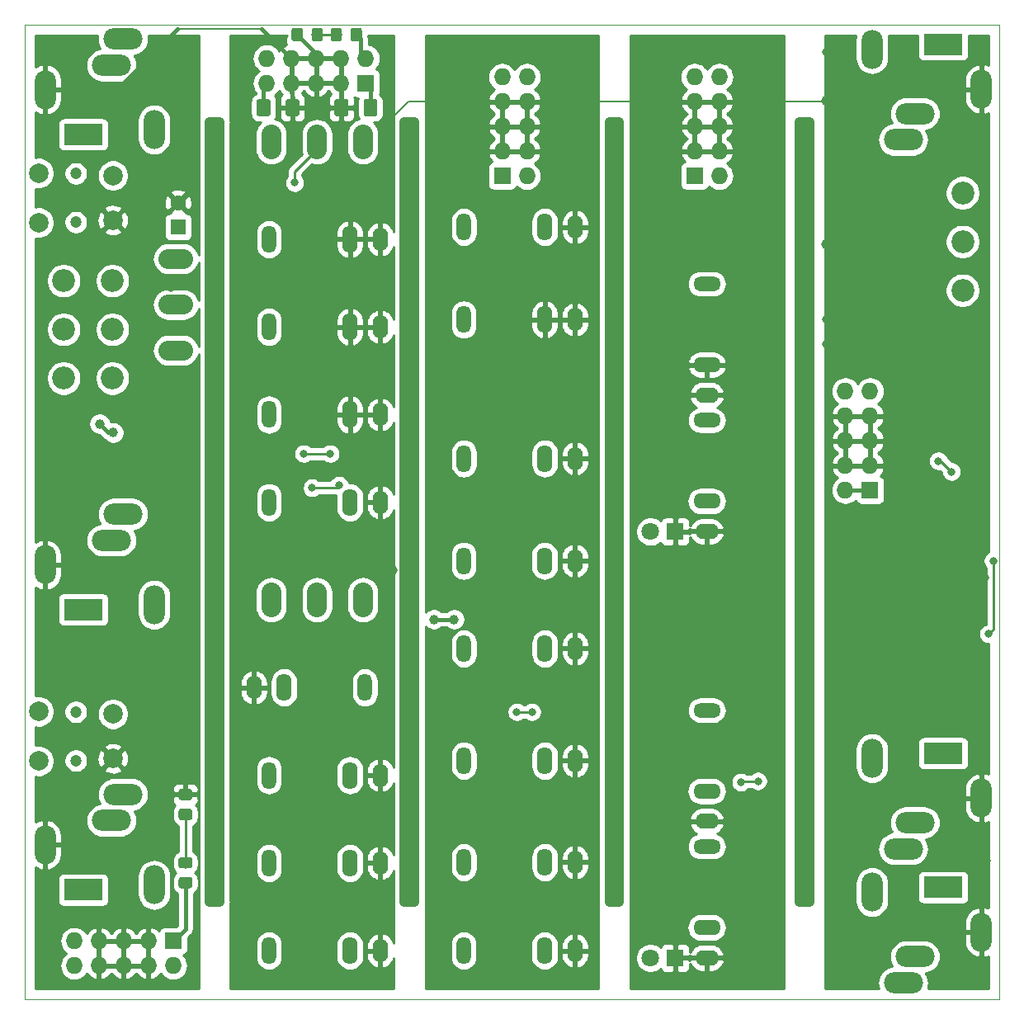
<source format=gbr>
%TF.GenerationSoftware,KiCad,Pcbnew,(5.1.0)-1*%
%TF.CreationDate,2019-10-02T21:08:55+02:00*%
%TF.ProjectId,Kicad_LFO_1_2,4b696361-645f-44c4-964f-5f315f322e6b,Rev A*%
%TF.SameCoordinates,Original*%
%TF.FileFunction,Copper,L1,Top*%
%TF.FilePolarity,Positive*%
%FSLAX46Y46*%
G04 Gerber Fmt 4.6, Leading zero omitted, Abs format (unit mm)*
G04 Created by KiCad (PCBNEW (5.1.0)-1) date 2019-10-02 21:08:55*
%MOMM*%
%LPD*%
G04 APERTURE LIST*
%ADD10C,1.000000*%
%ADD11C,0.050000*%
%ADD12C,2.340000*%
%ADD13R,1.600000X1.600000*%
%ADD14C,1.600000*%
%ADD15O,3.556000X2.032000*%
%ADD16R,1.727200X1.727200*%
%ADD17O,1.727200X1.727200*%
%ADD18C,0.150000*%
%ADD19C,1.425000*%
%ADD20O,1.500000X2.800000*%
%ADD21O,1.600000X2.400000*%
%ADD22O,1.600000X2.800000*%
%ADD23O,2.032000X3.556000*%
%ADD24C,1.150000*%
%ADD25O,2.800000X1.600000*%
%ADD26O,2.400000X1.600000*%
%ADD27O,2.800000X1.500000*%
%ADD28C,1.800000*%
%ADD29R,1.800000X1.800000*%
%ADD30O,2.200000X4.000000*%
%ADD31O,4.000000X2.200000*%
%ADD32R,4.000000X2.200000*%
%ADD33C,2.000000*%
%ADD34C,1.200000*%
%ADD35C,1.000000*%
%ADD36C,0.800000*%
%ADD37C,0.200000*%
%ADD38C,0.400000*%
%ADD39C,0.250000*%
%ADD40C,0.254000*%
G04 APERTURE END LIST*
D10*
X111000000Y-60000000D02*
X111000000Y-140000000D01*
X110000000Y-140000000D02*
X111000000Y-140000000D01*
X110000000Y-60000000D02*
X111000000Y-60000000D01*
X110000000Y-140000000D02*
X110000000Y-60000000D01*
X129500000Y-140000000D02*
X130500000Y-140000000D01*
X130500000Y-60000000D02*
X130500000Y-140000000D01*
X129500000Y-60000000D02*
X130500000Y-60000000D01*
X129500000Y-140000000D02*
X129500000Y-60000000D01*
X90000000Y-60000000D02*
X90000000Y-140000000D01*
X89000000Y-60000000D02*
X90000000Y-60000000D01*
X89000000Y-140000000D02*
X90000000Y-140000000D01*
X89000000Y-140000000D02*
X89000000Y-60000000D01*
X69000000Y-60000000D02*
X70000000Y-60000000D01*
X69000000Y-140000000D02*
X69000000Y-60000000D01*
X69000000Y-140000000D02*
X70000000Y-140000000D01*
X70000000Y-60000000D02*
X70000000Y-140000000D01*
D11*
X150000000Y-50000000D02*
X50000000Y-50000000D01*
X150000000Y-150000000D02*
X150000000Y-50000000D01*
X50000000Y-150000000D02*
X150000000Y-150000000D01*
X50000000Y-50000000D02*
X50000000Y-150000000D01*
D12*
X54000000Y-86250000D03*
X54000000Y-81250000D03*
X54000000Y-76250000D03*
X59000000Y-86250000D03*
X59000000Y-81250000D03*
X59000000Y-76250000D03*
D13*
X65750000Y-70750000D03*
D14*
X65750000Y-68250000D03*
D15*
X65500000Y-74000000D03*
X65500000Y-78700000D03*
X65500000Y-83400000D03*
D16*
X65250000Y-144000000D03*
D17*
X65250000Y-146540000D03*
X62710000Y-144000000D03*
X62710000Y-146540000D03*
X60170000Y-144000000D03*
X60170000Y-146540000D03*
X57630000Y-144000000D03*
X57630000Y-146540000D03*
X55090000Y-144000000D03*
X55090000Y-146540000D03*
D18*
G36*
X77974504Y-57626204D02*
G01*
X77998773Y-57629804D01*
X78022571Y-57635765D01*
X78045671Y-57644030D01*
X78067849Y-57654520D01*
X78088893Y-57667133D01*
X78108598Y-57681747D01*
X78126777Y-57698223D01*
X78143253Y-57716402D01*
X78157867Y-57736107D01*
X78170480Y-57757151D01*
X78180970Y-57779329D01*
X78189235Y-57802429D01*
X78195196Y-57826227D01*
X78198796Y-57850496D01*
X78200000Y-57875000D01*
X78200000Y-59125000D01*
X78198796Y-59149504D01*
X78195196Y-59173773D01*
X78189235Y-59197571D01*
X78180970Y-59220671D01*
X78170480Y-59242849D01*
X78157867Y-59263893D01*
X78143253Y-59283598D01*
X78126777Y-59301777D01*
X78108598Y-59318253D01*
X78088893Y-59332867D01*
X78067849Y-59345480D01*
X78045671Y-59355970D01*
X78022571Y-59364235D01*
X77998773Y-59370196D01*
X77974504Y-59373796D01*
X77950000Y-59375000D01*
X77025000Y-59375000D01*
X77000496Y-59373796D01*
X76976227Y-59370196D01*
X76952429Y-59364235D01*
X76929329Y-59355970D01*
X76907151Y-59345480D01*
X76886107Y-59332867D01*
X76866402Y-59318253D01*
X76848223Y-59301777D01*
X76831747Y-59283598D01*
X76817133Y-59263893D01*
X76804520Y-59242849D01*
X76794030Y-59220671D01*
X76785765Y-59197571D01*
X76779804Y-59173773D01*
X76776204Y-59149504D01*
X76775000Y-59125000D01*
X76775000Y-57875000D01*
X76776204Y-57850496D01*
X76779804Y-57826227D01*
X76785765Y-57802429D01*
X76794030Y-57779329D01*
X76804520Y-57757151D01*
X76817133Y-57736107D01*
X76831747Y-57716402D01*
X76848223Y-57698223D01*
X76866402Y-57681747D01*
X76886107Y-57667133D01*
X76907151Y-57654520D01*
X76929329Y-57644030D01*
X76952429Y-57635765D01*
X76976227Y-57629804D01*
X77000496Y-57626204D01*
X77025000Y-57625000D01*
X77950000Y-57625000D01*
X77974504Y-57626204D01*
X77974504Y-57626204D01*
G37*
D19*
X77487500Y-58500000D03*
D18*
G36*
X74999504Y-57626204D02*
G01*
X75023773Y-57629804D01*
X75047571Y-57635765D01*
X75070671Y-57644030D01*
X75092849Y-57654520D01*
X75113893Y-57667133D01*
X75133598Y-57681747D01*
X75151777Y-57698223D01*
X75168253Y-57716402D01*
X75182867Y-57736107D01*
X75195480Y-57757151D01*
X75205970Y-57779329D01*
X75214235Y-57802429D01*
X75220196Y-57826227D01*
X75223796Y-57850496D01*
X75225000Y-57875000D01*
X75225000Y-59125000D01*
X75223796Y-59149504D01*
X75220196Y-59173773D01*
X75214235Y-59197571D01*
X75205970Y-59220671D01*
X75195480Y-59242849D01*
X75182867Y-59263893D01*
X75168253Y-59283598D01*
X75151777Y-59301777D01*
X75133598Y-59318253D01*
X75113893Y-59332867D01*
X75092849Y-59345480D01*
X75070671Y-59355970D01*
X75047571Y-59364235D01*
X75023773Y-59370196D01*
X74999504Y-59373796D01*
X74975000Y-59375000D01*
X74050000Y-59375000D01*
X74025496Y-59373796D01*
X74001227Y-59370196D01*
X73977429Y-59364235D01*
X73954329Y-59355970D01*
X73932151Y-59345480D01*
X73911107Y-59332867D01*
X73891402Y-59318253D01*
X73873223Y-59301777D01*
X73856747Y-59283598D01*
X73842133Y-59263893D01*
X73829520Y-59242849D01*
X73819030Y-59220671D01*
X73810765Y-59197571D01*
X73804804Y-59173773D01*
X73801204Y-59149504D01*
X73800000Y-59125000D01*
X73800000Y-57875000D01*
X73801204Y-57850496D01*
X73804804Y-57826227D01*
X73810765Y-57802429D01*
X73819030Y-57779329D01*
X73829520Y-57757151D01*
X73842133Y-57736107D01*
X73856747Y-57716402D01*
X73873223Y-57698223D01*
X73891402Y-57681747D01*
X73911107Y-57667133D01*
X73932151Y-57654520D01*
X73954329Y-57644030D01*
X73977429Y-57635765D01*
X74001227Y-57629804D01*
X74025496Y-57626204D01*
X74050000Y-57625000D01*
X74975000Y-57625000D01*
X74999504Y-57626204D01*
X74999504Y-57626204D01*
G37*
D19*
X74512500Y-58500000D03*
D18*
G36*
X82999504Y-57626204D02*
G01*
X83023773Y-57629804D01*
X83047571Y-57635765D01*
X83070671Y-57644030D01*
X83092849Y-57654520D01*
X83113893Y-57667133D01*
X83133598Y-57681747D01*
X83151777Y-57698223D01*
X83168253Y-57716402D01*
X83182867Y-57736107D01*
X83195480Y-57757151D01*
X83205970Y-57779329D01*
X83214235Y-57802429D01*
X83220196Y-57826227D01*
X83223796Y-57850496D01*
X83225000Y-57875000D01*
X83225000Y-59125000D01*
X83223796Y-59149504D01*
X83220196Y-59173773D01*
X83214235Y-59197571D01*
X83205970Y-59220671D01*
X83195480Y-59242849D01*
X83182867Y-59263893D01*
X83168253Y-59283598D01*
X83151777Y-59301777D01*
X83133598Y-59318253D01*
X83113893Y-59332867D01*
X83092849Y-59345480D01*
X83070671Y-59355970D01*
X83047571Y-59364235D01*
X83023773Y-59370196D01*
X82999504Y-59373796D01*
X82975000Y-59375000D01*
X82050000Y-59375000D01*
X82025496Y-59373796D01*
X82001227Y-59370196D01*
X81977429Y-59364235D01*
X81954329Y-59355970D01*
X81932151Y-59345480D01*
X81911107Y-59332867D01*
X81891402Y-59318253D01*
X81873223Y-59301777D01*
X81856747Y-59283598D01*
X81842133Y-59263893D01*
X81829520Y-59242849D01*
X81819030Y-59220671D01*
X81810765Y-59197571D01*
X81804804Y-59173773D01*
X81801204Y-59149504D01*
X81800000Y-59125000D01*
X81800000Y-57875000D01*
X81801204Y-57850496D01*
X81804804Y-57826227D01*
X81810765Y-57802429D01*
X81819030Y-57779329D01*
X81829520Y-57757151D01*
X81842133Y-57736107D01*
X81856747Y-57716402D01*
X81873223Y-57698223D01*
X81891402Y-57681747D01*
X81911107Y-57667133D01*
X81932151Y-57654520D01*
X81954329Y-57644030D01*
X81977429Y-57635765D01*
X82001227Y-57629804D01*
X82025496Y-57626204D01*
X82050000Y-57625000D01*
X82975000Y-57625000D01*
X82999504Y-57626204D01*
X82999504Y-57626204D01*
G37*
D19*
X82512500Y-58500000D03*
D18*
G36*
X85974504Y-57626204D02*
G01*
X85998773Y-57629804D01*
X86022571Y-57635765D01*
X86045671Y-57644030D01*
X86067849Y-57654520D01*
X86088893Y-57667133D01*
X86108598Y-57681747D01*
X86126777Y-57698223D01*
X86143253Y-57716402D01*
X86157867Y-57736107D01*
X86170480Y-57757151D01*
X86180970Y-57779329D01*
X86189235Y-57802429D01*
X86195196Y-57826227D01*
X86198796Y-57850496D01*
X86200000Y-57875000D01*
X86200000Y-59125000D01*
X86198796Y-59149504D01*
X86195196Y-59173773D01*
X86189235Y-59197571D01*
X86180970Y-59220671D01*
X86170480Y-59242849D01*
X86157867Y-59263893D01*
X86143253Y-59283598D01*
X86126777Y-59301777D01*
X86108598Y-59318253D01*
X86088893Y-59332867D01*
X86067849Y-59345480D01*
X86045671Y-59355970D01*
X86022571Y-59364235D01*
X85998773Y-59370196D01*
X85974504Y-59373796D01*
X85950000Y-59375000D01*
X85025000Y-59375000D01*
X85000496Y-59373796D01*
X84976227Y-59370196D01*
X84952429Y-59364235D01*
X84929329Y-59355970D01*
X84907151Y-59345480D01*
X84886107Y-59332867D01*
X84866402Y-59318253D01*
X84848223Y-59301777D01*
X84831747Y-59283598D01*
X84817133Y-59263893D01*
X84804520Y-59242849D01*
X84794030Y-59220671D01*
X84785765Y-59197571D01*
X84779804Y-59173773D01*
X84776204Y-59149504D01*
X84775000Y-59125000D01*
X84775000Y-57875000D01*
X84776204Y-57850496D01*
X84779804Y-57826227D01*
X84785765Y-57802429D01*
X84794030Y-57779329D01*
X84804520Y-57757151D01*
X84817133Y-57736107D01*
X84831747Y-57716402D01*
X84848223Y-57698223D01*
X84866402Y-57681747D01*
X84886107Y-57667133D01*
X84907151Y-57654520D01*
X84929329Y-57644030D01*
X84952429Y-57635765D01*
X84976227Y-57629804D01*
X85000496Y-57626204D01*
X85025000Y-57625000D01*
X85950000Y-57625000D01*
X85974504Y-57626204D01*
X85974504Y-57626204D01*
G37*
D19*
X85487500Y-58500000D03*
D20*
X75080000Y-72000000D03*
D21*
X86480000Y-72000000D03*
D22*
X83380000Y-72000000D03*
X83380000Y-81000000D03*
D21*
X86480000Y-81000000D03*
D20*
X75080000Y-81000000D03*
X75080000Y-90000000D03*
D21*
X86480000Y-90000000D03*
D22*
X83380000Y-90000000D03*
D20*
X75080000Y-99000000D03*
D21*
X86480000Y-99000000D03*
D22*
X83380000Y-99000000D03*
X76620000Y-118000000D03*
D21*
X73520000Y-118000000D03*
D20*
X84920000Y-118000000D03*
D22*
X83380000Y-127000000D03*
D21*
X86480000Y-127000000D03*
D20*
X75080000Y-127000000D03*
D22*
X83380000Y-136000000D03*
D21*
X86480000Y-136000000D03*
D20*
X75080000Y-136000000D03*
X75080000Y-145000000D03*
D21*
X86480000Y-145000000D03*
D22*
X83380000Y-145000000D03*
D16*
X85000000Y-56000000D03*
D17*
X85000000Y-53460000D03*
X82460000Y-56000000D03*
X82460000Y-53460000D03*
X79920000Y-56000000D03*
X79920000Y-53460000D03*
X77380000Y-56000000D03*
X77380000Y-53460000D03*
X74840000Y-56000000D03*
X74840000Y-53460000D03*
D23*
X75300000Y-62000000D03*
X80000000Y-62000000D03*
X84700000Y-62000000D03*
X84700000Y-109000000D03*
X80000000Y-109000000D03*
X75300000Y-109000000D03*
D18*
G36*
X66974505Y-137451204D02*
G01*
X66998773Y-137454804D01*
X67022572Y-137460765D01*
X67045671Y-137469030D01*
X67067850Y-137479520D01*
X67088893Y-137492132D01*
X67108599Y-137506747D01*
X67126777Y-137523223D01*
X67143253Y-137541401D01*
X67157868Y-137561107D01*
X67170480Y-137582150D01*
X67180970Y-137604329D01*
X67189235Y-137627428D01*
X67195196Y-137651227D01*
X67198796Y-137675495D01*
X67200000Y-137699999D01*
X67200000Y-138350001D01*
X67198796Y-138374505D01*
X67195196Y-138398773D01*
X67189235Y-138422572D01*
X67180970Y-138445671D01*
X67170480Y-138467850D01*
X67157868Y-138488893D01*
X67143253Y-138508599D01*
X67126777Y-138526777D01*
X67108599Y-138543253D01*
X67088893Y-138557868D01*
X67067850Y-138570480D01*
X67045671Y-138580970D01*
X67022572Y-138589235D01*
X66998773Y-138595196D01*
X66974505Y-138598796D01*
X66950001Y-138600000D01*
X66049999Y-138600000D01*
X66025495Y-138598796D01*
X66001227Y-138595196D01*
X65977428Y-138589235D01*
X65954329Y-138580970D01*
X65932150Y-138570480D01*
X65911107Y-138557868D01*
X65891401Y-138543253D01*
X65873223Y-138526777D01*
X65856747Y-138508599D01*
X65842132Y-138488893D01*
X65829520Y-138467850D01*
X65819030Y-138445671D01*
X65810765Y-138422572D01*
X65804804Y-138398773D01*
X65801204Y-138374505D01*
X65800000Y-138350001D01*
X65800000Y-137699999D01*
X65801204Y-137675495D01*
X65804804Y-137651227D01*
X65810765Y-137627428D01*
X65819030Y-137604329D01*
X65829520Y-137582150D01*
X65842132Y-137561107D01*
X65856747Y-137541401D01*
X65873223Y-137523223D01*
X65891401Y-137506747D01*
X65911107Y-137492132D01*
X65932150Y-137479520D01*
X65954329Y-137469030D01*
X65977428Y-137460765D01*
X66001227Y-137454804D01*
X66025495Y-137451204D01*
X66049999Y-137450000D01*
X66950001Y-137450000D01*
X66974505Y-137451204D01*
X66974505Y-137451204D01*
G37*
D24*
X66500000Y-138025000D03*
D18*
G36*
X66974505Y-135401204D02*
G01*
X66998773Y-135404804D01*
X67022572Y-135410765D01*
X67045671Y-135419030D01*
X67067850Y-135429520D01*
X67088893Y-135442132D01*
X67108599Y-135456747D01*
X67126777Y-135473223D01*
X67143253Y-135491401D01*
X67157868Y-135511107D01*
X67170480Y-135532150D01*
X67180970Y-135554329D01*
X67189235Y-135577428D01*
X67195196Y-135601227D01*
X67198796Y-135625495D01*
X67200000Y-135649999D01*
X67200000Y-136300001D01*
X67198796Y-136324505D01*
X67195196Y-136348773D01*
X67189235Y-136372572D01*
X67180970Y-136395671D01*
X67170480Y-136417850D01*
X67157868Y-136438893D01*
X67143253Y-136458599D01*
X67126777Y-136476777D01*
X67108599Y-136493253D01*
X67088893Y-136507868D01*
X67067850Y-136520480D01*
X67045671Y-136530970D01*
X67022572Y-136539235D01*
X66998773Y-136545196D01*
X66974505Y-136548796D01*
X66950001Y-136550000D01*
X66049999Y-136550000D01*
X66025495Y-136548796D01*
X66001227Y-136545196D01*
X65977428Y-136539235D01*
X65954329Y-136530970D01*
X65932150Y-136520480D01*
X65911107Y-136507868D01*
X65891401Y-136493253D01*
X65873223Y-136476777D01*
X65856747Y-136458599D01*
X65842132Y-136438893D01*
X65829520Y-136417850D01*
X65819030Y-136395671D01*
X65810765Y-136372572D01*
X65804804Y-136348773D01*
X65801204Y-136324505D01*
X65800000Y-136300001D01*
X65800000Y-135649999D01*
X65801204Y-135625495D01*
X65804804Y-135601227D01*
X65810765Y-135577428D01*
X65819030Y-135554329D01*
X65829520Y-135532150D01*
X65842132Y-135511107D01*
X65856747Y-135491401D01*
X65873223Y-135473223D01*
X65891401Y-135456747D01*
X65911107Y-135442132D01*
X65932150Y-135429520D01*
X65954329Y-135419030D01*
X65977428Y-135410765D01*
X66001227Y-135404804D01*
X66025495Y-135401204D01*
X66049999Y-135400000D01*
X66950001Y-135400000D01*
X66974505Y-135401204D01*
X66974505Y-135401204D01*
G37*
D24*
X66500000Y-135975000D03*
D18*
G36*
X82324505Y-50301204D02*
G01*
X82348773Y-50304804D01*
X82372572Y-50310765D01*
X82395671Y-50319030D01*
X82417850Y-50329520D01*
X82438893Y-50342132D01*
X82458599Y-50356747D01*
X82476777Y-50373223D01*
X82493253Y-50391401D01*
X82507868Y-50411107D01*
X82520480Y-50432150D01*
X82530970Y-50454329D01*
X82539235Y-50477428D01*
X82545196Y-50501227D01*
X82548796Y-50525495D01*
X82550000Y-50549999D01*
X82550000Y-51450001D01*
X82548796Y-51474505D01*
X82545196Y-51498773D01*
X82539235Y-51522572D01*
X82530970Y-51545671D01*
X82520480Y-51567850D01*
X82507868Y-51588893D01*
X82493253Y-51608599D01*
X82476777Y-51626777D01*
X82458599Y-51643253D01*
X82438893Y-51657868D01*
X82417850Y-51670480D01*
X82395671Y-51680970D01*
X82372572Y-51689235D01*
X82348773Y-51695196D01*
X82324505Y-51698796D01*
X82300001Y-51700000D01*
X81649999Y-51700000D01*
X81625495Y-51698796D01*
X81601227Y-51695196D01*
X81577428Y-51689235D01*
X81554329Y-51680970D01*
X81532150Y-51670480D01*
X81511107Y-51657868D01*
X81491401Y-51643253D01*
X81473223Y-51626777D01*
X81456747Y-51608599D01*
X81442132Y-51588893D01*
X81429520Y-51567850D01*
X81419030Y-51545671D01*
X81410765Y-51522572D01*
X81404804Y-51498773D01*
X81401204Y-51474505D01*
X81400000Y-51450001D01*
X81400000Y-50549999D01*
X81401204Y-50525495D01*
X81404804Y-50501227D01*
X81410765Y-50477428D01*
X81419030Y-50454329D01*
X81429520Y-50432150D01*
X81442132Y-50411107D01*
X81456747Y-50391401D01*
X81473223Y-50373223D01*
X81491401Y-50356747D01*
X81511107Y-50342132D01*
X81532150Y-50329520D01*
X81554329Y-50319030D01*
X81577428Y-50310765D01*
X81601227Y-50304804D01*
X81625495Y-50301204D01*
X81649999Y-50300000D01*
X82300001Y-50300000D01*
X82324505Y-50301204D01*
X82324505Y-50301204D01*
G37*
D24*
X81975000Y-51000000D03*
D18*
G36*
X84374505Y-50301204D02*
G01*
X84398773Y-50304804D01*
X84422572Y-50310765D01*
X84445671Y-50319030D01*
X84467850Y-50329520D01*
X84488893Y-50342132D01*
X84508599Y-50356747D01*
X84526777Y-50373223D01*
X84543253Y-50391401D01*
X84557868Y-50411107D01*
X84570480Y-50432150D01*
X84580970Y-50454329D01*
X84589235Y-50477428D01*
X84595196Y-50501227D01*
X84598796Y-50525495D01*
X84600000Y-50549999D01*
X84600000Y-51450001D01*
X84598796Y-51474505D01*
X84595196Y-51498773D01*
X84589235Y-51522572D01*
X84580970Y-51545671D01*
X84570480Y-51567850D01*
X84557868Y-51588893D01*
X84543253Y-51608599D01*
X84526777Y-51626777D01*
X84508599Y-51643253D01*
X84488893Y-51657868D01*
X84467850Y-51670480D01*
X84445671Y-51680970D01*
X84422572Y-51689235D01*
X84398773Y-51695196D01*
X84374505Y-51698796D01*
X84350001Y-51700000D01*
X83699999Y-51700000D01*
X83675495Y-51698796D01*
X83651227Y-51695196D01*
X83627428Y-51689235D01*
X83604329Y-51680970D01*
X83582150Y-51670480D01*
X83561107Y-51657868D01*
X83541401Y-51643253D01*
X83523223Y-51626777D01*
X83506747Y-51608599D01*
X83492132Y-51588893D01*
X83479520Y-51567850D01*
X83469030Y-51545671D01*
X83460765Y-51522572D01*
X83454804Y-51498773D01*
X83451204Y-51474505D01*
X83450000Y-51450001D01*
X83450000Y-50549999D01*
X83451204Y-50525495D01*
X83454804Y-50501227D01*
X83460765Y-50477428D01*
X83469030Y-50454329D01*
X83479520Y-50432150D01*
X83492132Y-50411107D01*
X83506747Y-50391401D01*
X83523223Y-50373223D01*
X83541401Y-50356747D01*
X83561107Y-50342132D01*
X83582150Y-50329520D01*
X83604329Y-50319030D01*
X83627428Y-50310765D01*
X83651227Y-50304804D01*
X83675495Y-50301204D01*
X83699999Y-50300000D01*
X84350001Y-50300000D01*
X84374505Y-50301204D01*
X84374505Y-50301204D01*
G37*
D24*
X84025000Y-51000000D03*
D18*
G36*
X66974505Y-128401204D02*
G01*
X66998773Y-128404804D01*
X67022572Y-128410765D01*
X67045671Y-128419030D01*
X67067850Y-128429520D01*
X67088893Y-128442132D01*
X67108599Y-128456747D01*
X67126777Y-128473223D01*
X67143253Y-128491401D01*
X67157868Y-128511107D01*
X67170480Y-128532150D01*
X67180970Y-128554329D01*
X67189235Y-128577428D01*
X67195196Y-128601227D01*
X67198796Y-128625495D01*
X67200000Y-128649999D01*
X67200000Y-129300001D01*
X67198796Y-129324505D01*
X67195196Y-129348773D01*
X67189235Y-129372572D01*
X67180970Y-129395671D01*
X67170480Y-129417850D01*
X67157868Y-129438893D01*
X67143253Y-129458599D01*
X67126777Y-129476777D01*
X67108599Y-129493253D01*
X67088893Y-129507868D01*
X67067850Y-129520480D01*
X67045671Y-129530970D01*
X67022572Y-129539235D01*
X66998773Y-129545196D01*
X66974505Y-129548796D01*
X66950001Y-129550000D01*
X66049999Y-129550000D01*
X66025495Y-129548796D01*
X66001227Y-129545196D01*
X65977428Y-129539235D01*
X65954329Y-129530970D01*
X65932150Y-129520480D01*
X65911107Y-129507868D01*
X65891401Y-129493253D01*
X65873223Y-129476777D01*
X65856747Y-129458599D01*
X65842132Y-129438893D01*
X65829520Y-129417850D01*
X65819030Y-129395671D01*
X65810765Y-129372572D01*
X65804804Y-129348773D01*
X65801204Y-129324505D01*
X65800000Y-129300001D01*
X65800000Y-128649999D01*
X65801204Y-128625495D01*
X65804804Y-128601227D01*
X65810765Y-128577428D01*
X65819030Y-128554329D01*
X65829520Y-128532150D01*
X65842132Y-128511107D01*
X65856747Y-128491401D01*
X65873223Y-128473223D01*
X65891401Y-128456747D01*
X65911107Y-128442132D01*
X65932150Y-128429520D01*
X65954329Y-128419030D01*
X65977428Y-128410765D01*
X66001227Y-128404804D01*
X66025495Y-128401204D01*
X66049999Y-128400000D01*
X66950001Y-128400000D01*
X66974505Y-128401204D01*
X66974505Y-128401204D01*
G37*
D24*
X66500000Y-128975000D03*
D18*
G36*
X66974505Y-130451204D02*
G01*
X66998773Y-130454804D01*
X67022572Y-130460765D01*
X67045671Y-130469030D01*
X67067850Y-130479520D01*
X67088893Y-130492132D01*
X67108599Y-130506747D01*
X67126777Y-130523223D01*
X67143253Y-130541401D01*
X67157868Y-130561107D01*
X67170480Y-130582150D01*
X67180970Y-130604329D01*
X67189235Y-130627428D01*
X67195196Y-130651227D01*
X67198796Y-130675495D01*
X67200000Y-130699999D01*
X67200000Y-131350001D01*
X67198796Y-131374505D01*
X67195196Y-131398773D01*
X67189235Y-131422572D01*
X67180970Y-131445671D01*
X67170480Y-131467850D01*
X67157868Y-131488893D01*
X67143253Y-131508599D01*
X67126777Y-131526777D01*
X67108599Y-131543253D01*
X67088893Y-131557868D01*
X67067850Y-131570480D01*
X67045671Y-131580970D01*
X67022572Y-131589235D01*
X66998773Y-131595196D01*
X66974505Y-131598796D01*
X66950001Y-131600000D01*
X66049999Y-131600000D01*
X66025495Y-131598796D01*
X66001227Y-131595196D01*
X65977428Y-131589235D01*
X65954329Y-131580970D01*
X65932150Y-131570480D01*
X65911107Y-131557868D01*
X65891401Y-131543253D01*
X65873223Y-131526777D01*
X65856747Y-131508599D01*
X65842132Y-131488893D01*
X65829520Y-131467850D01*
X65819030Y-131445671D01*
X65810765Y-131422572D01*
X65804804Y-131398773D01*
X65801204Y-131374505D01*
X65800000Y-131350001D01*
X65800000Y-130699999D01*
X65801204Y-130675495D01*
X65804804Y-130651227D01*
X65810765Y-130627428D01*
X65819030Y-130604329D01*
X65829520Y-130582150D01*
X65842132Y-130561107D01*
X65856747Y-130541401D01*
X65873223Y-130523223D01*
X65891401Y-130506747D01*
X65911107Y-130492132D01*
X65932150Y-130479520D01*
X65954329Y-130469030D01*
X65977428Y-130460765D01*
X66001227Y-130454804D01*
X66025495Y-130451204D01*
X66049999Y-130450000D01*
X66950001Y-130450000D01*
X66974505Y-130451204D01*
X66974505Y-130451204D01*
G37*
D24*
X66500000Y-131025000D03*
D18*
G36*
X80374505Y-50301204D02*
G01*
X80398773Y-50304804D01*
X80422572Y-50310765D01*
X80445671Y-50319030D01*
X80467850Y-50329520D01*
X80488893Y-50342132D01*
X80508599Y-50356747D01*
X80526777Y-50373223D01*
X80543253Y-50391401D01*
X80557868Y-50411107D01*
X80570480Y-50432150D01*
X80580970Y-50454329D01*
X80589235Y-50477428D01*
X80595196Y-50501227D01*
X80598796Y-50525495D01*
X80600000Y-50549999D01*
X80600000Y-51450001D01*
X80598796Y-51474505D01*
X80595196Y-51498773D01*
X80589235Y-51522572D01*
X80580970Y-51545671D01*
X80570480Y-51567850D01*
X80557868Y-51588893D01*
X80543253Y-51608599D01*
X80526777Y-51626777D01*
X80508599Y-51643253D01*
X80488893Y-51657868D01*
X80467850Y-51670480D01*
X80445671Y-51680970D01*
X80422572Y-51689235D01*
X80398773Y-51695196D01*
X80374505Y-51698796D01*
X80350001Y-51700000D01*
X79699999Y-51700000D01*
X79675495Y-51698796D01*
X79651227Y-51695196D01*
X79627428Y-51689235D01*
X79604329Y-51680970D01*
X79582150Y-51670480D01*
X79561107Y-51657868D01*
X79541401Y-51643253D01*
X79523223Y-51626777D01*
X79506747Y-51608599D01*
X79492132Y-51588893D01*
X79479520Y-51567850D01*
X79469030Y-51545671D01*
X79460765Y-51522572D01*
X79454804Y-51498773D01*
X79451204Y-51474505D01*
X79450000Y-51450001D01*
X79450000Y-50549999D01*
X79451204Y-50525495D01*
X79454804Y-50501227D01*
X79460765Y-50477428D01*
X79469030Y-50454329D01*
X79479520Y-50432150D01*
X79492132Y-50411107D01*
X79506747Y-50391401D01*
X79523223Y-50373223D01*
X79541401Y-50356747D01*
X79561107Y-50342132D01*
X79582150Y-50329520D01*
X79604329Y-50319030D01*
X79627428Y-50310765D01*
X79651227Y-50304804D01*
X79675495Y-50301204D01*
X79699999Y-50300000D01*
X80350001Y-50300000D01*
X80374505Y-50301204D01*
X80374505Y-50301204D01*
G37*
D24*
X80025000Y-51000000D03*
D18*
G36*
X78324505Y-50301204D02*
G01*
X78348773Y-50304804D01*
X78372572Y-50310765D01*
X78395671Y-50319030D01*
X78417850Y-50329520D01*
X78438893Y-50342132D01*
X78458599Y-50356747D01*
X78476777Y-50373223D01*
X78493253Y-50391401D01*
X78507868Y-50411107D01*
X78520480Y-50432150D01*
X78530970Y-50454329D01*
X78539235Y-50477428D01*
X78545196Y-50501227D01*
X78548796Y-50525495D01*
X78550000Y-50549999D01*
X78550000Y-51450001D01*
X78548796Y-51474505D01*
X78545196Y-51498773D01*
X78539235Y-51522572D01*
X78530970Y-51545671D01*
X78520480Y-51567850D01*
X78507868Y-51588893D01*
X78493253Y-51608599D01*
X78476777Y-51626777D01*
X78458599Y-51643253D01*
X78438893Y-51657868D01*
X78417850Y-51670480D01*
X78395671Y-51680970D01*
X78372572Y-51689235D01*
X78348773Y-51695196D01*
X78324505Y-51698796D01*
X78300001Y-51700000D01*
X77649999Y-51700000D01*
X77625495Y-51698796D01*
X77601227Y-51695196D01*
X77577428Y-51689235D01*
X77554329Y-51680970D01*
X77532150Y-51670480D01*
X77511107Y-51657868D01*
X77491401Y-51643253D01*
X77473223Y-51626777D01*
X77456747Y-51608599D01*
X77442132Y-51588893D01*
X77429520Y-51567850D01*
X77419030Y-51545671D01*
X77410765Y-51522572D01*
X77404804Y-51498773D01*
X77401204Y-51474505D01*
X77400000Y-51450001D01*
X77400000Y-50549999D01*
X77401204Y-50525495D01*
X77404804Y-50501227D01*
X77410765Y-50477428D01*
X77419030Y-50454329D01*
X77429520Y-50432150D01*
X77442132Y-50411107D01*
X77456747Y-50391401D01*
X77473223Y-50373223D01*
X77491401Y-50356747D01*
X77511107Y-50342132D01*
X77532150Y-50329520D01*
X77554329Y-50319030D01*
X77577428Y-50310765D01*
X77601227Y-50304804D01*
X77625495Y-50301204D01*
X77649999Y-50300000D01*
X78300001Y-50300000D01*
X78324505Y-50301204D01*
X78324505Y-50301204D01*
G37*
D24*
X77975000Y-51000000D03*
D16*
X136750000Y-97750000D03*
D17*
X134210000Y-97750000D03*
X136750000Y-95210000D03*
X134210000Y-95210000D03*
X136750000Y-92670000D03*
X134210000Y-92670000D03*
X136750000Y-90130000D03*
X134210000Y-90130000D03*
X136750000Y-87590000D03*
X134210000Y-87590000D03*
D16*
X99000000Y-65500000D03*
D17*
X101540000Y-65500000D03*
X99000000Y-62960000D03*
X101540000Y-62960000D03*
X99000000Y-60420000D03*
X101540000Y-60420000D03*
X99000000Y-57880000D03*
X101540000Y-57880000D03*
X99000000Y-55340000D03*
X101540000Y-55340000D03*
D22*
X103355001Y-105000000D03*
D21*
X106455001Y-105000000D03*
D20*
X95055001Y-105000000D03*
D22*
X103380000Y-94500000D03*
D21*
X106480000Y-94500000D03*
D20*
X95080000Y-94500000D03*
X95080000Y-114000000D03*
D21*
X106480000Y-114000000D03*
D22*
X103380000Y-114000000D03*
D20*
X95055001Y-145000000D03*
D21*
X106455001Y-145000000D03*
D22*
X103355001Y-145000000D03*
D20*
X95080000Y-125500000D03*
D21*
X106480000Y-125500000D03*
D22*
X103380000Y-125500000D03*
X103380000Y-135924999D03*
D21*
X106480000Y-135924999D03*
D20*
X95080000Y-135924999D03*
X95080000Y-70750000D03*
D21*
X106480000Y-70750000D03*
D22*
X103380000Y-70750000D03*
X103355001Y-80250000D03*
D21*
X106455001Y-80250000D03*
D20*
X95055001Y-80250000D03*
D25*
X120000000Y-84880000D03*
D26*
X120000000Y-87980000D03*
D27*
X120000000Y-76580000D03*
X120000000Y-120330000D03*
D26*
X120000000Y-131730000D03*
D25*
X120000000Y-128630000D03*
X120000000Y-98880000D03*
D26*
X120000000Y-101980000D03*
D27*
X120000000Y-90580000D03*
X120000000Y-134330000D03*
D26*
X120000000Y-145730000D03*
D25*
X120000000Y-142630000D03*
D16*
X118750000Y-65500000D03*
D17*
X121290000Y-65500000D03*
X118750000Y-62960000D03*
X121290000Y-62960000D03*
X118750000Y-60420000D03*
X121290000Y-60420000D03*
X118750000Y-57880000D03*
X121290000Y-57880000D03*
X118750000Y-55340000D03*
X121290000Y-55340000D03*
D28*
X114210000Y-102000000D03*
D29*
X116750000Y-102000000D03*
X116750000Y-145750000D03*
D28*
X114210000Y-145750000D03*
D30*
X52100000Y-105400000D03*
D31*
X60100000Y-100200000D03*
X58900000Y-102900000D03*
D30*
X63300000Y-109500000D03*
D32*
X56000000Y-110000000D03*
X56000000Y-61250000D03*
D30*
X63300000Y-60750000D03*
D31*
X58900000Y-54150000D03*
X60100000Y-51450000D03*
D30*
X52100000Y-56650000D03*
X52100000Y-134150000D03*
D31*
X60100000Y-128950000D03*
X58900000Y-131650000D03*
D30*
X63300000Y-138250000D03*
D32*
X56000000Y-138750000D03*
D12*
X146250000Y-67250000D03*
X146250000Y-72250000D03*
X146250000Y-77250000D03*
D30*
X148150000Y-129350000D03*
D31*
X140150000Y-134550000D03*
X141350000Y-131850000D03*
D30*
X136950000Y-125250000D03*
D32*
X144250000Y-124750000D03*
X144250000Y-52000000D03*
D30*
X136950000Y-52500000D03*
D31*
X141350000Y-59100000D03*
X140150000Y-61800000D03*
D30*
X148150000Y-56600000D03*
D32*
X144250000Y-138500000D03*
D30*
X136950000Y-139000000D03*
D31*
X141350000Y-145600000D03*
X140150000Y-148300000D03*
D30*
X148150000Y-143100000D03*
D33*
X51440000Y-65210000D03*
X51440000Y-70290000D03*
X59060000Y-65464000D03*
X59060000Y-70036000D03*
D34*
X55250000Y-65250000D03*
X55250000Y-70250000D03*
D33*
X51440000Y-120460000D03*
X51440000Y-125540000D03*
X59060000Y-120714000D03*
X59060000Y-125286000D03*
D34*
X55250000Y-120500000D03*
X55250000Y-125500000D03*
D35*
X87800000Y-106000000D03*
X72000000Y-108000000D03*
X75500000Y-92500000D03*
X95000000Y-83000000D03*
X125000000Y-107250000D03*
X124425010Y-115250000D03*
X132250000Y-57750000D03*
X87000000Y-60250000D03*
X146750000Y-121000000D03*
X141250000Y-114500000D03*
X139500000Y-106750004D03*
X142829602Y-103420398D03*
X148500000Y-106750000D03*
X146250000Y-80250000D03*
X141000000Y-80250000D03*
X138500000Y-80250000D03*
X144250000Y-80250000D03*
X147750000Y-102250000D03*
X138000000Y-102250000D03*
X134750000Y-107500000D03*
X134250000Y-51750000D03*
X132250000Y-72500000D03*
D36*
X132250000Y-82750000D03*
X132250000Y-80250000D03*
X132250000Y-52750000D03*
X148500000Y-51750000D03*
X148250000Y-148500000D03*
X132500000Y-148500000D03*
X132500000Y-135750000D03*
X148750000Y-135750000D03*
X67000000Y-127000000D03*
X67000000Y-117000000D03*
X52000000Y-123000000D03*
X59000000Y-116000000D03*
X59000000Y-96000000D03*
X63000000Y-90000000D03*
X57000000Y-83000000D03*
X57000000Y-77000000D03*
X65000000Y-77000000D03*
X57000000Y-68000000D03*
X52000000Y-128500000D03*
D35*
X94075000Y-111000000D03*
X92000000Y-111000000D03*
X59103364Y-91853364D03*
X57686636Y-90936636D03*
D36*
X79500000Y-97500000D03*
X82254990Y-97245010D03*
X77718557Y-66205862D03*
X78650000Y-94000000D03*
X81350000Y-94000000D03*
X148924990Y-112500000D03*
X149375000Y-105000000D03*
X143750000Y-94750000D03*
X145105686Y-95855686D03*
X100500000Y-120500000D03*
X102050011Y-120500000D03*
X125250010Y-127600000D03*
X123500000Y-127700000D03*
D37*
X74345010Y-50425010D02*
X65670990Y-50425010D01*
D38*
X77380000Y-53460000D02*
X74345010Y-50425010D01*
X79920000Y-52945000D02*
X79920000Y-53460000D01*
X77975000Y-51000000D02*
X79920000Y-52945000D01*
D37*
X121290000Y-57880000D02*
X132620000Y-57880000D01*
X118750000Y-57880000D02*
X101540000Y-57880000D01*
X99000000Y-57880000D02*
X89370000Y-57880000D01*
X89370000Y-57880000D02*
X87000000Y-60250000D01*
D38*
X59446000Y-56650000D02*
X52100000Y-56650000D01*
X65670990Y-50425010D02*
X59446000Y-56650000D01*
X94075000Y-111000000D02*
X92000000Y-111000000D01*
X59103364Y-91853364D02*
X58603364Y-91853364D01*
X58603364Y-91853364D02*
X57686636Y-90936636D01*
X136750000Y-97750000D02*
X134210000Y-97750000D01*
X66500000Y-142750000D02*
X65250000Y-144000000D01*
X66500000Y-138025000D02*
X66500000Y-142750000D01*
D39*
X82000000Y-97500000D02*
X82254990Y-97245010D01*
X79500000Y-97500000D02*
X82000000Y-97500000D01*
X77718557Y-65043443D02*
X77718557Y-66205862D01*
X80000000Y-62000000D02*
X80000000Y-62762000D01*
X80000000Y-62762000D02*
X77718557Y-65043443D01*
X78650000Y-94000000D02*
X81350000Y-94000000D01*
D38*
X74512500Y-56327500D02*
X74840000Y-56000000D01*
X74512500Y-58500000D02*
X74512500Y-56327500D01*
X85487500Y-56487500D02*
X85000000Y-56000000D01*
X85487500Y-58500000D02*
X85487500Y-56487500D01*
X84500000Y-52960000D02*
X85000000Y-53460000D01*
X84025000Y-51000000D02*
X84500000Y-51475000D01*
X84500000Y-51475000D02*
X84500000Y-52960000D01*
D39*
X66500000Y-135975000D02*
X66500000Y-131025000D01*
X81975000Y-51000000D02*
X80025000Y-51000000D01*
X148924990Y-112500000D02*
X149375000Y-112049990D01*
X149375000Y-112049990D02*
X149375000Y-105000000D01*
X143750000Y-94750000D02*
X144000000Y-94750000D01*
X144000000Y-94750000D02*
X145105686Y-95855686D01*
X100500000Y-120500000D02*
X102050011Y-120500000D01*
X125250010Y-127600000D02*
X123600000Y-127600000D01*
X123600000Y-127600000D02*
X123500000Y-127700000D01*
D40*
G36*
X76765000Y-51127002D02*
G01*
X76923748Y-51127002D01*
X76765000Y-51285750D01*
X76761928Y-51700000D01*
X76774188Y-51824482D01*
X76810498Y-51944180D01*
X76868027Y-52051808D01*
X76605056Y-52177316D01*
X76369707Y-52353146D01*
X76173183Y-52571512D01*
X76115863Y-52667910D01*
X76092069Y-52623394D01*
X75904797Y-52395203D01*
X75676606Y-52207931D01*
X75416264Y-52068775D01*
X75133777Y-51983084D01*
X74913619Y-51961400D01*
X74766381Y-51961400D01*
X74546223Y-51983084D01*
X74263736Y-52068775D01*
X74003394Y-52207931D01*
X73775203Y-52395203D01*
X73587931Y-52623394D01*
X73448775Y-52883736D01*
X73363084Y-53166223D01*
X73334149Y-53460000D01*
X73363084Y-53753777D01*
X73448775Y-54036264D01*
X73587931Y-54296606D01*
X73775203Y-54524797D01*
X74003394Y-54712069D01*
X74036940Y-54730000D01*
X74003394Y-54747931D01*
X73775203Y-54935203D01*
X73587931Y-55163394D01*
X73448775Y-55423736D01*
X73363084Y-55706223D01*
X73334149Y-56000000D01*
X73363084Y-56293777D01*
X73448775Y-56576264D01*
X73587931Y-56836606D01*
X73677501Y-56945747D01*
X73677501Y-57071980D01*
X73556614Y-57136595D01*
X73422038Y-57247038D01*
X73311595Y-57381614D01*
X73229528Y-57535150D01*
X73178992Y-57701746D01*
X73161928Y-57875000D01*
X73161928Y-59125000D01*
X73178992Y-59298254D01*
X73229528Y-59464850D01*
X73311595Y-59618386D01*
X73422038Y-59752962D01*
X73556614Y-59863405D01*
X73710150Y-59945472D01*
X73876746Y-59996008D01*
X74050000Y-60013072D01*
X74190093Y-60013072D01*
X74126918Y-60064918D01*
X73920602Y-60316317D01*
X73767295Y-60603134D01*
X73672889Y-60914348D01*
X73649000Y-61156897D01*
X73649000Y-62843104D01*
X73672889Y-63085653D01*
X73767296Y-63396867D01*
X73920603Y-63683684D01*
X74126919Y-63935082D01*
X74378317Y-64141398D01*
X74665134Y-64294705D01*
X74976348Y-64389111D01*
X75300000Y-64420988D01*
X75623653Y-64389111D01*
X75934867Y-64294705D01*
X76221684Y-64141398D01*
X76473082Y-63935082D01*
X76679398Y-63683684D01*
X76832705Y-63396867D01*
X76927111Y-63085653D01*
X76951000Y-62843104D01*
X76951000Y-61156896D01*
X76927111Y-60914347D01*
X76832705Y-60603133D01*
X76679398Y-60316316D01*
X76473082Y-60064918D01*
X76221683Y-59858602D01*
X75934866Y-59705295D01*
X75700441Y-59634183D01*
X75713405Y-59618386D01*
X75795472Y-59464850D01*
X75822727Y-59375000D01*
X76136928Y-59375000D01*
X76149188Y-59499482D01*
X76185498Y-59619180D01*
X76244463Y-59729494D01*
X76323815Y-59826185D01*
X76420506Y-59905537D01*
X76530820Y-59964502D01*
X76650518Y-60000812D01*
X76775000Y-60013072D01*
X77201750Y-60010000D01*
X77360500Y-59851250D01*
X77360500Y-58627000D01*
X77614500Y-58627000D01*
X77614500Y-59851250D01*
X77773250Y-60010000D01*
X78200000Y-60013072D01*
X78324482Y-60000812D01*
X78444180Y-59964502D01*
X78554494Y-59905537D01*
X78651185Y-59826185D01*
X78730537Y-59729494D01*
X78789502Y-59619180D01*
X78825812Y-59499482D01*
X78838072Y-59375000D01*
X81161928Y-59375000D01*
X81174188Y-59499482D01*
X81210498Y-59619180D01*
X81269463Y-59729494D01*
X81348815Y-59826185D01*
X81445506Y-59905537D01*
X81555820Y-59964502D01*
X81675518Y-60000812D01*
X81800000Y-60013072D01*
X82226750Y-60010000D01*
X82385500Y-59851250D01*
X82385500Y-58627000D01*
X82639500Y-58627000D01*
X82639500Y-59851250D01*
X82798250Y-60010000D01*
X83225000Y-60013072D01*
X83349482Y-60000812D01*
X83469180Y-59964502D01*
X83579494Y-59905537D01*
X83676185Y-59826185D01*
X83755537Y-59729494D01*
X83814502Y-59619180D01*
X83850812Y-59499482D01*
X83863072Y-59375000D01*
X83860000Y-58785750D01*
X83701250Y-58627000D01*
X82639500Y-58627000D01*
X82385500Y-58627000D01*
X81323750Y-58627000D01*
X81165000Y-58785750D01*
X81161928Y-59375000D01*
X78838072Y-59375000D01*
X78835000Y-58785750D01*
X78676250Y-58627000D01*
X77614500Y-58627000D01*
X77360500Y-58627000D01*
X76298750Y-58627000D01*
X76140000Y-58785750D01*
X76136928Y-59375000D01*
X75822727Y-59375000D01*
X75846008Y-59298254D01*
X75863072Y-59125000D01*
X75863072Y-57875000D01*
X75846008Y-57701746D01*
X75795472Y-57535150D01*
X75713405Y-57381614D01*
X75628287Y-57277896D01*
X75676606Y-57252069D01*
X75904797Y-57064797D01*
X76092069Y-56836606D01*
X76115863Y-56792090D01*
X76173183Y-56888488D01*
X76369707Y-57106854D01*
X76388395Y-57120816D01*
X76323815Y-57173815D01*
X76244463Y-57270506D01*
X76185498Y-57380820D01*
X76149188Y-57500518D01*
X76136928Y-57625000D01*
X76140000Y-58214250D01*
X76298750Y-58373000D01*
X77360500Y-58373000D01*
X77360500Y-57148750D01*
X77253000Y-57041250D01*
X77253000Y-56127000D01*
X77507000Y-56127000D01*
X77507000Y-57333817D01*
X77614500Y-57389943D01*
X77614500Y-58373000D01*
X78676250Y-58373000D01*
X78835000Y-58214250D01*
X78838072Y-57625000D01*
X78825812Y-57500518D01*
X78789502Y-57380820D01*
X78730537Y-57270506D01*
X78651185Y-57173815D01*
X78554494Y-57094463D01*
X78451156Y-57039227D01*
X78586817Y-56888488D01*
X78650000Y-56782230D01*
X78713183Y-56888488D01*
X78909707Y-57106854D01*
X79145056Y-57282684D01*
X79410186Y-57409222D01*
X79560974Y-57454958D01*
X79793000Y-57333817D01*
X79793000Y-56127000D01*
X80047000Y-56127000D01*
X80047000Y-57333817D01*
X80279026Y-57454958D01*
X80429814Y-57409222D01*
X80694944Y-57282684D01*
X80930293Y-57106854D01*
X81126817Y-56888488D01*
X81190000Y-56782230D01*
X81253183Y-56888488D01*
X81441508Y-57097744D01*
X81348815Y-57173815D01*
X81269463Y-57270506D01*
X81210498Y-57380820D01*
X81174188Y-57500518D01*
X81161928Y-57625000D01*
X81165000Y-58214250D01*
X81323750Y-58373000D01*
X82385500Y-58373000D01*
X82385500Y-57148750D01*
X82333000Y-57096250D01*
X82333000Y-56127000D01*
X80047000Y-56127000D01*
X79793000Y-56127000D01*
X77507000Y-56127000D01*
X77253000Y-56127000D01*
X77233000Y-56127000D01*
X77233000Y-55873000D01*
X77253000Y-55873000D01*
X77253000Y-53587000D01*
X77507000Y-53587000D01*
X77507000Y-55873000D01*
X79793000Y-55873000D01*
X79793000Y-53587000D01*
X80047000Y-53587000D01*
X80047000Y-55873000D01*
X82333000Y-55873000D01*
X82333000Y-53587000D01*
X80047000Y-53587000D01*
X79793000Y-53587000D01*
X77507000Y-53587000D01*
X77253000Y-53587000D01*
X77233000Y-53587000D01*
X77233000Y-53333000D01*
X77253000Y-53333000D01*
X77253000Y-53313000D01*
X77507000Y-53313000D01*
X77507000Y-53333000D01*
X79793000Y-53333000D01*
X79793000Y-53313000D01*
X80047000Y-53313000D01*
X80047000Y-53333000D01*
X82333000Y-53333000D01*
X82333000Y-53313000D01*
X82587000Y-53313000D01*
X82587000Y-53333000D01*
X82607000Y-53333000D01*
X82607000Y-53587000D01*
X82587000Y-53587000D01*
X82587000Y-55873000D01*
X82607000Y-55873000D01*
X82607000Y-56127000D01*
X82587000Y-56127000D01*
X82587000Y-57333817D01*
X82639500Y-57361227D01*
X82639500Y-58373000D01*
X83701250Y-58373000D01*
X83860000Y-58214250D01*
X83863072Y-57625000D01*
X83850812Y-57500518D01*
X83825632Y-57417509D01*
X83892220Y-57453102D01*
X84011918Y-57489412D01*
X84136400Y-57501672D01*
X84222422Y-57501672D01*
X84204528Y-57535150D01*
X84153992Y-57701746D01*
X84136928Y-57875000D01*
X84136928Y-59125000D01*
X84153992Y-59298254D01*
X84204528Y-59464850D01*
X84286595Y-59618386D01*
X84299559Y-59634183D01*
X84065133Y-59705295D01*
X83778316Y-59858602D01*
X83526918Y-60064918D01*
X83320602Y-60316317D01*
X83167295Y-60603134D01*
X83072889Y-60914348D01*
X83049000Y-61156897D01*
X83049000Y-62843104D01*
X83072889Y-63085653D01*
X83167296Y-63396867D01*
X83320603Y-63683684D01*
X83526919Y-63935082D01*
X83778317Y-64141398D01*
X84065134Y-64294705D01*
X84376348Y-64389111D01*
X84700000Y-64420988D01*
X85023653Y-64389111D01*
X85334867Y-64294705D01*
X85621684Y-64141398D01*
X85873082Y-63935082D01*
X86079398Y-63683684D01*
X86232705Y-63396867D01*
X86327111Y-63085653D01*
X86351000Y-62843104D01*
X86351000Y-61156896D01*
X86327111Y-60914347D01*
X86232705Y-60603133D01*
X86079398Y-60316316D01*
X85873082Y-60064918D01*
X85809907Y-60013072D01*
X85950000Y-60013072D01*
X86123254Y-59996008D01*
X86289850Y-59945472D01*
X86443386Y-59863405D01*
X86577962Y-59752962D01*
X86688405Y-59618386D01*
X86770472Y-59464850D01*
X86821008Y-59298254D01*
X86838072Y-59125000D01*
X86838072Y-57875000D01*
X86821008Y-57701746D01*
X86770472Y-57535150D01*
X86688405Y-57381614D01*
X86577962Y-57247038D01*
X86443386Y-57136595D01*
X86438963Y-57134231D01*
X86453102Y-57107780D01*
X86489412Y-56988082D01*
X86501672Y-56863600D01*
X86501672Y-55136400D01*
X86489412Y-55011918D01*
X86453102Y-54892220D01*
X86394137Y-54781906D01*
X86314785Y-54685215D01*
X86218094Y-54605863D01*
X86107780Y-54546898D01*
X86056735Y-54531414D01*
X86064797Y-54524797D01*
X86252069Y-54296606D01*
X86391225Y-54036264D01*
X86476916Y-53753777D01*
X86505851Y-53460000D01*
X86476916Y-53166223D01*
X86391225Y-52883736D01*
X86252069Y-52623394D01*
X86064797Y-52395203D01*
X85836606Y-52207931D01*
X85576264Y-52068775D01*
X85335000Y-51995589D01*
X85335000Y-51516007D01*
X85339039Y-51474999D01*
X85335000Y-51433991D01*
X85335000Y-51433981D01*
X85322918Y-51311311D01*
X85275172Y-51153913D01*
X85260787Y-51127000D01*
X87873000Y-51127000D01*
X87873000Y-59863022D01*
X87859509Y-60000000D01*
X87865001Y-60055762D01*
X87865001Y-71207948D01*
X87862650Y-71195486D01*
X87757166Y-70933517D01*
X87602601Y-70697161D01*
X87404895Y-70495500D01*
X87171646Y-70336285D01*
X86911818Y-70225633D01*
X86829039Y-70208096D01*
X86607000Y-70330085D01*
X86607000Y-71873000D01*
X86627000Y-71873000D01*
X86627000Y-72127000D01*
X86607000Y-72127000D01*
X86607000Y-73669915D01*
X86829039Y-73791904D01*
X86911818Y-73774367D01*
X87171646Y-73663715D01*
X87404895Y-73504500D01*
X87602601Y-73302839D01*
X87757166Y-73066483D01*
X87862650Y-72804514D01*
X87865001Y-72792052D01*
X87865001Y-80207948D01*
X87862650Y-80195486D01*
X87757166Y-79933517D01*
X87602601Y-79697161D01*
X87404895Y-79495500D01*
X87171646Y-79336285D01*
X86911818Y-79225633D01*
X86829039Y-79208096D01*
X86607000Y-79330085D01*
X86607000Y-80873000D01*
X86627000Y-80873000D01*
X86627000Y-81127000D01*
X86607000Y-81127000D01*
X86607000Y-82669915D01*
X86829039Y-82791904D01*
X86911818Y-82774367D01*
X87171646Y-82663715D01*
X87404895Y-82504500D01*
X87602601Y-82302839D01*
X87757166Y-82066483D01*
X87862650Y-81804514D01*
X87865001Y-81792052D01*
X87865001Y-89207947D01*
X87862650Y-89195486D01*
X87757166Y-88933517D01*
X87602601Y-88697161D01*
X87404895Y-88495500D01*
X87171646Y-88336285D01*
X86911818Y-88225633D01*
X86829039Y-88208096D01*
X86607000Y-88330085D01*
X86607000Y-89873000D01*
X86627000Y-89873000D01*
X86627000Y-90127000D01*
X86607000Y-90127000D01*
X86607000Y-91669915D01*
X86829039Y-91791904D01*
X86911818Y-91774367D01*
X87171646Y-91663715D01*
X87404895Y-91504500D01*
X87602601Y-91302839D01*
X87757166Y-91066483D01*
X87862650Y-90804514D01*
X87865001Y-90792053D01*
X87865001Y-98207946D01*
X87862650Y-98195486D01*
X87757166Y-97933517D01*
X87602601Y-97697161D01*
X87404895Y-97495500D01*
X87171646Y-97336285D01*
X86911818Y-97225633D01*
X86829039Y-97208096D01*
X86607000Y-97330085D01*
X86607000Y-98873000D01*
X86627000Y-98873000D01*
X86627000Y-99127000D01*
X86607000Y-99127000D01*
X86607000Y-100669915D01*
X86829039Y-100791904D01*
X86911818Y-100774367D01*
X87171646Y-100663715D01*
X87404895Y-100504500D01*
X87602601Y-100302839D01*
X87757166Y-100066483D01*
X87862650Y-99804514D01*
X87865001Y-99792054D01*
X87865000Y-126207945D01*
X87862650Y-126195486D01*
X87757166Y-125933517D01*
X87602601Y-125697161D01*
X87404895Y-125495500D01*
X87171646Y-125336285D01*
X86911818Y-125225633D01*
X86829039Y-125208096D01*
X86607000Y-125330085D01*
X86607000Y-126873000D01*
X86627000Y-126873000D01*
X86627000Y-127127000D01*
X86607000Y-127127000D01*
X86607000Y-128669915D01*
X86829039Y-128791904D01*
X86911818Y-128774367D01*
X87171646Y-128663715D01*
X87404895Y-128504500D01*
X87602601Y-128302839D01*
X87757166Y-128066483D01*
X87862650Y-127804514D01*
X87865000Y-127792056D01*
X87865000Y-135207944D01*
X87862650Y-135195486D01*
X87757166Y-134933517D01*
X87602601Y-134697161D01*
X87404895Y-134495500D01*
X87171646Y-134336285D01*
X86911818Y-134225633D01*
X86829039Y-134208096D01*
X86607000Y-134330085D01*
X86607000Y-135873000D01*
X86627000Y-135873000D01*
X86627000Y-136127000D01*
X86607000Y-136127000D01*
X86607000Y-137669915D01*
X86829039Y-137791904D01*
X86911818Y-137774367D01*
X87171646Y-137663715D01*
X87404895Y-137504500D01*
X87602601Y-137302839D01*
X87757166Y-137066483D01*
X87862650Y-136804514D01*
X87865000Y-136792056D01*
X87865000Y-139944248D01*
X87859509Y-140000000D01*
X87873000Y-140136978D01*
X87873000Y-144250353D01*
X87862650Y-144195486D01*
X87757166Y-143933517D01*
X87602601Y-143697161D01*
X87404895Y-143495500D01*
X87171646Y-143336285D01*
X86911818Y-143225633D01*
X86829039Y-143208096D01*
X86607000Y-143330085D01*
X86607000Y-144873000D01*
X86627000Y-144873000D01*
X86627000Y-145127000D01*
X86607000Y-145127000D01*
X86607000Y-146669915D01*
X86829039Y-146791904D01*
X86911818Y-146774367D01*
X87171646Y-146663715D01*
X87404895Y-146504500D01*
X87602601Y-146302839D01*
X87757166Y-146066483D01*
X87862650Y-145804514D01*
X87873000Y-145749647D01*
X87873000Y-148873000D01*
X71127000Y-148873000D01*
X71127000Y-144281964D01*
X73695000Y-144281964D01*
X73695000Y-145718037D01*
X73715040Y-145921507D01*
X73794236Y-146182581D01*
X73922844Y-146423188D01*
X74095920Y-146634081D01*
X74306813Y-146807157D01*
X74547420Y-146935764D01*
X74808494Y-147014960D01*
X75080000Y-147041701D01*
X75351507Y-147014960D01*
X75612581Y-146935764D01*
X75853188Y-146807157D01*
X76064081Y-146634081D01*
X76237157Y-146423188D01*
X76365764Y-146182581D01*
X76444960Y-145921507D01*
X76465000Y-145718037D01*
X76465000Y-144329509D01*
X81945000Y-144329509D01*
X81945000Y-145670492D01*
X81965764Y-145881309D01*
X82047818Y-146151808D01*
X82181069Y-146401101D01*
X82360393Y-146619608D01*
X82578900Y-146798932D01*
X82828193Y-146932182D01*
X83098692Y-147014236D01*
X83380000Y-147041943D01*
X83661309Y-147014236D01*
X83931808Y-146932182D01*
X84181101Y-146798932D01*
X84399608Y-146619608D01*
X84578932Y-146401101D01*
X84712182Y-146151808D01*
X84794236Y-145881309D01*
X84815000Y-145670492D01*
X84815000Y-145127000D01*
X85045000Y-145127000D01*
X85045000Y-145527000D01*
X85097350Y-145804514D01*
X85202834Y-146066483D01*
X85357399Y-146302839D01*
X85555105Y-146504500D01*
X85788354Y-146663715D01*
X86048182Y-146774367D01*
X86130961Y-146791904D01*
X86353000Y-146669915D01*
X86353000Y-145127000D01*
X85045000Y-145127000D01*
X84815000Y-145127000D01*
X84815000Y-144473000D01*
X85045000Y-144473000D01*
X85045000Y-144873000D01*
X86353000Y-144873000D01*
X86353000Y-143330085D01*
X86130961Y-143208096D01*
X86048182Y-143225633D01*
X85788354Y-143336285D01*
X85555105Y-143495500D01*
X85357399Y-143697161D01*
X85202834Y-143933517D01*
X85097350Y-144195486D01*
X85045000Y-144473000D01*
X84815000Y-144473000D01*
X84815000Y-144329508D01*
X84794236Y-144118691D01*
X84712182Y-143848192D01*
X84578932Y-143598899D01*
X84399607Y-143380392D01*
X84181100Y-143201068D01*
X83931807Y-143067818D01*
X83661308Y-142985764D01*
X83380000Y-142958057D01*
X83098691Y-142985764D01*
X82828192Y-143067818D01*
X82578899Y-143201068D01*
X82360392Y-143380393D01*
X82181068Y-143598900D01*
X82047818Y-143848193D01*
X81965764Y-144118692D01*
X81945000Y-144329509D01*
X76465000Y-144329509D01*
X76465000Y-144281963D01*
X76444960Y-144078493D01*
X76365764Y-143817419D01*
X76237157Y-143576812D01*
X76064080Y-143365919D01*
X75853187Y-143192843D01*
X75612580Y-143064236D01*
X75351506Y-142985040D01*
X75080000Y-142958299D01*
X74808493Y-142985040D01*
X74547419Y-143064236D01*
X74306812Y-143192843D01*
X74095919Y-143365920D01*
X73922843Y-143576813D01*
X73794236Y-143817420D01*
X73715040Y-144078494D01*
X73695000Y-144281964D01*
X71127000Y-144281964D01*
X71127000Y-140136978D01*
X71135000Y-140055752D01*
X71135000Y-140055751D01*
X71140491Y-140000000D01*
X71135000Y-139944248D01*
X71135000Y-135281964D01*
X73695000Y-135281964D01*
X73695000Y-136718037D01*
X73715040Y-136921507D01*
X73794236Y-137182581D01*
X73922844Y-137423188D01*
X74095920Y-137634081D01*
X74306813Y-137807157D01*
X74547420Y-137935764D01*
X74808494Y-138014960D01*
X75080000Y-138041701D01*
X75351507Y-138014960D01*
X75612581Y-137935764D01*
X75853188Y-137807157D01*
X76064081Y-137634081D01*
X76237157Y-137423188D01*
X76365764Y-137182581D01*
X76444960Y-136921507D01*
X76465000Y-136718037D01*
X76465000Y-135329509D01*
X81945000Y-135329509D01*
X81945000Y-136670492D01*
X81965764Y-136881309D01*
X82047818Y-137151808D01*
X82181069Y-137401101D01*
X82360393Y-137619608D01*
X82578900Y-137798932D01*
X82828193Y-137932182D01*
X83098692Y-138014236D01*
X83380000Y-138041943D01*
X83661309Y-138014236D01*
X83931808Y-137932182D01*
X84181101Y-137798932D01*
X84399608Y-137619608D01*
X84578932Y-137401101D01*
X84712182Y-137151808D01*
X84794236Y-136881309D01*
X84815000Y-136670492D01*
X84815000Y-136127000D01*
X85045000Y-136127000D01*
X85045000Y-136527000D01*
X85097350Y-136804514D01*
X85202834Y-137066483D01*
X85357399Y-137302839D01*
X85555105Y-137504500D01*
X85788354Y-137663715D01*
X86048182Y-137774367D01*
X86130961Y-137791904D01*
X86353000Y-137669915D01*
X86353000Y-136127000D01*
X85045000Y-136127000D01*
X84815000Y-136127000D01*
X84815000Y-135473000D01*
X85045000Y-135473000D01*
X85045000Y-135873000D01*
X86353000Y-135873000D01*
X86353000Y-134330085D01*
X86130961Y-134208096D01*
X86048182Y-134225633D01*
X85788354Y-134336285D01*
X85555105Y-134495500D01*
X85357399Y-134697161D01*
X85202834Y-134933517D01*
X85097350Y-135195486D01*
X85045000Y-135473000D01*
X84815000Y-135473000D01*
X84815000Y-135329508D01*
X84794236Y-135118691D01*
X84712182Y-134848192D01*
X84578932Y-134598899D01*
X84399607Y-134380392D01*
X84181100Y-134201068D01*
X83931807Y-134067818D01*
X83661308Y-133985764D01*
X83380000Y-133958057D01*
X83098691Y-133985764D01*
X82828192Y-134067818D01*
X82578899Y-134201068D01*
X82360392Y-134380393D01*
X82181068Y-134598900D01*
X82047818Y-134848193D01*
X81965764Y-135118692D01*
X81945000Y-135329509D01*
X76465000Y-135329509D01*
X76465000Y-135281963D01*
X76444960Y-135078493D01*
X76365764Y-134817419D01*
X76237157Y-134576812D01*
X76064080Y-134365919D01*
X75853187Y-134192843D01*
X75612580Y-134064236D01*
X75351506Y-133985040D01*
X75080000Y-133958299D01*
X74808493Y-133985040D01*
X74547419Y-134064236D01*
X74306812Y-134192843D01*
X74095919Y-134365920D01*
X73922843Y-134576813D01*
X73794236Y-134817420D01*
X73715040Y-135078494D01*
X73695000Y-135281964D01*
X71135000Y-135281964D01*
X71135000Y-126281964D01*
X73695000Y-126281964D01*
X73695000Y-127718037D01*
X73715040Y-127921507D01*
X73794236Y-128182581D01*
X73922844Y-128423188D01*
X74095920Y-128634081D01*
X74306813Y-128807157D01*
X74547420Y-128935764D01*
X74808494Y-129014960D01*
X75080000Y-129041701D01*
X75351507Y-129014960D01*
X75612581Y-128935764D01*
X75853188Y-128807157D01*
X76064081Y-128634081D01*
X76237157Y-128423188D01*
X76365764Y-128182581D01*
X76444960Y-127921507D01*
X76465000Y-127718037D01*
X76465000Y-126329509D01*
X81945000Y-126329509D01*
X81945000Y-127670492D01*
X81965764Y-127881309D01*
X82047818Y-128151808D01*
X82181069Y-128401101D01*
X82360393Y-128619608D01*
X82578900Y-128798932D01*
X82828193Y-128932182D01*
X83098692Y-129014236D01*
X83380000Y-129041943D01*
X83661309Y-129014236D01*
X83931808Y-128932182D01*
X84181101Y-128798932D01*
X84399608Y-128619608D01*
X84578932Y-128401101D01*
X84712182Y-128151808D01*
X84794236Y-127881309D01*
X84815000Y-127670492D01*
X84815000Y-127127000D01*
X85045000Y-127127000D01*
X85045000Y-127527000D01*
X85097350Y-127804514D01*
X85202834Y-128066483D01*
X85357399Y-128302839D01*
X85555105Y-128504500D01*
X85788354Y-128663715D01*
X86048182Y-128774367D01*
X86130961Y-128791904D01*
X86353000Y-128669915D01*
X86353000Y-127127000D01*
X85045000Y-127127000D01*
X84815000Y-127127000D01*
X84815000Y-126473000D01*
X85045000Y-126473000D01*
X85045000Y-126873000D01*
X86353000Y-126873000D01*
X86353000Y-125330085D01*
X86130961Y-125208096D01*
X86048182Y-125225633D01*
X85788354Y-125336285D01*
X85555105Y-125495500D01*
X85357399Y-125697161D01*
X85202834Y-125933517D01*
X85097350Y-126195486D01*
X85045000Y-126473000D01*
X84815000Y-126473000D01*
X84815000Y-126329508D01*
X84794236Y-126118691D01*
X84712182Y-125848192D01*
X84578932Y-125598899D01*
X84399607Y-125380392D01*
X84181100Y-125201068D01*
X83931807Y-125067818D01*
X83661308Y-124985764D01*
X83380000Y-124958057D01*
X83098691Y-124985764D01*
X82828192Y-125067818D01*
X82578899Y-125201068D01*
X82360392Y-125380393D01*
X82181068Y-125598900D01*
X82047818Y-125848193D01*
X81965764Y-126118692D01*
X81945000Y-126329509D01*
X76465000Y-126329509D01*
X76465000Y-126281963D01*
X76444960Y-126078493D01*
X76365764Y-125817419D01*
X76237157Y-125576812D01*
X76064080Y-125365919D01*
X75853187Y-125192843D01*
X75612580Y-125064236D01*
X75351506Y-124985040D01*
X75080000Y-124958299D01*
X74808493Y-124985040D01*
X74547419Y-125064236D01*
X74306812Y-125192843D01*
X74095919Y-125365920D01*
X73922843Y-125576813D01*
X73794236Y-125817420D01*
X73715040Y-126078494D01*
X73695000Y-126281964D01*
X71135000Y-126281964D01*
X71135000Y-118127000D01*
X72085000Y-118127000D01*
X72085000Y-118527000D01*
X72137350Y-118804514D01*
X72242834Y-119066483D01*
X72397399Y-119302839D01*
X72595105Y-119504500D01*
X72828354Y-119663715D01*
X73088182Y-119774367D01*
X73170961Y-119791904D01*
X73393000Y-119669915D01*
X73393000Y-118127000D01*
X73647000Y-118127000D01*
X73647000Y-119669915D01*
X73869039Y-119791904D01*
X73951818Y-119774367D01*
X74211646Y-119663715D01*
X74444895Y-119504500D01*
X74642601Y-119302839D01*
X74797166Y-119066483D01*
X74902650Y-118804514D01*
X74955000Y-118527000D01*
X74955000Y-118127000D01*
X73647000Y-118127000D01*
X73393000Y-118127000D01*
X72085000Y-118127000D01*
X71135000Y-118127000D01*
X71135000Y-117473000D01*
X72085000Y-117473000D01*
X72085000Y-117873000D01*
X73393000Y-117873000D01*
X73393000Y-116330085D01*
X73647000Y-116330085D01*
X73647000Y-117873000D01*
X74955000Y-117873000D01*
X74955000Y-117473000D01*
X74927932Y-117329508D01*
X75185000Y-117329508D01*
X75185000Y-118670491D01*
X75205764Y-118881308D01*
X75287818Y-119151807D01*
X75421068Y-119401100D01*
X75600392Y-119619607D01*
X75818899Y-119798932D01*
X76068192Y-119932182D01*
X76338691Y-120014236D01*
X76620000Y-120041943D01*
X76901308Y-120014236D01*
X77171807Y-119932182D01*
X77421100Y-119798932D01*
X77639607Y-119619608D01*
X77818932Y-119401101D01*
X77952182Y-119151808D01*
X78034236Y-118881309D01*
X78055000Y-118670492D01*
X78055000Y-117329508D01*
X78050318Y-117281963D01*
X83535000Y-117281963D01*
X83535000Y-118718036D01*
X83555040Y-118921506D01*
X83634236Y-119182580D01*
X83762843Y-119423187D01*
X83935919Y-119634080D01*
X84146812Y-119807157D01*
X84387419Y-119935764D01*
X84648493Y-120014960D01*
X84920000Y-120041701D01*
X85191506Y-120014960D01*
X85452580Y-119935764D01*
X85693187Y-119807157D01*
X85904080Y-119634081D01*
X86077157Y-119423188D01*
X86205764Y-119182581D01*
X86284960Y-118921507D01*
X86305000Y-118718037D01*
X86305000Y-117281963D01*
X86284960Y-117078493D01*
X86205764Y-116817419D01*
X86077157Y-116576812D01*
X85904081Y-116365919D01*
X85693188Y-116192843D01*
X85452581Y-116064236D01*
X85191507Y-115985040D01*
X84920000Y-115958299D01*
X84648494Y-115985040D01*
X84387420Y-116064236D01*
X84146813Y-116192843D01*
X83935920Y-116365919D01*
X83762844Y-116576812D01*
X83634236Y-116817419D01*
X83555040Y-117078493D01*
X83535000Y-117281963D01*
X78050318Y-117281963D01*
X78034236Y-117118691D01*
X77952182Y-116848192D01*
X77818932Y-116598899D01*
X77639608Y-116380392D01*
X77421101Y-116201068D01*
X77171808Y-116067818D01*
X76901309Y-115985764D01*
X76620000Y-115958057D01*
X76338692Y-115985764D01*
X76068193Y-116067818D01*
X75818900Y-116201068D01*
X75600393Y-116380392D01*
X75421069Y-116598899D01*
X75287818Y-116848192D01*
X75205764Y-117118691D01*
X75185000Y-117329508D01*
X74927932Y-117329508D01*
X74902650Y-117195486D01*
X74797166Y-116933517D01*
X74642601Y-116697161D01*
X74444895Y-116495500D01*
X74211646Y-116336285D01*
X73951818Y-116225633D01*
X73869039Y-116208096D01*
X73647000Y-116330085D01*
X73393000Y-116330085D01*
X73170961Y-116208096D01*
X73088182Y-116225633D01*
X72828354Y-116336285D01*
X72595105Y-116495500D01*
X72397399Y-116697161D01*
X72242834Y-116933517D01*
X72137350Y-117195486D01*
X72085000Y-117473000D01*
X71135000Y-117473000D01*
X71135000Y-108156897D01*
X73649000Y-108156897D01*
X73649000Y-109843104D01*
X73672889Y-110085653D01*
X73767296Y-110396867D01*
X73920603Y-110683684D01*
X74126919Y-110935082D01*
X74378317Y-111141398D01*
X74665134Y-111294705D01*
X74976348Y-111389111D01*
X75300000Y-111420988D01*
X75623653Y-111389111D01*
X75934867Y-111294705D01*
X76221684Y-111141398D01*
X76473082Y-110935082D01*
X76679398Y-110683684D01*
X76832705Y-110396867D01*
X76927111Y-110085653D01*
X76951000Y-109843104D01*
X76951000Y-108156897D01*
X78349000Y-108156897D01*
X78349000Y-109843104D01*
X78372889Y-110085653D01*
X78467296Y-110396867D01*
X78620603Y-110683684D01*
X78826919Y-110935082D01*
X79078317Y-111141398D01*
X79365134Y-111294705D01*
X79676348Y-111389111D01*
X80000000Y-111420988D01*
X80323653Y-111389111D01*
X80634867Y-111294705D01*
X80921684Y-111141398D01*
X81173082Y-110935082D01*
X81379398Y-110683684D01*
X81532705Y-110396867D01*
X81627111Y-110085653D01*
X81651000Y-109843104D01*
X81651000Y-108156897D01*
X83049000Y-108156897D01*
X83049000Y-109843104D01*
X83072889Y-110085653D01*
X83167296Y-110396867D01*
X83320603Y-110683684D01*
X83526919Y-110935082D01*
X83778317Y-111141398D01*
X84065134Y-111294705D01*
X84376348Y-111389111D01*
X84700000Y-111420988D01*
X85023653Y-111389111D01*
X85334867Y-111294705D01*
X85621684Y-111141398D01*
X85873082Y-110935082D01*
X86079398Y-110683684D01*
X86232705Y-110396867D01*
X86327111Y-110085653D01*
X86351000Y-109843104D01*
X86351000Y-108156896D01*
X86327111Y-107914347D01*
X86232705Y-107603133D01*
X86079398Y-107316316D01*
X85873082Y-107064918D01*
X85621683Y-106858602D01*
X85334866Y-106705295D01*
X85023652Y-106610889D01*
X84700000Y-106579012D01*
X84376347Y-106610889D01*
X84065133Y-106705295D01*
X83778316Y-106858602D01*
X83526918Y-107064918D01*
X83320602Y-107316317D01*
X83167295Y-107603134D01*
X83072889Y-107914348D01*
X83049000Y-108156897D01*
X81651000Y-108156897D01*
X81651000Y-108156896D01*
X81627111Y-107914347D01*
X81532705Y-107603133D01*
X81379398Y-107316316D01*
X81173082Y-107064918D01*
X80921683Y-106858602D01*
X80634866Y-106705295D01*
X80323652Y-106610889D01*
X80000000Y-106579012D01*
X79676347Y-106610889D01*
X79365133Y-106705295D01*
X79078316Y-106858602D01*
X78826918Y-107064918D01*
X78620602Y-107316317D01*
X78467295Y-107603134D01*
X78372889Y-107914348D01*
X78349000Y-108156897D01*
X76951000Y-108156897D01*
X76951000Y-108156896D01*
X76927111Y-107914347D01*
X76832705Y-107603133D01*
X76679398Y-107316316D01*
X76473082Y-107064918D01*
X76221683Y-106858602D01*
X75934866Y-106705295D01*
X75623652Y-106610889D01*
X75300000Y-106579012D01*
X74976347Y-106610889D01*
X74665133Y-106705295D01*
X74378316Y-106858602D01*
X74126918Y-107064918D01*
X73920602Y-107316317D01*
X73767295Y-107603134D01*
X73672889Y-107914348D01*
X73649000Y-108156897D01*
X71135000Y-108156897D01*
X71135000Y-98281964D01*
X73695000Y-98281964D01*
X73695000Y-99718037D01*
X73715040Y-99921507D01*
X73794236Y-100182581D01*
X73922844Y-100423188D01*
X74095920Y-100634081D01*
X74306813Y-100807157D01*
X74547420Y-100935764D01*
X74808494Y-101014960D01*
X75080000Y-101041701D01*
X75351507Y-101014960D01*
X75612581Y-100935764D01*
X75853188Y-100807157D01*
X76064081Y-100634081D01*
X76237157Y-100423188D01*
X76365764Y-100182581D01*
X76444960Y-99921507D01*
X76465000Y-99718037D01*
X76465000Y-98281963D01*
X76444960Y-98078493D01*
X76365764Y-97817419D01*
X76237157Y-97576812D01*
X76090459Y-97398061D01*
X78465000Y-97398061D01*
X78465000Y-97601939D01*
X78504774Y-97801898D01*
X78582795Y-97990256D01*
X78696063Y-98159774D01*
X78840226Y-98303937D01*
X79009744Y-98417205D01*
X79198102Y-98495226D01*
X79398061Y-98535000D01*
X79601939Y-98535000D01*
X79801898Y-98495226D01*
X79990256Y-98417205D01*
X80159774Y-98303937D01*
X80203711Y-98260000D01*
X81951846Y-98260000D01*
X81945000Y-98329509D01*
X81945000Y-99670492D01*
X81965764Y-99881309D01*
X82047818Y-100151808D01*
X82181069Y-100401101D01*
X82360393Y-100619608D01*
X82578900Y-100798932D01*
X82828193Y-100932182D01*
X83098692Y-101014236D01*
X83380000Y-101041943D01*
X83661309Y-101014236D01*
X83931808Y-100932182D01*
X84181101Y-100798932D01*
X84399608Y-100619608D01*
X84578932Y-100401101D01*
X84712182Y-100151808D01*
X84794236Y-99881309D01*
X84815000Y-99670492D01*
X84815000Y-99127000D01*
X85045000Y-99127000D01*
X85045000Y-99527000D01*
X85097350Y-99804514D01*
X85202834Y-100066483D01*
X85357399Y-100302839D01*
X85555105Y-100504500D01*
X85788354Y-100663715D01*
X86048182Y-100774367D01*
X86130961Y-100791904D01*
X86353000Y-100669915D01*
X86353000Y-99127000D01*
X85045000Y-99127000D01*
X84815000Y-99127000D01*
X84815000Y-98473000D01*
X85045000Y-98473000D01*
X85045000Y-98873000D01*
X86353000Y-98873000D01*
X86353000Y-97330085D01*
X86130961Y-97208096D01*
X86048182Y-97225633D01*
X85788354Y-97336285D01*
X85555105Y-97495500D01*
X85357399Y-97697161D01*
X85202834Y-97933517D01*
X85097350Y-98195486D01*
X85045000Y-98473000D01*
X84815000Y-98473000D01*
X84815000Y-98329508D01*
X84794236Y-98118691D01*
X84712182Y-97848192D01*
X84578932Y-97598899D01*
X84399607Y-97380392D01*
X84181100Y-97201068D01*
X83931807Y-97067818D01*
X83661308Y-96985764D01*
X83380000Y-96958057D01*
X83255625Y-96970307D01*
X83250216Y-96943112D01*
X83172195Y-96754754D01*
X83058927Y-96585236D01*
X82914764Y-96441073D01*
X82745246Y-96327805D01*
X82556888Y-96249784D01*
X82356929Y-96210010D01*
X82153051Y-96210010D01*
X81953092Y-96249784D01*
X81764734Y-96327805D01*
X81595216Y-96441073D01*
X81451053Y-96585236D01*
X81347643Y-96740000D01*
X80203711Y-96740000D01*
X80159774Y-96696063D01*
X79990256Y-96582795D01*
X79801898Y-96504774D01*
X79601939Y-96465000D01*
X79398061Y-96465000D01*
X79198102Y-96504774D01*
X79009744Y-96582795D01*
X78840226Y-96696063D01*
X78696063Y-96840226D01*
X78582795Y-97009744D01*
X78504774Y-97198102D01*
X78465000Y-97398061D01*
X76090459Y-97398061D01*
X76064080Y-97365919D01*
X75853187Y-97192843D01*
X75612580Y-97064236D01*
X75351506Y-96985040D01*
X75080000Y-96958299D01*
X74808493Y-96985040D01*
X74547419Y-97064236D01*
X74306812Y-97192843D01*
X74095919Y-97365920D01*
X73922843Y-97576813D01*
X73794236Y-97817420D01*
X73715040Y-98078494D01*
X73695000Y-98281964D01*
X71135000Y-98281964D01*
X71135000Y-93898061D01*
X77615000Y-93898061D01*
X77615000Y-94101939D01*
X77654774Y-94301898D01*
X77732795Y-94490256D01*
X77846063Y-94659774D01*
X77990226Y-94803937D01*
X78159744Y-94917205D01*
X78348102Y-94995226D01*
X78548061Y-95035000D01*
X78751939Y-95035000D01*
X78951898Y-94995226D01*
X79140256Y-94917205D01*
X79309774Y-94803937D01*
X79353711Y-94760000D01*
X80646289Y-94760000D01*
X80690226Y-94803937D01*
X80859744Y-94917205D01*
X81048102Y-94995226D01*
X81248061Y-95035000D01*
X81451939Y-95035000D01*
X81651898Y-94995226D01*
X81840256Y-94917205D01*
X82009774Y-94803937D01*
X82153937Y-94659774D01*
X82267205Y-94490256D01*
X82345226Y-94301898D01*
X82385000Y-94101939D01*
X82385000Y-93898061D01*
X82345226Y-93698102D01*
X82267205Y-93509744D01*
X82153937Y-93340226D01*
X82009774Y-93196063D01*
X81840256Y-93082795D01*
X81651898Y-93004774D01*
X81451939Y-92965000D01*
X81248061Y-92965000D01*
X81048102Y-93004774D01*
X80859744Y-93082795D01*
X80690226Y-93196063D01*
X80646289Y-93240000D01*
X79353711Y-93240000D01*
X79309774Y-93196063D01*
X79140256Y-93082795D01*
X78951898Y-93004774D01*
X78751939Y-92965000D01*
X78548061Y-92965000D01*
X78348102Y-93004774D01*
X78159744Y-93082795D01*
X77990226Y-93196063D01*
X77846063Y-93340226D01*
X77732795Y-93509744D01*
X77654774Y-93698102D01*
X77615000Y-93898061D01*
X71135000Y-93898061D01*
X71135000Y-89281964D01*
X73695000Y-89281964D01*
X73695000Y-90718037D01*
X73715040Y-90921507D01*
X73794236Y-91182581D01*
X73922844Y-91423188D01*
X74095920Y-91634081D01*
X74306813Y-91807157D01*
X74547420Y-91935764D01*
X74808494Y-92014960D01*
X75080000Y-92041701D01*
X75351507Y-92014960D01*
X75612581Y-91935764D01*
X75853188Y-91807157D01*
X76064081Y-91634081D01*
X76237157Y-91423188D01*
X76365764Y-91182581D01*
X76444960Y-90921507D01*
X76465000Y-90718037D01*
X76465000Y-90127000D01*
X81945000Y-90127000D01*
X81945000Y-90727000D01*
X81997350Y-91004514D01*
X82102834Y-91266483D01*
X82257399Y-91502839D01*
X82455105Y-91704500D01*
X82688354Y-91863715D01*
X82948182Y-91974367D01*
X83030961Y-91991904D01*
X83253000Y-91869915D01*
X83253000Y-90127000D01*
X83507000Y-90127000D01*
X83507000Y-91869915D01*
X83729039Y-91991904D01*
X83811818Y-91974367D01*
X84071646Y-91863715D01*
X84304895Y-91704500D01*
X84502601Y-91502839D01*
X84657166Y-91266483D01*
X84762650Y-91004514D01*
X84815000Y-90727000D01*
X84815000Y-90127000D01*
X85045000Y-90127000D01*
X85045000Y-90527000D01*
X85097350Y-90804514D01*
X85202834Y-91066483D01*
X85357399Y-91302839D01*
X85555105Y-91504500D01*
X85788354Y-91663715D01*
X86048182Y-91774367D01*
X86130961Y-91791904D01*
X86353000Y-91669915D01*
X86353000Y-90127000D01*
X85045000Y-90127000D01*
X84815000Y-90127000D01*
X83507000Y-90127000D01*
X83253000Y-90127000D01*
X81945000Y-90127000D01*
X76465000Y-90127000D01*
X76465000Y-89281963D01*
X76464118Y-89273000D01*
X81945000Y-89273000D01*
X81945000Y-89873000D01*
X83253000Y-89873000D01*
X83253000Y-88130085D01*
X83507000Y-88130085D01*
X83507000Y-89873000D01*
X84815000Y-89873000D01*
X84815000Y-89473000D01*
X85045000Y-89473000D01*
X85045000Y-89873000D01*
X86353000Y-89873000D01*
X86353000Y-88330085D01*
X86130961Y-88208096D01*
X86048182Y-88225633D01*
X85788354Y-88336285D01*
X85555105Y-88495500D01*
X85357399Y-88697161D01*
X85202834Y-88933517D01*
X85097350Y-89195486D01*
X85045000Y-89473000D01*
X84815000Y-89473000D01*
X84815000Y-89273000D01*
X84762650Y-88995486D01*
X84657166Y-88733517D01*
X84502601Y-88497161D01*
X84304895Y-88295500D01*
X84071646Y-88136285D01*
X83811818Y-88025633D01*
X83729039Y-88008096D01*
X83507000Y-88130085D01*
X83253000Y-88130085D01*
X83030961Y-88008096D01*
X82948182Y-88025633D01*
X82688354Y-88136285D01*
X82455105Y-88295500D01*
X82257399Y-88497161D01*
X82102834Y-88733517D01*
X81997350Y-88995486D01*
X81945000Y-89273000D01*
X76464118Y-89273000D01*
X76444960Y-89078493D01*
X76365764Y-88817419D01*
X76237157Y-88576812D01*
X76064080Y-88365919D01*
X75853187Y-88192843D01*
X75612580Y-88064236D01*
X75351506Y-87985040D01*
X75080000Y-87958299D01*
X74808493Y-87985040D01*
X74547419Y-88064236D01*
X74306812Y-88192843D01*
X74095919Y-88365920D01*
X73922843Y-88576813D01*
X73794236Y-88817420D01*
X73715040Y-89078494D01*
X73695000Y-89281964D01*
X71135000Y-89281964D01*
X71135000Y-80281964D01*
X73695000Y-80281964D01*
X73695000Y-81718037D01*
X73715040Y-81921507D01*
X73794236Y-82182581D01*
X73922844Y-82423188D01*
X74095920Y-82634081D01*
X74306813Y-82807157D01*
X74547420Y-82935764D01*
X74808494Y-83014960D01*
X75080000Y-83041701D01*
X75351507Y-83014960D01*
X75612581Y-82935764D01*
X75853188Y-82807157D01*
X76064081Y-82634081D01*
X76237157Y-82423188D01*
X76365764Y-82182581D01*
X76444960Y-81921507D01*
X76465000Y-81718037D01*
X76465000Y-81127000D01*
X81945000Y-81127000D01*
X81945000Y-81727000D01*
X81997350Y-82004514D01*
X82102834Y-82266483D01*
X82257399Y-82502839D01*
X82455105Y-82704500D01*
X82688354Y-82863715D01*
X82948182Y-82974367D01*
X83030961Y-82991904D01*
X83253000Y-82869915D01*
X83253000Y-81127000D01*
X83507000Y-81127000D01*
X83507000Y-82869915D01*
X83729039Y-82991904D01*
X83811818Y-82974367D01*
X84071646Y-82863715D01*
X84304895Y-82704500D01*
X84502601Y-82502839D01*
X84657166Y-82266483D01*
X84762650Y-82004514D01*
X84815000Y-81727000D01*
X84815000Y-81127000D01*
X85045000Y-81127000D01*
X85045000Y-81527000D01*
X85097350Y-81804514D01*
X85202834Y-82066483D01*
X85357399Y-82302839D01*
X85555105Y-82504500D01*
X85788354Y-82663715D01*
X86048182Y-82774367D01*
X86130961Y-82791904D01*
X86353000Y-82669915D01*
X86353000Y-81127000D01*
X85045000Y-81127000D01*
X84815000Y-81127000D01*
X83507000Y-81127000D01*
X83253000Y-81127000D01*
X81945000Y-81127000D01*
X76465000Y-81127000D01*
X76465000Y-80281963D01*
X76464118Y-80273000D01*
X81945000Y-80273000D01*
X81945000Y-80873000D01*
X83253000Y-80873000D01*
X83253000Y-79130085D01*
X83507000Y-79130085D01*
X83507000Y-80873000D01*
X84815000Y-80873000D01*
X84815000Y-80473000D01*
X85045000Y-80473000D01*
X85045000Y-80873000D01*
X86353000Y-80873000D01*
X86353000Y-79330085D01*
X86130961Y-79208096D01*
X86048182Y-79225633D01*
X85788354Y-79336285D01*
X85555105Y-79495500D01*
X85357399Y-79697161D01*
X85202834Y-79933517D01*
X85097350Y-80195486D01*
X85045000Y-80473000D01*
X84815000Y-80473000D01*
X84815000Y-80273000D01*
X84762650Y-79995486D01*
X84657166Y-79733517D01*
X84502601Y-79497161D01*
X84304895Y-79295500D01*
X84071646Y-79136285D01*
X83811818Y-79025633D01*
X83729039Y-79008096D01*
X83507000Y-79130085D01*
X83253000Y-79130085D01*
X83030961Y-79008096D01*
X82948182Y-79025633D01*
X82688354Y-79136285D01*
X82455105Y-79295500D01*
X82257399Y-79497161D01*
X82102834Y-79733517D01*
X81997350Y-79995486D01*
X81945000Y-80273000D01*
X76464118Y-80273000D01*
X76444960Y-80078493D01*
X76365764Y-79817419D01*
X76237157Y-79576812D01*
X76064080Y-79365919D01*
X75853187Y-79192843D01*
X75612580Y-79064236D01*
X75351506Y-78985040D01*
X75080000Y-78958299D01*
X74808493Y-78985040D01*
X74547419Y-79064236D01*
X74306812Y-79192843D01*
X74095919Y-79365920D01*
X73922843Y-79576813D01*
X73794236Y-79817420D01*
X73715040Y-80078494D01*
X73695000Y-80281964D01*
X71135000Y-80281964D01*
X71135000Y-71281964D01*
X73695000Y-71281964D01*
X73695000Y-72718037D01*
X73715040Y-72921507D01*
X73794236Y-73182581D01*
X73922844Y-73423188D01*
X74095920Y-73634081D01*
X74306813Y-73807157D01*
X74547420Y-73935764D01*
X74808494Y-74014960D01*
X75080000Y-74041701D01*
X75351507Y-74014960D01*
X75612581Y-73935764D01*
X75853188Y-73807157D01*
X76064081Y-73634081D01*
X76237157Y-73423188D01*
X76365764Y-73182581D01*
X76444960Y-72921507D01*
X76465000Y-72718037D01*
X76465000Y-72127000D01*
X81945000Y-72127000D01*
X81945000Y-72727000D01*
X81997350Y-73004514D01*
X82102834Y-73266483D01*
X82257399Y-73502839D01*
X82455105Y-73704500D01*
X82688354Y-73863715D01*
X82948182Y-73974367D01*
X83030961Y-73991904D01*
X83253000Y-73869915D01*
X83253000Y-72127000D01*
X83507000Y-72127000D01*
X83507000Y-73869915D01*
X83729039Y-73991904D01*
X83811818Y-73974367D01*
X84071646Y-73863715D01*
X84304895Y-73704500D01*
X84502601Y-73502839D01*
X84657166Y-73266483D01*
X84762650Y-73004514D01*
X84815000Y-72727000D01*
X84815000Y-72127000D01*
X85045000Y-72127000D01*
X85045000Y-72527000D01*
X85097350Y-72804514D01*
X85202834Y-73066483D01*
X85357399Y-73302839D01*
X85555105Y-73504500D01*
X85788354Y-73663715D01*
X86048182Y-73774367D01*
X86130961Y-73791904D01*
X86353000Y-73669915D01*
X86353000Y-72127000D01*
X85045000Y-72127000D01*
X84815000Y-72127000D01*
X83507000Y-72127000D01*
X83253000Y-72127000D01*
X81945000Y-72127000D01*
X76465000Y-72127000D01*
X76465000Y-71281963D01*
X76464118Y-71273000D01*
X81945000Y-71273000D01*
X81945000Y-71873000D01*
X83253000Y-71873000D01*
X83253000Y-70130085D01*
X83507000Y-70130085D01*
X83507000Y-71873000D01*
X84815000Y-71873000D01*
X84815000Y-71473000D01*
X85045000Y-71473000D01*
X85045000Y-71873000D01*
X86353000Y-71873000D01*
X86353000Y-70330085D01*
X86130961Y-70208096D01*
X86048182Y-70225633D01*
X85788354Y-70336285D01*
X85555105Y-70495500D01*
X85357399Y-70697161D01*
X85202834Y-70933517D01*
X85097350Y-71195486D01*
X85045000Y-71473000D01*
X84815000Y-71473000D01*
X84815000Y-71273000D01*
X84762650Y-70995486D01*
X84657166Y-70733517D01*
X84502601Y-70497161D01*
X84304895Y-70295500D01*
X84071646Y-70136285D01*
X83811818Y-70025633D01*
X83729039Y-70008096D01*
X83507000Y-70130085D01*
X83253000Y-70130085D01*
X83030961Y-70008096D01*
X82948182Y-70025633D01*
X82688354Y-70136285D01*
X82455105Y-70295500D01*
X82257399Y-70497161D01*
X82102834Y-70733517D01*
X81997350Y-70995486D01*
X81945000Y-71273000D01*
X76464118Y-71273000D01*
X76444960Y-71078493D01*
X76365764Y-70817419D01*
X76237157Y-70576812D01*
X76064080Y-70365919D01*
X75853187Y-70192843D01*
X75612580Y-70064236D01*
X75351506Y-69985040D01*
X75080000Y-69958299D01*
X74808493Y-69985040D01*
X74547419Y-70064236D01*
X74306812Y-70192843D01*
X74095919Y-70365920D01*
X73922843Y-70576813D01*
X73794236Y-70817420D01*
X73715040Y-71078494D01*
X73695000Y-71281964D01*
X71135000Y-71281964D01*
X71135000Y-66103923D01*
X76683557Y-66103923D01*
X76683557Y-66307801D01*
X76723331Y-66507760D01*
X76801352Y-66696118D01*
X76914620Y-66865636D01*
X77058783Y-67009799D01*
X77228301Y-67123067D01*
X77416659Y-67201088D01*
X77616618Y-67240862D01*
X77820496Y-67240862D01*
X78020455Y-67201088D01*
X78208813Y-67123067D01*
X78378331Y-67009799D01*
X78522494Y-66865636D01*
X78635762Y-66696118D01*
X78713783Y-66507760D01*
X78753557Y-66307801D01*
X78753557Y-66103923D01*
X78713783Y-65903964D01*
X78635762Y-65715606D01*
X78522494Y-65546088D01*
X78478557Y-65502151D01*
X78478557Y-65358244D01*
X79500909Y-64335892D01*
X79676348Y-64389111D01*
X80000000Y-64420988D01*
X80323653Y-64389111D01*
X80634867Y-64294705D01*
X80921684Y-64141398D01*
X81173082Y-63935082D01*
X81379398Y-63683684D01*
X81532705Y-63396867D01*
X81627111Y-63085653D01*
X81651000Y-62843104D01*
X81651000Y-61156896D01*
X81627111Y-60914347D01*
X81532705Y-60603133D01*
X81379398Y-60316316D01*
X81173082Y-60064918D01*
X80921683Y-59858602D01*
X80634866Y-59705295D01*
X80323652Y-59610889D01*
X80000000Y-59579012D01*
X79676347Y-59610889D01*
X79365133Y-59705295D01*
X79078316Y-59858602D01*
X78826918Y-60064918D01*
X78620602Y-60316317D01*
X78467295Y-60603134D01*
X78372889Y-60914348D01*
X78349000Y-61156897D01*
X78349000Y-62843104D01*
X78372889Y-63085653D01*
X78426108Y-63261090D01*
X77207560Y-64479639D01*
X77178556Y-64503442D01*
X77123428Y-64570617D01*
X77083583Y-64619167D01*
X77013012Y-64751196D01*
X77013011Y-64751197D01*
X76969554Y-64894458D01*
X76958557Y-65006111D01*
X76958557Y-65006121D01*
X76954881Y-65043443D01*
X76958557Y-65080766D01*
X76958557Y-65502151D01*
X76914620Y-65546088D01*
X76801352Y-65715606D01*
X76723331Y-65903964D01*
X76683557Y-66103923D01*
X71135000Y-66103923D01*
X71135000Y-60055752D01*
X71140491Y-60000000D01*
X71127000Y-59863022D01*
X71127000Y-51127000D01*
X76765000Y-51127000D01*
X76765000Y-51127002D01*
X76765000Y-51127002D01*
G37*
X76765000Y-51127002D02*
X76923748Y-51127002D01*
X76765000Y-51285750D01*
X76761928Y-51700000D01*
X76774188Y-51824482D01*
X76810498Y-51944180D01*
X76868027Y-52051808D01*
X76605056Y-52177316D01*
X76369707Y-52353146D01*
X76173183Y-52571512D01*
X76115863Y-52667910D01*
X76092069Y-52623394D01*
X75904797Y-52395203D01*
X75676606Y-52207931D01*
X75416264Y-52068775D01*
X75133777Y-51983084D01*
X74913619Y-51961400D01*
X74766381Y-51961400D01*
X74546223Y-51983084D01*
X74263736Y-52068775D01*
X74003394Y-52207931D01*
X73775203Y-52395203D01*
X73587931Y-52623394D01*
X73448775Y-52883736D01*
X73363084Y-53166223D01*
X73334149Y-53460000D01*
X73363084Y-53753777D01*
X73448775Y-54036264D01*
X73587931Y-54296606D01*
X73775203Y-54524797D01*
X74003394Y-54712069D01*
X74036940Y-54730000D01*
X74003394Y-54747931D01*
X73775203Y-54935203D01*
X73587931Y-55163394D01*
X73448775Y-55423736D01*
X73363084Y-55706223D01*
X73334149Y-56000000D01*
X73363084Y-56293777D01*
X73448775Y-56576264D01*
X73587931Y-56836606D01*
X73677501Y-56945747D01*
X73677501Y-57071980D01*
X73556614Y-57136595D01*
X73422038Y-57247038D01*
X73311595Y-57381614D01*
X73229528Y-57535150D01*
X73178992Y-57701746D01*
X73161928Y-57875000D01*
X73161928Y-59125000D01*
X73178992Y-59298254D01*
X73229528Y-59464850D01*
X73311595Y-59618386D01*
X73422038Y-59752962D01*
X73556614Y-59863405D01*
X73710150Y-59945472D01*
X73876746Y-59996008D01*
X74050000Y-60013072D01*
X74190093Y-60013072D01*
X74126918Y-60064918D01*
X73920602Y-60316317D01*
X73767295Y-60603134D01*
X73672889Y-60914348D01*
X73649000Y-61156897D01*
X73649000Y-62843104D01*
X73672889Y-63085653D01*
X73767296Y-63396867D01*
X73920603Y-63683684D01*
X74126919Y-63935082D01*
X74378317Y-64141398D01*
X74665134Y-64294705D01*
X74976348Y-64389111D01*
X75300000Y-64420988D01*
X75623653Y-64389111D01*
X75934867Y-64294705D01*
X76221684Y-64141398D01*
X76473082Y-63935082D01*
X76679398Y-63683684D01*
X76832705Y-63396867D01*
X76927111Y-63085653D01*
X76951000Y-62843104D01*
X76951000Y-61156896D01*
X76927111Y-60914347D01*
X76832705Y-60603133D01*
X76679398Y-60316316D01*
X76473082Y-60064918D01*
X76221683Y-59858602D01*
X75934866Y-59705295D01*
X75700441Y-59634183D01*
X75713405Y-59618386D01*
X75795472Y-59464850D01*
X75822727Y-59375000D01*
X76136928Y-59375000D01*
X76149188Y-59499482D01*
X76185498Y-59619180D01*
X76244463Y-59729494D01*
X76323815Y-59826185D01*
X76420506Y-59905537D01*
X76530820Y-59964502D01*
X76650518Y-60000812D01*
X76775000Y-60013072D01*
X77201750Y-60010000D01*
X77360500Y-59851250D01*
X77360500Y-58627000D01*
X77614500Y-58627000D01*
X77614500Y-59851250D01*
X77773250Y-60010000D01*
X78200000Y-60013072D01*
X78324482Y-60000812D01*
X78444180Y-59964502D01*
X78554494Y-59905537D01*
X78651185Y-59826185D01*
X78730537Y-59729494D01*
X78789502Y-59619180D01*
X78825812Y-59499482D01*
X78838072Y-59375000D01*
X81161928Y-59375000D01*
X81174188Y-59499482D01*
X81210498Y-59619180D01*
X81269463Y-59729494D01*
X81348815Y-59826185D01*
X81445506Y-59905537D01*
X81555820Y-59964502D01*
X81675518Y-60000812D01*
X81800000Y-60013072D01*
X82226750Y-60010000D01*
X82385500Y-59851250D01*
X82385500Y-58627000D01*
X82639500Y-58627000D01*
X82639500Y-59851250D01*
X82798250Y-60010000D01*
X83225000Y-60013072D01*
X83349482Y-60000812D01*
X83469180Y-59964502D01*
X83579494Y-59905537D01*
X83676185Y-59826185D01*
X83755537Y-59729494D01*
X83814502Y-59619180D01*
X83850812Y-59499482D01*
X83863072Y-59375000D01*
X83860000Y-58785750D01*
X83701250Y-58627000D01*
X82639500Y-58627000D01*
X82385500Y-58627000D01*
X81323750Y-58627000D01*
X81165000Y-58785750D01*
X81161928Y-59375000D01*
X78838072Y-59375000D01*
X78835000Y-58785750D01*
X78676250Y-58627000D01*
X77614500Y-58627000D01*
X77360500Y-58627000D01*
X76298750Y-58627000D01*
X76140000Y-58785750D01*
X76136928Y-59375000D01*
X75822727Y-59375000D01*
X75846008Y-59298254D01*
X75863072Y-59125000D01*
X75863072Y-57875000D01*
X75846008Y-57701746D01*
X75795472Y-57535150D01*
X75713405Y-57381614D01*
X75628287Y-57277896D01*
X75676606Y-57252069D01*
X75904797Y-57064797D01*
X76092069Y-56836606D01*
X76115863Y-56792090D01*
X76173183Y-56888488D01*
X76369707Y-57106854D01*
X76388395Y-57120816D01*
X76323815Y-57173815D01*
X76244463Y-57270506D01*
X76185498Y-57380820D01*
X76149188Y-57500518D01*
X76136928Y-57625000D01*
X76140000Y-58214250D01*
X76298750Y-58373000D01*
X77360500Y-58373000D01*
X77360500Y-57148750D01*
X77253000Y-57041250D01*
X77253000Y-56127000D01*
X77507000Y-56127000D01*
X77507000Y-57333817D01*
X77614500Y-57389943D01*
X77614500Y-58373000D01*
X78676250Y-58373000D01*
X78835000Y-58214250D01*
X78838072Y-57625000D01*
X78825812Y-57500518D01*
X78789502Y-57380820D01*
X78730537Y-57270506D01*
X78651185Y-57173815D01*
X78554494Y-57094463D01*
X78451156Y-57039227D01*
X78586817Y-56888488D01*
X78650000Y-56782230D01*
X78713183Y-56888488D01*
X78909707Y-57106854D01*
X79145056Y-57282684D01*
X79410186Y-57409222D01*
X79560974Y-57454958D01*
X79793000Y-57333817D01*
X79793000Y-56127000D01*
X80047000Y-56127000D01*
X80047000Y-57333817D01*
X80279026Y-57454958D01*
X80429814Y-57409222D01*
X80694944Y-57282684D01*
X80930293Y-57106854D01*
X81126817Y-56888488D01*
X81190000Y-56782230D01*
X81253183Y-56888488D01*
X81441508Y-57097744D01*
X81348815Y-57173815D01*
X81269463Y-57270506D01*
X81210498Y-57380820D01*
X81174188Y-57500518D01*
X81161928Y-57625000D01*
X81165000Y-58214250D01*
X81323750Y-58373000D01*
X82385500Y-58373000D01*
X82385500Y-57148750D01*
X82333000Y-57096250D01*
X82333000Y-56127000D01*
X80047000Y-56127000D01*
X79793000Y-56127000D01*
X77507000Y-56127000D01*
X77253000Y-56127000D01*
X77233000Y-56127000D01*
X77233000Y-55873000D01*
X77253000Y-55873000D01*
X77253000Y-53587000D01*
X77507000Y-53587000D01*
X77507000Y-55873000D01*
X79793000Y-55873000D01*
X79793000Y-53587000D01*
X80047000Y-53587000D01*
X80047000Y-55873000D01*
X82333000Y-55873000D01*
X82333000Y-53587000D01*
X80047000Y-53587000D01*
X79793000Y-53587000D01*
X77507000Y-53587000D01*
X77253000Y-53587000D01*
X77233000Y-53587000D01*
X77233000Y-53333000D01*
X77253000Y-53333000D01*
X77253000Y-53313000D01*
X77507000Y-53313000D01*
X77507000Y-53333000D01*
X79793000Y-53333000D01*
X79793000Y-53313000D01*
X80047000Y-53313000D01*
X80047000Y-53333000D01*
X82333000Y-53333000D01*
X82333000Y-53313000D01*
X82587000Y-53313000D01*
X82587000Y-53333000D01*
X82607000Y-53333000D01*
X82607000Y-53587000D01*
X82587000Y-53587000D01*
X82587000Y-55873000D01*
X82607000Y-55873000D01*
X82607000Y-56127000D01*
X82587000Y-56127000D01*
X82587000Y-57333817D01*
X82639500Y-57361227D01*
X82639500Y-58373000D01*
X83701250Y-58373000D01*
X83860000Y-58214250D01*
X83863072Y-57625000D01*
X83850812Y-57500518D01*
X83825632Y-57417509D01*
X83892220Y-57453102D01*
X84011918Y-57489412D01*
X84136400Y-57501672D01*
X84222422Y-57501672D01*
X84204528Y-57535150D01*
X84153992Y-57701746D01*
X84136928Y-57875000D01*
X84136928Y-59125000D01*
X84153992Y-59298254D01*
X84204528Y-59464850D01*
X84286595Y-59618386D01*
X84299559Y-59634183D01*
X84065133Y-59705295D01*
X83778316Y-59858602D01*
X83526918Y-60064918D01*
X83320602Y-60316317D01*
X83167295Y-60603134D01*
X83072889Y-60914348D01*
X83049000Y-61156897D01*
X83049000Y-62843104D01*
X83072889Y-63085653D01*
X83167296Y-63396867D01*
X83320603Y-63683684D01*
X83526919Y-63935082D01*
X83778317Y-64141398D01*
X84065134Y-64294705D01*
X84376348Y-64389111D01*
X84700000Y-64420988D01*
X85023653Y-64389111D01*
X85334867Y-64294705D01*
X85621684Y-64141398D01*
X85873082Y-63935082D01*
X86079398Y-63683684D01*
X86232705Y-63396867D01*
X86327111Y-63085653D01*
X86351000Y-62843104D01*
X86351000Y-61156896D01*
X86327111Y-60914347D01*
X86232705Y-60603133D01*
X86079398Y-60316316D01*
X85873082Y-60064918D01*
X85809907Y-60013072D01*
X85950000Y-60013072D01*
X86123254Y-59996008D01*
X86289850Y-59945472D01*
X86443386Y-59863405D01*
X86577962Y-59752962D01*
X86688405Y-59618386D01*
X86770472Y-59464850D01*
X86821008Y-59298254D01*
X86838072Y-59125000D01*
X86838072Y-57875000D01*
X86821008Y-57701746D01*
X86770472Y-57535150D01*
X86688405Y-57381614D01*
X86577962Y-57247038D01*
X86443386Y-57136595D01*
X86438963Y-57134231D01*
X86453102Y-57107780D01*
X86489412Y-56988082D01*
X86501672Y-56863600D01*
X86501672Y-55136400D01*
X86489412Y-55011918D01*
X86453102Y-54892220D01*
X86394137Y-54781906D01*
X86314785Y-54685215D01*
X86218094Y-54605863D01*
X86107780Y-54546898D01*
X86056735Y-54531414D01*
X86064797Y-54524797D01*
X86252069Y-54296606D01*
X86391225Y-54036264D01*
X86476916Y-53753777D01*
X86505851Y-53460000D01*
X86476916Y-53166223D01*
X86391225Y-52883736D01*
X86252069Y-52623394D01*
X86064797Y-52395203D01*
X85836606Y-52207931D01*
X85576264Y-52068775D01*
X85335000Y-51995589D01*
X85335000Y-51516007D01*
X85339039Y-51474999D01*
X85335000Y-51433991D01*
X85335000Y-51433981D01*
X85322918Y-51311311D01*
X85275172Y-51153913D01*
X85260787Y-51127000D01*
X87873000Y-51127000D01*
X87873000Y-59863022D01*
X87859509Y-60000000D01*
X87865001Y-60055762D01*
X87865001Y-71207948D01*
X87862650Y-71195486D01*
X87757166Y-70933517D01*
X87602601Y-70697161D01*
X87404895Y-70495500D01*
X87171646Y-70336285D01*
X86911818Y-70225633D01*
X86829039Y-70208096D01*
X86607000Y-70330085D01*
X86607000Y-71873000D01*
X86627000Y-71873000D01*
X86627000Y-72127000D01*
X86607000Y-72127000D01*
X86607000Y-73669915D01*
X86829039Y-73791904D01*
X86911818Y-73774367D01*
X87171646Y-73663715D01*
X87404895Y-73504500D01*
X87602601Y-73302839D01*
X87757166Y-73066483D01*
X87862650Y-72804514D01*
X87865001Y-72792052D01*
X87865001Y-80207948D01*
X87862650Y-80195486D01*
X87757166Y-79933517D01*
X87602601Y-79697161D01*
X87404895Y-79495500D01*
X87171646Y-79336285D01*
X86911818Y-79225633D01*
X86829039Y-79208096D01*
X86607000Y-79330085D01*
X86607000Y-80873000D01*
X86627000Y-80873000D01*
X86627000Y-81127000D01*
X86607000Y-81127000D01*
X86607000Y-82669915D01*
X86829039Y-82791904D01*
X86911818Y-82774367D01*
X87171646Y-82663715D01*
X87404895Y-82504500D01*
X87602601Y-82302839D01*
X87757166Y-82066483D01*
X87862650Y-81804514D01*
X87865001Y-81792052D01*
X87865001Y-89207947D01*
X87862650Y-89195486D01*
X87757166Y-88933517D01*
X87602601Y-88697161D01*
X87404895Y-88495500D01*
X87171646Y-88336285D01*
X86911818Y-88225633D01*
X86829039Y-88208096D01*
X86607000Y-88330085D01*
X86607000Y-89873000D01*
X86627000Y-89873000D01*
X86627000Y-90127000D01*
X86607000Y-90127000D01*
X86607000Y-91669915D01*
X86829039Y-91791904D01*
X86911818Y-91774367D01*
X87171646Y-91663715D01*
X87404895Y-91504500D01*
X87602601Y-91302839D01*
X87757166Y-91066483D01*
X87862650Y-90804514D01*
X87865001Y-90792053D01*
X87865001Y-98207946D01*
X87862650Y-98195486D01*
X87757166Y-97933517D01*
X87602601Y-97697161D01*
X87404895Y-97495500D01*
X87171646Y-97336285D01*
X86911818Y-97225633D01*
X86829039Y-97208096D01*
X86607000Y-97330085D01*
X86607000Y-98873000D01*
X86627000Y-98873000D01*
X86627000Y-99127000D01*
X86607000Y-99127000D01*
X86607000Y-100669915D01*
X86829039Y-100791904D01*
X86911818Y-100774367D01*
X87171646Y-100663715D01*
X87404895Y-100504500D01*
X87602601Y-100302839D01*
X87757166Y-100066483D01*
X87862650Y-99804514D01*
X87865001Y-99792054D01*
X87865000Y-126207945D01*
X87862650Y-126195486D01*
X87757166Y-125933517D01*
X87602601Y-125697161D01*
X87404895Y-125495500D01*
X87171646Y-125336285D01*
X86911818Y-125225633D01*
X86829039Y-125208096D01*
X86607000Y-125330085D01*
X86607000Y-126873000D01*
X86627000Y-126873000D01*
X86627000Y-127127000D01*
X86607000Y-127127000D01*
X86607000Y-128669915D01*
X86829039Y-128791904D01*
X86911818Y-128774367D01*
X87171646Y-128663715D01*
X87404895Y-128504500D01*
X87602601Y-128302839D01*
X87757166Y-128066483D01*
X87862650Y-127804514D01*
X87865000Y-127792056D01*
X87865000Y-135207944D01*
X87862650Y-135195486D01*
X87757166Y-134933517D01*
X87602601Y-134697161D01*
X87404895Y-134495500D01*
X87171646Y-134336285D01*
X86911818Y-134225633D01*
X86829039Y-134208096D01*
X86607000Y-134330085D01*
X86607000Y-135873000D01*
X86627000Y-135873000D01*
X86627000Y-136127000D01*
X86607000Y-136127000D01*
X86607000Y-137669915D01*
X86829039Y-137791904D01*
X86911818Y-137774367D01*
X87171646Y-137663715D01*
X87404895Y-137504500D01*
X87602601Y-137302839D01*
X87757166Y-137066483D01*
X87862650Y-136804514D01*
X87865000Y-136792056D01*
X87865000Y-139944248D01*
X87859509Y-140000000D01*
X87873000Y-140136978D01*
X87873000Y-144250353D01*
X87862650Y-144195486D01*
X87757166Y-143933517D01*
X87602601Y-143697161D01*
X87404895Y-143495500D01*
X87171646Y-143336285D01*
X86911818Y-143225633D01*
X86829039Y-143208096D01*
X86607000Y-143330085D01*
X86607000Y-144873000D01*
X86627000Y-144873000D01*
X86627000Y-145127000D01*
X86607000Y-145127000D01*
X86607000Y-146669915D01*
X86829039Y-146791904D01*
X86911818Y-146774367D01*
X87171646Y-146663715D01*
X87404895Y-146504500D01*
X87602601Y-146302839D01*
X87757166Y-146066483D01*
X87862650Y-145804514D01*
X87873000Y-145749647D01*
X87873000Y-148873000D01*
X71127000Y-148873000D01*
X71127000Y-144281964D01*
X73695000Y-144281964D01*
X73695000Y-145718037D01*
X73715040Y-145921507D01*
X73794236Y-146182581D01*
X73922844Y-146423188D01*
X74095920Y-146634081D01*
X74306813Y-146807157D01*
X74547420Y-146935764D01*
X74808494Y-147014960D01*
X75080000Y-147041701D01*
X75351507Y-147014960D01*
X75612581Y-146935764D01*
X75853188Y-146807157D01*
X76064081Y-146634081D01*
X76237157Y-146423188D01*
X76365764Y-146182581D01*
X76444960Y-145921507D01*
X76465000Y-145718037D01*
X76465000Y-144329509D01*
X81945000Y-144329509D01*
X81945000Y-145670492D01*
X81965764Y-145881309D01*
X82047818Y-146151808D01*
X82181069Y-146401101D01*
X82360393Y-146619608D01*
X82578900Y-146798932D01*
X82828193Y-146932182D01*
X83098692Y-147014236D01*
X83380000Y-147041943D01*
X83661309Y-147014236D01*
X83931808Y-146932182D01*
X84181101Y-146798932D01*
X84399608Y-146619608D01*
X84578932Y-146401101D01*
X84712182Y-146151808D01*
X84794236Y-145881309D01*
X84815000Y-145670492D01*
X84815000Y-145127000D01*
X85045000Y-145127000D01*
X85045000Y-145527000D01*
X85097350Y-145804514D01*
X85202834Y-146066483D01*
X85357399Y-146302839D01*
X85555105Y-146504500D01*
X85788354Y-146663715D01*
X86048182Y-146774367D01*
X86130961Y-146791904D01*
X86353000Y-146669915D01*
X86353000Y-145127000D01*
X85045000Y-145127000D01*
X84815000Y-145127000D01*
X84815000Y-144473000D01*
X85045000Y-144473000D01*
X85045000Y-144873000D01*
X86353000Y-144873000D01*
X86353000Y-143330085D01*
X86130961Y-143208096D01*
X86048182Y-143225633D01*
X85788354Y-143336285D01*
X85555105Y-143495500D01*
X85357399Y-143697161D01*
X85202834Y-143933517D01*
X85097350Y-144195486D01*
X85045000Y-144473000D01*
X84815000Y-144473000D01*
X84815000Y-144329508D01*
X84794236Y-144118691D01*
X84712182Y-143848192D01*
X84578932Y-143598899D01*
X84399607Y-143380392D01*
X84181100Y-143201068D01*
X83931807Y-143067818D01*
X83661308Y-142985764D01*
X83380000Y-142958057D01*
X83098691Y-142985764D01*
X82828192Y-143067818D01*
X82578899Y-143201068D01*
X82360392Y-143380393D01*
X82181068Y-143598900D01*
X82047818Y-143848193D01*
X81965764Y-144118692D01*
X81945000Y-144329509D01*
X76465000Y-144329509D01*
X76465000Y-144281963D01*
X76444960Y-144078493D01*
X76365764Y-143817419D01*
X76237157Y-143576812D01*
X76064080Y-143365919D01*
X75853187Y-143192843D01*
X75612580Y-143064236D01*
X75351506Y-142985040D01*
X75080000Y-142958299D01*
X74808493Y-142985040D01*
X74547419Y-143064236D01*
X74306812Y-143192843D01*
X74095919Y-143365920D01*
X73922843Y-143576813D01*
X73794236Y-143817420D01*
X73715040Y-144078494D01*
X73695000Y-144281964D01*
X71127000Y-144281964D01*
X71127000Y-140136978D01*
X71135000Y-140055752D01*
X71135000Y-140055751D01*
X71140491Y-140000000D01*
X71135000Y-139944248D01*
X71135000Y-135281964D01*
X73695000Y-135281964D01*
X73695000Y-136718037D01*
X73715040Y-136921507D01*
X73794236Y-137182581D01*
X73922844Y-137423188D01*
X74095920Y-137634081D01*
X74306813Y-137807157D01*
X74547420Y-137935764D01*
X74808494Y-138014960D01*
X75080000Y-138041701D01*
X75351507Y-138014960D01*
X75612581Y-137935764D01*
X75853188Y-137807157D01*
X76064081Y-137634081D01*
X76237157Y-137423188D01*
X76365764Y-137182581D01*
X76444960Y-136921507D01*
X76465000Y-136718037D01*
X76465000Y-135329509D01*
X81945000Y-135329509D01*
X81945000Y-136670492D01*
X81965764Y-136881309D01*
X82047818Y-137151808D01*
X82181069Y-137401101D01*
X82360393Y-137619608D01*
X82578900Y-137798932D01*
X82828193Y-137932182D01*
X83098692Y-138014236D01*
X83380000Y-138041943D01*
X83661309Y-138014236D01*
X83931808Y-137932182D01*
X84181101Y-137798932D01*
X84399608Y-137619608D01*
X84578932Y-137401101D01*
X84712182Y-137151808D01*
X84794236Y-136881309D01*
X84815000Y-136670492D01*
X84815000Y-136127000D01*
X85045000Y-136127000D01*
X85045000Y-136527000D01*
X85097350Y-136804514D01*
X85202834Y-137066483D01*
X85357399Y-137302839D01*
X85555105Y-137504500D01*
X85788354Y-137663715D01*
X86048182Y-137774367D01*
X86130961Y-137791904D01*
X86353000Y-137669915D01*
X86353000Y-136127000D01*
X85045000Y-136127000D01*
X84815000Y-136127000D01*
X84815000Y-135473000D01*
X85045000Y-135473000D01*
X85045000Y-135873000D01*
X86353000Y-135873000D01*
X86353000Y-134330085D01*
X86130961Y-134208096D01*
X86048182Y-134225633D01*
X85788354Y-134336285D01*
X85555105Y-134495500D01*
X85357399Y-134697161D01*
X85202834Y-134933517D01*
X85097350Y-135195486D01*
X85045000Y-135473000D01*
X84815000Y-135473000D01*
X84815000Y-135329508D01*
X84794236Y-135118691D01*
X84712182Y-134848192D01*
X84578932Y-134598899D01*
X84399607Y-134380392D01*
X84181100Y-134201068D01*
X83931807Y-134067818D01*
X83661308Y-133985764D01*
X83380000Y-133958057D01*
X83098691Y-133985764D01*
X82828192Y-134067818D01*
X82578899Y-134201068D01*
X82360392Y-134380393D01*
X82181068Y-134598900D01*
X82047818Y-134848193D01*
X81965764Y-135118692D01*
X81945000Y-135329509D01*
X76465000Y-135329509D01*
X76465000Y-135281963D01*
X76444960Y-135078493D01*
X76365764Y-134817419D01*
X76237157Y-134576812D01*
X76064080Y-134365919D01*
X75853187Y-134192843D01*
X75612580Y-134064236D01*
X75351506Y-133985040D01*
X75080000Y-133958299D01*
X74808493Y-133985040D01*
X74547419Y-134064236D01*
X74306812Y-134192843D01*
X74095919Y-134365920D01*
X73922843Y-134576813D01*
X73794236Y-134817420D01*
X73715040Y-135078494D01*
X73695000Y-135281964D01*
X71135000Y-135281964D01*
X71135000Y-126281964D01*
X73695000Y-126281964D01*
X73695000Y-127718037D01*
X73715040Y-127921507D01*
X73794236Y-128182581D01*
X73922844Y-128423188D01*
X74095920Y-128634081D01*
X74306813Y-128807157D01*
X74547420Y-128935764D01*
X74808494Y-129014960D01*
X75080000Y-129041701D01*
X75351507Y-129014960D01*
X75612581Y-128935764D01*
X75853188Y-128807157D01*
X76064081Y-128634081D01*
X76237157Y-128423188D01*
X76365764Y-128182581D01*
X76444960Y-127921507D01*
X76465000Y-127718037D01*
X76465000Y-126329509D01*
X81945000Y-126329509D01*
X81945000Y-127670492D01*
X81965764Y-127881309D01*
X82047818Y-128151808D01*
X82181069Y-128401101D01*
X82360393Y-128619608D01*
X82578900Y-128798932D01*
X82828193Y-128932182D01*
X83098692Y-129014236D01*
X83380000Y-129041943D01*
X83661309Y-129014236D01*
X83931808Y-128932182D01*
X84181101Y-128798932D01*
X84399608Y-128619608D01*
X84578932Y-128401101D01*
X84712182Y-128151808D01*
X84794236Y-127881309D01*
X84815000Y-127670492D01*
X84815000Y-127127000D01*
X85045000Y-127127000D01*
X85045000Y-127527000D01*
X85097350Y-127804514D01*
X85202834Y-128066483D01*
X85357399Y-128302839D01*
X85555105Y-128504500D01*
X85788354Y-128663715D01*
X86048182Y-128774367D01*
X86130961Y-128791904D01*
X86353000Y-128669915D01*
X86353000Y-127127000D01*
X85045000Y-127127000D01*
X84815000Y-127127000D01*
X84815000Y-126473000D01*
X85045000Y-126473000D01*
X85045000Y-126873000D01*
X86353000Y-126873000D01*
X86353000Y-125330085D01*
X86130961Y-125208096D01*
X86048182Y-125225633D01*
X85788354Y-125336285D01*
X85555105Y-125495500D01*
X85357399Y-125697161D01*
X85202834Y-125933517D01*
X85097350Y-126195486D01*
X85045000Y-126473000D01*
X84815000Y-126473000D01*
X84815000Y-126329508D01*
X84794236Y-126118691D01*
X84712182Y-125848192D01*
X84578932Y-125598899D01*
X84399607Y-125380392D01*
X84181100Y-125201068D01*
X83931807Y-125067818D01*
X83661308Y-124985764D01*
X83380000Y-124958057D01*
X83098691Y-124985764D01*
X82828192Y-125067818D01*
X82578899Y-125201068D01*
X82360392Y-125380393D01*
X82181068Y-125598900D01*
X82047818Y-125848193D01*
X81965764Y-126118692D01*
X81945000Y-126329509D01*
X76465000Y-126329509D01*
X76465000Y-126281963D01*
X76444960Y-126078493D01*
X76365764Y-125817419D01*
X76237157Y-125576812D01*
X76064080Y-125365919D01*
X75853187Y-125192843D01*
X75612580Y-125064236D01*
X75351506Y-124985040D01*
X75080000Y-124958299D01*
X74808493Y-124985040D01*
X74547419Y-125064236D01*
X74306812Y-125192843D01*
X74095919Y-125365920D01*
X73922843Y-125576813D01*
X73794236Y-125817420D01*
X73715040Y-126078494D01*
X73695000Y-126281964D01*
X71135000Y-126281964D01*
X71135000Y-118127000D01*
X72085000Y-118127000D01*
X72085000Y-118527000D01*
X72137350Y-118804514D01*
X72242834Y-119066483D01*
X72397399Y-119302839D01*
X72595105Y-119504500D01*
X72828354Y-119663715D01*
X73088182Y-119774367D01*
X73170961Y-119791904D01*
X73393000Y-119669915D01*
X73393000Y-118127000D01*
X73647000Y-118127000D01*
X73647000Y-119669915D01*
X73869039Y-119791904D01*
X73951818Y-119774367D01*
X74211646Y-119663715D01*
X74444895Y-119504500D01*
X74642601Y-119302839D01*
X74797166Y-119066483D01*
X74902650Y-118804514D01*
X74955000Y-118527000D01*
X74955000Y-118127000D01*
X73647000Y-118127000D01*
X73393000Y-118127000D01*
X72085000Y-118127000D01*
X71135000Y-118127000D01*
X71135000Y-117473000D01*
X72085000Y-117473000D01*
X72085000Y-117873000D01*
X73393000Y-117873000D01*
X73393000Y-116330085D01*
X73647000Y-116330085D01*
X73647000Y-117873000D01*
X74955000Y-117873000D01*
X74955000Y-117473000D01*
X74927932Y-117329508D01*
X75185000Y-117329508D01*
X75185000Y-118670491D01*
X75205764Y-118881308D01*
X75287818Y-119151807D01*
X75421068Y-119401100D01*
X75600392Y-119619607D01*
X75818899Y-119798932D01*
X76068192Y-119932182D01*
X76338691Y-120014236D01*
X76620000Y-120041943D01*
X76901308Y-120014236D01*
X77171807Y-119932182D01*
X77421100Y-119798932D01*
X77639607Y-119619608D01*
X77818932Y-119401101D01*
X77952182Y-119151808D01*
X78034236Y-118881309D01*
X78055000Y-118670492D01*
X78055000Y-117329508D01*
X78050318Y-117281963D01*
X83535000Y-117281963D01*
X83535000Y-118718036D01*
X83555040Y-118921506D01*
X83634236Y-119182580D01*
X83762843Y-119423187D01*
X83935919Y-119634080D01*
X84146812Y-119807157D01*
X84387419Y-119935764D01*
X84648493Y-120014960D01*
X84920000Y-120041701D01*
X85191506Y-120014960D01*
X85452580Y-119935764D01*
X85693187Y-119807157D01*
X85904080Y-119634081D01*
X86077157Y-119423188D01*
X86205764Y-119182581D01*
X86284960Y-118921507D01*
X86305000Y-118718037D01*
X86305000Y-117281963D01*
X86284960Y-117078493D01*
X86205764Y-116817419D01*
X86077157Y-116576812D01*
X85904081Y-116365919D01*
X85693188Y-116192843D01*
X85452581Y-116064236D01*
X85191507Y-115985040D01*
X84920000Y-115958299D01*
X84648494Y-115985040D01*
X84387420Y-116064236D01*
X84146813Y-116192843D01*
X83935920Y-116365919D01*
X83762844Y-116576812D01*
X83634236Y-116817419D01*
X83555040Y-117078493D01*
X83535000Y-117281963D01*
X78050318Y-117281963D01*
X78034236Y-117118691D01*
X77952182Y-116848192D01*
X77818932Y-116598899D01*
X77639608Y-116380392D01*
X77421101Y-116201068D01*
X77171808Y-116067818D01*
X76901309Y-115985764D01*
X76620000Y-115958057D01*
X76338692Y-115985764D01*
X76068193Y-116067818D01*
X75818900Y-116201068D01*
X75600393Y-116380392D01*
X75421069Y-116598899D01*
X75287818Y-116848192D01*
X75205764Y-117118691D01*
X75185000Y-117329508D01*
X74927932Y-117329508D01*
X74902650Y-117195486D01*
X74797166Y-116933517D01*
X74642601Y-116697161D01*
X74444895Y-116495500D01*
X74211646Y-116336285D01*
X73951818Y-116225633D01*
X73869039Y-116208096D01*
X73647000Y-116330085D01*
X73393000Y-116330085D01*
X73170961Y-116208096D01*
X73088182Y-116225633D01*
X72828354Y-116336285D01*
X72595105Y-116495500D01*
X72397399Y-116697161D01*
X72242834Y-116933517D01*
X72137350Y-117195486D01*
X72085000Y-117473000D01*
X71135000Y-117473000D01*
X71135000Y-108156897D01*
X73649000Y-108156897D01*
X73649000Y-109843104D01*
X73672889Y-110085653D01*
X73767296Y-110396867D01*
X73920603Y-110683684D01*
X74126919Y-110935082D01*
X74378317Y-111141398D01*
X74665134Y-111294705D01*
X74976348Y-111389111D01*
X75300000Y-111420988D01*
X75623653Y-111389111D01*
X75934867Y-111294705D01*
X76221684Y-111141398D01*
X76473082Y-110935082D01*
X76679398Y-110683684D01*
X76832705Y-110396867D01*
X76927111Y-110085653D01*
X76951000Y-109843104D01*
X76951000Y-108156897D01*
X78349000Y-108156897D01*
X78349000Y-109843104D01*
X78372889Y-110085653D01*
X78467296Y-110396867D01*
X78620603Y-110683684D01*
X78826919Y-110935082D01*
X79078317Y-111141398D01*
X79365134Y-111294705D01*
X79676348Y-111389111D01*
X80000000Y-111420988D01*
X80323653Y-111389111D01*
X80634867Y-111294705D01*
X80921684Y-111141398D01*
X81173082Y-110935082D01*
X81379398Y-110683684D01*
X81532705Y-110396867D01*
X81627111Y-110085653D01*
X81651000Y-109843104D01*
X81651000Y-108156897D01*
X83049000Y-108156897D01*
X83049000Y-109843104D01*
X83072889Y-110085653D01*
X83167296Y-110396867D01*
X83320603Y-110683684D01*
X83526919Y-110935082D01*
X83778317Y-111141398D01*
X84065134Y-111294705D01*
X84376348Y-111389111D01*
X84700000Y-111420988D01*
X85023653Y-111389111D01*
X85334867Y-111294705D01*
X85621684Y-111141398D01*
X85873082Y-110935082D01*
X86079398Y-110683684D01*
X86232705Y-110396867D01*
X86327111Y-110085653D01*
X86351000Y-109843104D01*
X86351000Y-108156896D01*
X86327111Y-107914347D01*
X86232705Y-107603133D01*
X86079398Y-107316316D01*
X85873082Y-107064918D01*
X85621683Y-106858602D01*
X85334866Y-106705295D01*
X85023652Y-106610889D01*
X84700000Y-106579012D01*
X84376347Y-106610889D01*
X84065133Y-106705295D01*
X83778316Y-106858602D01*
X83526918Y-107064918D01*
X83320602Y-107316317D01*
X83167295Y-107603134D01*
X83072889Y-107914348D01*
X83049000Y-108156897D01*
X81651000Y-108156897D01*
X81651000Y-108156896D01*
X81627111Y-107914347D01*
X81532705Y-107603133D01*
X81379398Y-107316316D01*
X81173082Y-107064918D01*
X80921683Y-106858602D01*
X80634866Y-106705295D01*
X80323652Y-106610889D01*
X80000000Y-106579012D01*
X79676347Y-106610889D01*
X79365133Y-106705295D01*
X79078316Y-106858602D01*
X78826918Y-107064918D01*
X78620602Y-107316317D01*
X78467295Y-107603134D01*
X78372889Y-107914348D01*
X78349000Y-108156897D01*
X76951000Y-108156897D01*
X76951000Y-108156896D01*
X76927111Y-107914347D01*
X76832705Y-107603133D01*
X76679398Y-107316316D01*
X76473082Y-107064918D01*
X76221683Y-106858602D01*
X75934866Y-106705295D01*
X75623652Y-106610889D01*
X75300000Y-106579012D01*
X74976347Y-106610889D01*
X74665133Y-106705295D01*
X74378316Y-106858602D01*
X74126918Y-107064918D01*
X73920602Y-107316317D01*
X73767295Y-107603134D01*
X73672889Y-107914348D01*
X73649000Y-108156897D01*
X71135000Y-108156897D01*
X71135000Y-98281964D01*
X73695000Y-98281964D01*
X73695000Y-99718037D01*
X73715040Y-99921507D01*
X73794236Y-100182581D01*
X73922844Y-100423188D01*
X74095920Y-100634081D01*
X74306813Y-100807157D01*
X74547420Y-100935764D01*
X74808494Y-101014960D01*
X75080000Y-101041701D01*
X75351507Y-101014960D01*
X75612581Y-100935764D01*
X75853188Y-100807157D01*
X76064081Y-100634081D01*
X76237157Y-100423188D01*
X76365764Y-100182581D01*
X76444960Y-99921507D01*
X76465000Y-99718037D01*
X76465000Y-98281963D01*
X76444960Y-98078493D01*
X76365764Y-97817419D01*
X76237157Y-97576812D01*
X76090459Y-97398061D01*
X78465000Y-97398061D01*
X78465000Y-97601939D01*
X78504774Y-97801898D01*
X78582795Y-97990256D01*
X78696063Y-98159774D01*
X78840226Y-98303937D01*
X79009744Y-98417205D01*
X79198102Y-98495226D01*
X79398061Y-98535000D01*
X79601939Y-98535000D01*
X79801898Y-98495226D01*
X79990256Y-98417205D01*
X80159774Y-98303937D01*
X80203711Y-98260000D01*
X81951846Y-98260000D01*
X81945000Y-98329509D01*
X81945000Y-99670492D01*
X81965764Y-99881309D01*
X82047818Y-100151808D01*
X82181069Y-100401101D01*
X82360393Y-100619608D01*
X82578900Y-100798932D01*
X82828193Y-100932182D01*
X83098692Y-101014236D01*
X83380000Y-101041943D01*
X83661309Y-101014236D01*
X83931808Y-100932182D01*
X84181101Y-100798932D01*
X84399608Y-100619608D01*
X84578932Y-100401101D01*
X84712182Y-100151808D01*
X84794236Y-99881309D01*
X84815000Y-99670492D01*
X84815000Y-99127000D01*
X85045000Y-99127000D01*
X85045000Y-99527000D01*
X85097350Y-99804514D01*
X85202834Y-100066483D01*
X85357399Y-100302839D01*
X85555105Y-100504500D01*
X85788354Y-100663715D01*
X86048182Y-100774367D01*
X86130961Y-100791904D01*
X86353000Y-100669915D01*
X86353000Y-99127000D01*
X85045000Y-99127000D01*
X84815000Y-99127000D01*
X84815000Y-98473000D01*
X85045000Y-98473000D01*
X85045000Y-98873000D01*
X86353000Y-98873000D01*
X86353000Y-97330085D01*
X86130961Y-97208096D01*
X86048182Y-97225633D01*
X85788354Y-97336285D01*
X85555105Y-97495500D01*
X85357399Y-97697161D01*
X85202834Y-97933517D01*
X85097350Y-98195486D01*
X85045000Y-98473000D01*
X84815000Y-98473000D01*
X84815000Y-98329508D01*
X84794236Y-98118691D01*
X84712182Y-97848192D01*
X84578932Y-97598899D01*
X84399607Y-97380392D01*
X84181100Y-97201068D01*
X83931807Y-97067818D01*
X83661308Y-96985764D01*
X83380000Y-96958057D01*
X83255625Y-96970307D01*
X83250216Y-96943112D01*
X83172195Y-96754754D01*
X83058927Y-96585236D01*
X82914764Y-96441073D01*
X82745246Y-96327805D01*
X82556888Y-96249784D01*
X82356929Y-96210010D01*
X82153051Y-96210010D01*
X81953092Y-96249784D01*
X81764734Y-96327805D01*
X81595216Y-96441073D01*
X81451053Y-96585236D01*
X81347643Y-96740000D01*
X80203711Y-96740000D01*
X80159774Y-96696063D01*
X79990256Y-96582795D01*
X79801898Y-96504774D01*
X79601939Y-96465000D01*
X79398061Y-96465000D01*
X79198102Y-96504774D01*
X79009744Y-96582795D01*
X78840226Y-96696063D01*
X78696063Y-96840226D01*
X78582795Y-97009744D01*
X78504774Y-97198102D01*
X78465000Y-97398061D01*
X76090459Y-97398061D01*
X76064080Y-97365919D01*
X75853187Y-97192843D01*
X75612580Y-97064236D01*
X75351506Y-96985040D01*
X75080000Y-96958299D01*
X74808493Y-96985040D01*
X74547419Y-97064236D01*
X74306812Y-97192843D01*
X74095919Y-97365920D01*
X73922843Y-97576813D01*
X73794236Y-97817420D01*
X73715040Y-98078494D01*
X73695000Y-98281964D01*
X71135000Y-98281964D01*
X71135000Y-93898061D01*
X77615000Y-93898061D01*
X77615000Y-94101939D01*
X77654774Y-94301898D01*
X77732795Y-94490256D01*
X77846063Y-94659774D01*
X77990226Y-94803937D01*
X78159744Y-94917205D01*
X78348102Y-94995226D01*
X78548061Y-95035000D01*
X78751939Y-95035000D01*
X78951898Y-94995226D01*
X79140256Y-94917205D01*
X79309774Y-94803937D01*
X79353711Y-94760000D01*
X80646289Y-94760000D01*
X80690226Y-94803937D01*
X80859744Y-94917205D01*
X81048102Y-94995226D01*
X81248061Y-95035000D01*
X81451939Y-95035000D01*
X81651898Y-94995226D01*
X81840256Y-94917205D01*
X82009774Y-94803937D01*
X82153937Y-94659774D01*
X82267205Y-94490256D01*
X82345226Y-94301898D01*
X82385000Y-94101939D01*
X82385000Y-93898061D01*
X82345226Y-93698102D01*
X82267205Y-93509744D01*
X82153937Y-93340226D01*
X82009774Y-93196063D01*
X81840256Y-93082795D01*
X81651898Y-93004774D01*
X81451939Y-92965000D01*
X81248061Y-92965000D01*
X81048102Y-93004774D01*
X80859744Y-93082795D01*
X80690226Y-93196063D01*
X80646289Y-93240000D01*
X79353711Y-93240000D01*
X79309774Y-93196063D01*
X79140256Y-93082795D01*
X78951898Y-93004774D01*
X78751939Y-92965000D01*
X78548061Y-92965000D01*
X78348102Y-93004774D01*
X78159744Y-93082795D01*
X77990226Y-93196063D01*
X77846063Y-93340226D01*
X77732795Y-93509744D01*
X77654774Y-93698102D01*
X77615000Y-93898061D01*
X71135000Y-93898061D01*
X71135000Y-89281964D01*
X73695000Y-89281964D01*
X73695000Y-90718037D01*
X73715040Y-90921507D01*
X73794236Y-91182581D01*
X73922844Y-91423188D01*
X74095920Y-91634081D01*
X74306813Y-91807157D01*
X74547420Y-91935764D01*
X74808494Y-92014960D01*
X75080000Y-92041701D01*
X75351507Y-92014960D01*
X75612581Y-91935764D01*
X75853188Y-91807157D01*
X76064081Y-91634081D01*
X76237157Y-91423188D01*
X76365764Y-91182581D01*
X76444960Y-90921507D01*
X76465000Y-90718037D01*
X76465000Y-90127000D01*
X81945000Y-90127000D01*
X81945000Y-90727000D01*
X81997350Y-91004514D01*
X82102834Y-91266483D01*
X82257399Y-91502839D01*
X82455105Y-91704500D01*
X82688354Y-91863715D01*
X82948182Y-91974367D01*
X83030961Y-91991904D01*
X83253000Y-91869915D01*
X83253000Y-90127000D01*
X83507000Y-90127000D01*
X83507000Y-91869915D01*
X83729039Y-91991904D01*
X83811818Y-91974367D01*
X84071646Y-91863715D01*
X84304895Y-91704500D01*
X84502601Y-91502839D01*
X84657166Y-91266483D01*
X84762650Y-91004514D01*
X84815000Y-90727000D01*
X84815000Y-90127000D01*
X85045000Y-90127000D01*
X85045000Y-90527000D01*
X85097350Y-90804514D01*
X85202834Y-91066483D01*
X85357399Y-91302839D01*
X85555105Y-91504500D01*
X85788354Y-91663715D01*
X86048182Y-91774367D01*
X86130961Y-91791904D01*
X86353000Y-91669915D01*
X86353000Y-90127000D01*
X85045000Y-90127000D01*
X84815000Y-90127000D01*
X83507000Y-90127000D01*
X83253000Y-90127000D01*
X81945000Y-90127000D01*
X76465000Y-90127000D01*
X76465000Y-89281963D01*
X76464118Y-89273000D01*
X81945000Y-89273000D01*
X81945000Y-89873000D01*
X83253000Y-89873000D01*
X83253000Y-88130085D01*
X83507000Y-88130085D01*
X83507000Y-89873000D01*
X84815000Y-89873000D01*
X84815000Y-89473000D01*
X85045000Y-89473000D01*
X85045000Y-89873000D01*
X86353000Y-89873000D01*
X86353000Y-88330085D01*
X86130961Y-88208096D01*
X86048182Y-88225633D01*
X85788354Y-88336285D01*
X85555105Y-88495500D01*
X85357399Y-88697161D01*
X85202834Y-88933517D01*
X85097350Y-89195486D01*
X85045000Y-89473000D01*
X84815000Y-89473000D01*
X84815000Y-89273000D01*
X84762650Y-88995486D01*
X84657166Y-88733517D01*
X84502601Y-88497161D01*
X84304895Y-88295500D01*
X84071646Y-88136285D01*
X83811818Y-88025633D01*
X83729039Y-88008096D01*
X83507000Y-88130085D01*
X83253000Y-88130085D01*
X83030961Y-88008096D01*
X82948182Y-88025633D01*
X82688354Y-88136285D01*
X82455105Y-88295500D01*
X82257399Y-88497161D01*
X82102834Y-88733517D01*
X81997350Y-88995486D01*
X81945000Y-89273000D01*
X76464118Y-89273000D01*
X76444960Y-89078493D01*
X76365764Y-88817419D01*
X76237157Y-88576812D01*
X76064080Y-88365919D01*
X75853187Y-88192843D01*
X75612580Y-88064236D01*
X75351506Y-87985040D01*
X75080000Y-87958299D01*
X74808493Y-87985040D01*
X74547419Y-88064236D01*
X74306812Y-88192843D01*
X74095919Y-88365920D01*
X73922843Y-88576813D01*
X73794236Y-88817420D01*
X73715040Y-89078494D01*
X73695000Y-89281964D01*
X71135000Y-89281964D01*
X71135000Y-80281964D01*
X73695000Y-80281964D01*
X73695000Y-81718037D01*
X73715040Y-81921507D01*
X73794236Y-82182581D01*
X73922844Y-82423188D01*
X74095920Y-82634081D01*
X74306813Y-82807157D01*
X74547420Y-82935764D01*
X74808494Y-83014960D01*
X75080000Y-83041701D01*
X75351507Y-83014960D01*
X75612581Y-82935764D01*
X75853188Y-82807157D01*
X76064081Y-82634081D01*
X76237157Y-82423188D01*
X76365764Y-82182581D01*
X76444960Y-81921507D01*
X76465000Y-81718037D01*
X76465000Y-81127000D01*
X81945000Y-81127000D01*
X81945000Y-81727000D01*
X81997350Y-82004514D01*
X82102834Y-82266483D01*
X82257399Y-82502839D01*
X82455105Y-82704500D01*
X82688354Y-82863715D01*
X82948182Y-82974367D01*
X83030961Y-82991904D01*
X83253000Y-82869915D01*
X83253000Y-81127000D01*
X83507000Y-81127000D01*
X83507000Y-82869915D01*
X83729039Y-82991904D01*
X83811818Y-82974367D01*
X84071646Y-82863715D01*
X84304895Y-82704500D01*
X84502601Y-82502839D01*
X84657166Y-82266483D01*
X84762650Y-82004514D01*
X84815000Y-81727000D01*
X84815000Y-81127000D01*
X85045000Y-81127000D01*
X85045000Y-81527000D01*
X85097350Y-81804514D01*
X85202834Y-82066483D01*
X85357399Y-82302839D01*
X85555105Y-82504500D01*
X85788354Y-82663715D01*
X86048182Y-82774367D01*
X86130961Y-82791904D01*
X86353000Y-82669915D01*
X86353000Y-81127000D01*
X85045000Y-81127000D01*
X84815000Y-81127000D01*
X83507000Y-81127000D01*
X83253000Y-81127000D01*
X81945000Y-81127000D01*
X76465000Y-81127000D01*
X76465000Y-80281963D01*
X76464118Y-80273000D01*
X81945000Y-80273000D01*
X81945000Y-80873000D01*
X83253000Y-80873000D01*
X83253000Y-79130085D01*
X83507000Y-79130085D01*
X83507000Y-80873000D01*
X84815000Y-80873000D01*
X84815000Y-80473000D01*
X85045000Y-80473000D01*
X85045000Y-80873000D01*
X86353000Y-80873000D01*
X86353000Y-79330085D01*
X86130961Y-79208096D01*
X86048182Y-79225633D01*
X85788354Y-79336285D01*
X85555105Y-79495500D01*
X85357399Y-79697161D01*
X85202834Y-79933517D01*
X85097350Y-80195486D01*
X85045000Y-80473000D01*
X84815000Y-80473000D01*
X84815000Y-80273000D01*
X84762650Y-79995486D01*
X84657166Y-79733517D01*
X84502601Y-79497161D01*
X84304895Y-79295500D01*
X84071646Y-79136285D01*
X83811818Y-79025633D01*
X83729039Y-79008096D01*
X83507000Y-79130085D01*
X83253000Y-79130085D01*
X83030961Y-79008096D01*
X82948182Y-79025633D01*
X82688354Y-79136285D01*
X82455105Y-79295500D01*
X82257399Y-79497161D01*
X82102834Y-79733517D01*
X81997350Y-79995486D01*
X81945000Y-80273000D01*
X76464118Y-80273000D01*
X76444960Y-80078493D01*
X76365764Y-79817419D01*
X76237157Y-79576812D01*
X76064080Y-79365919D01*
X75853187Y-79192843D01*
X75612580Y-79064236D01*
X75351506Y-78985040D01*
X75080000Y-78958299D01*
X74808493Y-78985040D01*
X74547419Y-79064236D01*
X74306812Y-79192843D01*
X74095919Y-79365920D01*
X73922843Y-79576813D01*
X73794236Y-79817420D01*
X73715040Y-80078494D01*
X73695000Y-80281964D01*
X71135000Y-80281964D01*
X71135000Y-71281964D01*
X73695000Y-71281964D01*
X73695000Y-72718037D01*
X73715040Y-72921507D01*
X73794236Y-73182581D01*
X73922844Y-73423188D01*
X74095920Y-73634081D01*
X74306813Y-73807157D01*
X74547420Y-73935764D01*
X74808494Y-74014960D01*
X75080000Y-74041701D01*
X75351507Y-74014960D01*
X75612581Y-73935764D01*
X75853188Y-73807157D01*
X76064081Y-73634081D01*
X76237157Y-73423188D01*
X76365764Y-73182581D01*
X76444960Y-72921507D01*
X76465000Y-72718037D01*
X76465000Y-72127000D01*
X81945000Y-72127000D01*
X81945000Y-72727000D01*
X81997350Y-73004514D01*
X82102834Y-73266483D01*
X82257399Y-73502839D01*
X82455105Y-73704500D01*
X82688354Y-73863715D01*
X82948182Y-73974367D01*
X83030961Y-73991904D01*
X83253000Y-73869915D01*
X83253000Y-72127000D01*
X83507000Y-72127000D01*
X83507000Y-73869915D01*
X83729039Y-73991904D01*
X83811818Y-73974367D01*
X84071646Y-73863715D01*
X84304895Y-73704500D01*
X84502601Y-73502839D01*
X84657166Y-73266483D01*
X84762650Y-73004514D01*
X84815000Y-72727000D01*
X84815000Y-72127000D01*
X85045000Y-72127000D01*
X85045000Y-72527000D01*
X85097350Y-72804514D01*
X85202834Y-73066483D01*
X85357399Y-73302839D01*
X85555105Y-73504500D01*
X85788354Y-73663715D01*
X86048182Y-73774367D01*
X86130961Y-73791904D01*
X86353000Y-73669915D01*
X86353000Y-72127000D01*
X85045000Y-72127000D01*
X84815000Y-72127000D01*
X83507000Y-72127000D01*
X83253000Y-72127000D01*
X81945000Y-72127000D01*
X76465000Y-72127000D01*
X76465000Y-71281963D01*
X76464118Y-71273000D01*
X81945000Y-71273000D01*
X81945000Y-71873000D01*
X83253000Y-71873000D01*
X83253000Y-70130085D01*
X83507000Y-70130085D01*
X83507000Y-71873000D01*
X84815000Y-71873000D01*
X84815000Y-71473000D01*
X85045000Y-71473000D01*
X85045000Y-71873000D01*
X86353000Y-71873000D01*
X86353000Y-70330085D01*
X86130961Y-70208096D01*
X86048182Y-70225633D01*
X85788354Y-70336285D01*
X85555105Y-70495500D01*
X85357399Y-70697161D01*
X85202834Y-70933517D01*
X85097350Y-71195486D01*
X85045000Y-71473000D01*
X84815000Y-71473000D01*
X84815000Y-71273000D01*
X84762650Y-70995486D01*
X84657166Y-70733517D01*
X84502601Y-70497161D01*
X84304895Y-70295500D01*
X84071646Y-70136285D01*
X83811818Y-70025633D01*
X83729039Y-70008096D01*
X83507000Y-70130085D01*
X83253000Y-70130085D01*
X83030961Y-70008096D01*
X82948182Y-70025633D01*
X82688354Y-70136285D01*
X82455105Y-70295500D01*
X82257399Y-70497161D01*
X82102834Y-70733517D01*
X81997350Y-70995486D01*
X81945000Y-71273000D01*
X76464118Y-71273000D01*
X76444960Y-71078493D01*
X76365764Y-70817419D01*
X76237157Y-70576812D01*
X76064080Y-70365919D01*
X75853187Y-70192843D01*
X75612580Y-70064236D01*
X75351506Y-69985040D01*
X75080000Y-69958299D01*
X74808493Y-69985040D01*
X74547419Y-70064236D01*
X74306812Y-70192843D01*
X74095919Y-70365920D01*
X73922843Y-70576813D01*
X73794236Y-70817420D01*
X73715040Y-71078494D01*
X73695000Y-71281964D01*
X71135000Y-71281964D01*
X71135000Y-66103923D01*
X76683557Y-66103923D01*
X76683557Y-66307801D01*
X76723331Y-66507760D01*
X76801352Y-66696118D01*
X76914620Y-66865636D01*
X77058783Y-67009799D01*
X77228301Y-67123067D01*
X77416659Y-67201088D01*
X77616618Y-67240862D01*
X77820496Y-67240862D01*
X78020455Y-67201088D01*
X78208813Y-67123067D01*
X78378331Y-67009799D01*
X78522494Y-66865636D01*
X78635762Y-66696118D01*
X78713783Y-66507760D01*
X78753557Y-66307801D01*
X78753557Y-66103923D01*
X78713783Y-65903964D01*
X78635762Y-65715606D01*
X78522494Y-65546088D01*
X78478557Y-65502151D01*
X78478557Y-65358244D01*
X79500909Y-64335892D01*
X79676348Y-64389111D01*
X80000000Y-64420988D01*
X80323653Y-64389111D01*
X80634867Y-64294705D01*
X80921684Y-64141398D01*
X81173082Y-63935082D01*
X81379398Y-63683684D01*
X81532705Y-63396867D01*
X81627111Y-63085653D01*
X81651000Y-62843104D01*
X81651000Y-61156896D01*
X81627111Y-60914347D01*
X81532705Y-60603133D01*
X81379398Y-60316316D01*
X81173082Y-60064918D01*
X80921683Y-59858602D01*
X80634866Y-59705295D01*
X80323652Y-59610889D01*
X80000000Y-59579012D01*
X79676347Y-59610889D01*
X79365133Y-59705295D01*
X79078316Y-59858602D01*
X78826918Y-60064918D01*
X78620602Y-60316317D01*
X78467295Y-60603134D01*
X78372889Y-60914348D01*
X78349000Y-61156897D01*
X78349000Y-62843104D01*
X78372889Y-63085653D01*
X78426108Y-63261090D01*
X77207560Y-64479639D01*
X77178556Y-64503442D01*
X77123428Y-64570617D01*
X77083583Y-64619167D01*
X77013012Y-64751196D01*
X77013011Y-64751197D01*
X76969554Y-64894458D01*
X76958557Y-65006111D01*
X76958557Y-65006121D01*
X76954881Y-65043443D01*
X76958557Y-65080766D01*
X76958557Y-65502151D01*
X76914620Y-65546088D01*
X76801352Y-65715606D01*
X76723331Y-65903964D01*
X76683557Y-66103923D01*
X71135000Y-66103923D01*
X71135000Y-60055752D01*
X71140491Y-60000000D01*
X71127000Y-59863022D01*
X71127000Y-51127000D01*
X76765000Y-51127000D01*
X76765000Y-51127002D01*
G36*
X78102000Y-51147000D02*
G01*
X77848000Y-51147000D01*
X77848000Y-51127000D01*
X78102000Y-51127000D01*
X78102000Y-51147000D01*
X78102000Y-51147000D01*
G37*
X78102000Y-51147000D02*
X77848000Y-51147000D01*
X77848000Y-51127000D01*
X78102000Y-51127000D01*
X78102000Y-51147000D01*
G36*
X108873000Y-59863022D02*
G01*
X108859509Y-60000000D01*
X108865001Y-60055762D01*
X108865000Y-139944248D01*
X108859509Y-140000000D01*
X108873000Y-140136978D01*
X108873000Y-148873000D01*
X91127000Y-148873000D01*
X91127000Y-144281964D01*
X93670001Y-144281964D01*
X93670001Y-145718037D01*
X93690041Y-145921507D01*
X93769237Y-146182581D01*
X93897845Y-146423188D01*
X94070921Y-146634081D01*
X94281814Y-146807157D01*
X94522421Y-146935764D01*
X94783495Y-147014960D01*
X95055001Y-147041701D01*
X95326508Y-147014960D01*
X95587582Y-146935764D01*
X95828189Y-146807157D01*
X96039082Y-146634081D01*
X96212158Y-146423188D01*
X96340765Y-146182581D01*
X96419961Y-145921507D01*
X96440001Y-145718037D01*
X96440001Y-144329509D01*
X101920001Y-144329509D01*
X101920001Y-145670492D01*
X101940765Y-145881309D01*
X102022819Y-146151808D01*
X102156070Y-146401101D01*
X102335394Y-146619608D01*
X102553901Y-146798932D01*
X102803194Y-146932182D01*
X103073693Y-147014236D01*
X103355001Y-147041943D01*
X103636310Y-147014236D01*
X103906809Y-146932182D01*
X104156102Y-146798932D01*
X104374609Y-146619608D01*
X104553933Y-146401101D01*
X104687183Y-146151808D01*
X104769237Y-145881309D01*
X104790001Y-145670492D01*
X104790001Y-145127000D01*
X105020001Y-145127000D01*
X105020001Y-145527000D01*
X105072351Y-145804514D01*
X105177835Y-146066483D01*
X105332400Y-146302839D01*
X105530106Y-146504500D01*
X105763355Y-146663715D01*
X106023183Y-146774367D01*
X106105962Y-146791904D01*
X106328001Y-146669915D01*
X106328001Y-145127000D01*
X106582001Y-145127000D01*
X106582001Y-146669915D01*
X106804040Y-146791904D01*
X106886819Y-146774367D01*
X107146647Y-146663715D01*
X107379896Y-146504500D01*
X107577602Y-146302839D01*
X107732167Y-146066483D01*
X107837651Y-145804514D01*
X107890001Y-145527000D01*
X107890001Y-145127000D01*
X106582001Y-145127000D01*
X106328001Y-145127000D01*
X105020001Y-145127000D01*
X104790001Y-145127000D01*
X104790001Y-144473000D01*
X105020001Y-144473000D01*
X105020001Y-144873000D01*
X106328001Y-144873000D01*
X106328001Y-143330085D01*
X106582001Y-143330085D01*
X106582001Y-144873000D01*
X107890001Y-144873000D01*
X107890001Y-144473000D01*
X107837651Y-144195486D01*
X107732167Y-143933517D01*
X107577602Y-143697161D01*
X107379896Y-143495500D01*
X107146647Y-143336285D01*
X106886819Y-143225633D01*
X106804040Y-143208096D01*
X106582001Y-143330085D01*
X106328001Y-143330085D01*
X106105962Y-143208096D01*
X106023183Y-143225633D01*
X105763355Y-143336285D01*
X105530106Y-143495500D01*
X105332400Y-143697161D01*
X105177835Y-143933517D01*
X105072351Y-144195486D01*
X105020001Y-144473000D01*
X104790001Y-144473000D01*
X104790001Y-144329508D01*
X104769237Y-144118691D01*
X104687183Y-143848192D01*
X104553933Y-143598899D01*
X104374608Y-143380392D01*
X104156101Y-143201068D01*
X103906808Y-143067818D01*
X103636309Y-142985764D01*
X103355001Y-142958057D01*
X103073692Y-142985764D01*
X102803193Y-143067818D01*
X102553900Y-143201068D01*
X102335393Y-143380393D01*
X102156069Y-143598900D01*
X102022819Y-143848193D01*
X101940765Y-144118692D01*
X101920001Y-144329509D01*
X96440001Y-144329509D01*
X96440001Y-144281963D01*
X96419961Y-144078493D01*
X96340765Y-143817419D01*
X96212158Y-143576812D01*
X96039081Y-143365919D01*
X95828188Y-143192843D01*
X95587581Y-143064236D01*
X95326507Y-142985040D01*
X95055001Y-142958299D01*
X94783494Y-142985040D01*
X94522420Y-143064236D01*
X94281813Y-143192843D01*
X94070920Y-143365920D01*
X93897844Y-143576813D01*
X93769237Y-143817420D01*
X93690041Y-144078494D01*
X93670001Y-144281964D01*
X91127000Y-144281964D01*
X91127000Y-140136978D01*
X91135000Y-140055752D01*
X91135000Y-140055751D01*
X91140491Y-140000000D01*
X91135000Y-139944248D01*
X91135000Y-135206963D01*
X93695000Y-135206963D01*
X93695000Y-136643036D01*
X93715040Y-136846506D01*
X93794236Y-137107580D01*
X93922844Y-137348187D01*
X94095920Y-137559080D01*
X94306813Y-137732156D01*
X94547420Y-137860763D01*
X94808494Y-137939959D01*
X95080000Y-137966700D01*
X95351507Y-137939959D01*
X95612581Y-137860763D01*
X95853188Y-137732156D01*
X96064081Y-137559080D01*
X96237157Y-137348187D01*
X96365764Y-137107580D01*
X96444960Y-136846506D01*
X96465000Y-136643036D01*
X96465000Y-135254508D01*
X101945000Y-135254508D01*
X101945000Y-136595491D01*
X101965764Y-136806308D01*
X102047818Y-137076807D01*
X102181069Y-137326100D01*
X102360393Y-137544607D01*
X102578900Y-137723931D01*
X102828193Y-137857181D01*
X103098692Y-137939235D01*
X103380000Y-137966942D01*
X103661309Y-137939235D01*
X103931808Y-137857181D01*
X104181101Y-137723931D01*
X104399608Y-137544607D01*
X104578932Y-137326100D01*
X104712182Y-137076807D01*
X104794236Y-136806308D01*
X104815000Y-136595491D01*
X104815000Y-136051999D01*
X105045000Y-136051999D01*
X105045000Y-136451999D01*
X105097350Y-136729513D01*
X105202834Y-136991482D01*
X105357399Y-137227838D01*
X105555105Y-137429499D01*
X105788354Y-137588714D01*
X106048182Y-137699366D01*
X106130961Y-137716903D01*
X106353000Y-137594914D01*
X106353000Y-136051999D01*
X106607000Y-136051999D01*
X106607000Y-137594914D01*
X106829039Y-137716903D01*
X106911818Y-137699366D01*
X107171646Y-137588714D01*
X107404895Y-137429499D01*
X107602601Y-137227838D01*
X107757166Y-136991482D01*
X107862650Y-136729513D01*
X107915000Y-136451999D01*
X107915000Y-136051999D01*
X106607000Y-136051999D01*
X106353000Y-136051999D01*
X105045000Y-136051999D01*
X104815000Y-136051999D01*
X104815000Y-135397999D01*
X105045000Y-135397999D01*
X105045000Y-135797999D01*
X106353000Y-135797999D01*
X106353000Y-134255084D01*
X106607000Y-134255084D01*
X106607000Y-135797999D01*
X107915000Y-135797999D01*
X107915000Y-135397999D01*
X107862650Y-135120485D01*
X107757166Y-134858516D01*
X107602601Y-134622160D01*
X107404895Y-134420499D01*
X107171646Y-134261284D01*
X106911818Y-134150632D01*
X106829039Y-134133095D01*
X106607000Y-134255084D01*
X106353000Y-134255084D01*
X106130961Y-134133095D01*
X106048182Y-134150632D01*
X105788354Y-134261284D01*
X105555105Y-134420499D01*
X105357399Y-134622160D01*
X105202834Y-134858516D01*
X105097350Y-135120485D01*
X105045000Y-135397999D01*
X104815000Y-135397999D01*
X104815000Y-135254507D01*
X104794236Y-135043690D01*
X104712182Y-134773191D01*
X104578932Y-134523898D01*
X104399607Y-134305391D01*
X104181100Y-134126067D01*
X103931807Y-133992817D01*
X103661308Y-133910763D01*
X103380000Y-133883056D01*
X103098691Y-133910763D01*
X102828192Y-133992817D01*
X102578899Y-134126067D01*
X102360392Y-134305392D01*
X102181068Y-134523899D01*
X102047818Y-134773192D01*
X101965764Y-135043691D01*
X101945000Y-135254508D01*
X96465000Y-135254508D01*
X96465000Y-135206962D01*
X96444960Y-135003492D01*
X96365764Y-134742418D01*
X96237157Y-134501811D01*
X96064080Y-134290918D01*
X95853187Y-134117842D01*
X95612580Y-133989235D01*
X95351506Y-133910039D01*
X95080000Y-133883298D01*
X94808493Y-133910039D01*
X94547419Y-133989235D01*
X94306812Y-134117842D01*
X94095919Y-134290919D01*
X93922843Y-134501812D01*
X93794236Y-134742419D01*
X93715040Y-135003493D01*
X93695000Y-135206963D01*
X91135000Y-135206963D01*
X91135000Y-124781964D01*
X93695000Y-124781964D01*
X93695000Y-126218037D01*
X93715040Y-126421507D01*
X93794236Y-126682581D01*
X93922844Y-126923188D01*
X94095920Y-127134081D01*
X94306813Y-127307157D01*
X94547420Y-127435764D01*
X94808494Y-127514960D01*
X95080000Y-127541701D01*
X95351507Y-127514960D01*
X95612581Y-127435764D01*
X95853188Y-127307157D01*
X96064081Y-127134081D01*
X96237157Y-126923188D01*
X96365764Y-126682581D01*
X96444960Y-126421507D01*
X96465000Y-126218037D01*
X96465000Y-124829509D01*
X101945000Y-124829509D01*
X101945000Y-126170492D01*
X101965764Y-126381309D01*
X102047818Y-126651808D01*
X102181069Y-126901101D01*
X102360393Y-127119608D01*
X102578900Y-127298932D01*
X102828193Y-127432182D01*
X103098692Y-127514236D01*
X103380000Y-127541943D01*
X103661309Y-127514236D01*
X103931808Y-127432182D01*
X104181101Y-127298932D01*
X104399608Y-127119608D01*
X104578932Y-126901101D01*
X104712182Y-126651808D01*
X104794236Y-126381309D01*
X104815000Y-126170492D01*
X104815000Y-125627000D01*
X105045000Y-125627000D01*
X105045000Y-126027000D01*
X105097350Y-126304514D01*
X105202834Y-126566483D01*
X105357399Y-126802839D01*
X105555105Y-127004500D01*
X105788354Y-127163715D01*
X106048182Y-127274367D01*
X106130961Y-127291904D01*
X106353000Y-127169915D01*
X106353000Y-125627000D01*
X106607000Y-125627000D01*
X106607000Y-127169915D01*
X106829039Y-127291904D01*
X106911818Y-127274367D01*
X107171646Y-127163715D01*
X107404895Y-127004500D01*
X107602601Y-126802839D01*
X107757166Y-126566483D01*
X107862650Y-126304514D01*
X107915000Y-126027000D01*
X107915000Y-125627000D01*
X106607000Y-125627000D01*
X106353000Y-125627000D01*
X105045000Y-125627000D01*
X104815000Y-125627000D01*
X104815000Y-124973000D01*
X105045000Y-124973000D01*
X105045000Y-125373000D01*
X106353000Y-125373000D01*
X106353000Y-123830085D01*
X106607000Y-123830085D01*
X106607000Y-125373000D01*
X107915000Y-125373000D01*
X107915000Y-124973000D01*
X107862650Y-124695486D01*
X107757166Y-124433517D01*
X107602601Y-124197161D01*
X107404895Y-123995500D01*
X107171646Y-123836285D01*
X106911818Y-123725633D01*
X106829039Y-123708096D01*
X106607000Y-123830085D01*
X106353000Y-123830085D01*
X106130961Y-123708096D01*
X106048182Y-123725633D01*
X105788354Y-123836285D01*
X105555105Y-123995500D01*
X105357399Y-124197161D01*
X105202834Y-124433517D01*
X105097350Y-124695486D01*
X105045000Y-124973000D01*
X104815000Y-124973000D01*
X104815000Y-124829508D01*
X104794236Y-124618691D01*
X104712182Y-124348192D01*
X104578932Y-124098899D01*
X104399607Y-123880392D01*
X104181100Y-123701068D01*
X103931807Y-123567818D01*
X103661308Y-123485764D01*
X103380000Y-123458057D01*
X103098691Y-123485764D01*
X102828192Y-123567818D01*
X102578899Y-123701068D01*
X102360392Y-123880393D01*
X102181068Y-124098900D01*
X102047818Y-124348193D01*
X101965764Y-124618692D01*
X101945000Y-124829509D01*
X96465000Y-124829509D01*
X96465000Y-124781963D01*
X96444960Y-124578493D01*
X96365764Y-124317419D01*
X96237157Y-124076812D01*
X96064080Y-123865919D01*
X95853187Y-123692843D01*
X95612580Y-123564236D01*
X95351506Y-123485040D01*
X95080000Y-123458299D01*
X94808493Y-123485040D01*
X94547419Y-123564236D01*
X94306812Y-123692843D01*
X94095919Y-123865920D01*
X93922843Y-124076813D01*
X93794236Y-124317420D01*
X93715040Y-124578494D01*
X93695000Y-124781964D01*
X91135000Y-124781964D01*
X91135000Y-120398061D01*
X99465000Y-120398061D01*
X99465000Y-120601939D01*
X99504774Y-120801898D01*
X99582795Y-120990256D01*
X99696063Y-121159774D01*
X99840226Y-121303937D01*
X100009744Y-121417205D01*
X100198102Y-121495226D01*
X100398061Y-121535000D01*
X100601939Y-121535000D01*
X100801898Y-121495226D01*
X100990256Y-121417205D01*
X101159774Y-121303937D01*
X101203711Y-121260000D01*
X101346300Y-121260000D01*
X101390237Y-121303937D01*
X101559755Y-121417205D01*
X101748113Y-121495226D01*
X101948072Y-121535000D01*
X102151950Y-121535000D01*
X102351909Y-121495226D01*
X102540267Y-121417205D01*
X102709785Y-121303937D01*
X102853948Y-121159774D01*
X102967216Y-120990256D01*
X103045237Y-120801898D01*
X103085011Y-120601939D01*
X103085011Y-120398061D01*
X103045237Y-120198102D01*
X102967216Y-120009744D01*
X102853948Y-119840226D01*
X102709785Y-119696063D01*
X102540267Y-119582795D01*
X102351909Y-119504774D01*
X102151950Y-119465000D01*
X101948072Y-119465000D01*
X101748113Y-119504774D01*
X101559755Y-119582795D01*
X101390237Y-119696063D01*
X101346300Y-119740000D01*
X101203711Y-119740000D01*
X101159774Y-119696063D01*
X100990256Y-119582795D01*
X100801898Y-119504774D01*
X100601939Y-119465000D01*
X100398061Y-119465000D01*
X100198102Y-119504774D01*
X100009744Y-119582795D01*
X99840226Y-119696063D01*
X99696063Y-119840226D01*
X99582795Y-120009744D01*
X99504774Y-120198102D01*
X99465000Y-120398061D01*
X91135000Y-120398061D01*
X91135000Y-113281964D01*
X93695000Y-113281964D01*
X93695000Y-114718037D01*
X93715040Y-114921507D01*
X93794236Y-115182581D01*
X93922844Y-115423188D01*
X94095920Y-115634081D01*
X94306813Y-115807157D01*
X94547420Y-115935764D01*
X94808494Y-116014960D01*
X95080000Y-116041701D01*
X95351507Y-116014960D01*
X95612581Y-115935764D01*
X95853188Y-115807157D01*
X96064081Y-115634081D01*
X96237157Y-115423188D01*
X96365764Y-115182581D01*
X96444960Y-114921507D01*
X96465000Y-114718037D01*
X96465000Y-113329509D01*
X101945000Y-113329509D01*
X101945000Y-114670492D01*
X101965764Y-114881309D01*
X102047818Y-115151808D01*
X102181069Y-115401101D01*
X102360393Y-115619608D01*
X102578900Y-115798932D01*
X102828193Y-115932182D01*
X103098692Y-116014236D01*
X103380000Y-116041943D01*
X103661309Y-116014236D01*
X103931808Y-115932182D01*
X104181101Y-115798932D01*
X104399608Y-115619608D01*
X104578932Y-115401101D01*
X104712182Y-115151808D01*
X104794236Y-114881309D01*
X104815000Y-114670492D01*
X104815000Y-114127000D01*
X105045000Y-114127000D01*
X105045000Y-114527000D01*
X105097350Y-114804514D01*
X105202834Y-115066483D01*
X105357399Y-115302839D01*
X105555105Y-115504500D01*
X105788354Y-115663715D01*
X106048182Y-115774367D01*
X106130961Y-115791904D01*
X106353000Y-115669915D01*
X106353000Y-114127000D01*
X106607000Y-114127000D01*
X106607000Y-115669915D01*
X106829039Y-115791904D01*
X106911818Y-115774367D01*
X107171646Y-115663715D01*
X107404895Y-115504500D01*
X107602601Y-115302839D01*
X107757166Y-115066483D01*
X107862650Y-114804514D01*
X107915000Y-114527000D01*
X107915000Y-114127000D01*
X106607000Y-114127000D01*
X106353000Y-114127000D01*
X105045000Y-114127000D01*
X104815000Y-114127000D01*
X104815000Y-113473000D01*
X105045000Y-113473000D01*
X105045000Y-113873000D01*
X106353000Y-113873000D01*
X106353000Y-112330085D01*
X106607000Y-112330085D01*
X106607000Y-113873000D01*
X107915000Y-113873000D01*
X107915000Y-113473000D01*
X107862650Y-113195486D01*
X107757166Y-112933517D01*
X107602601Y-112697161D01*
X107404895Y-112495500D01*
X107171646Y-112336285D01*
X106911818Y-112225633D01*
X106829039Y-112208096D01*
X106607000Y-112330085D01*
X106353000Y-112330085D01*
X106130961Y-112208096D01*
X106048182Y-112225633D01*
X105788354Y-112336285D01*
X105555105Y-112495500D01*
X105357399Y-112697161D01*
X105202834Y-112933517D01*
X105097350Y-113195486D01*
X105045000Y-113473000D01*
X104815000Y-113473000D01*
X104815000Y-113329508D01*
X104794236Y-113118691D01*
X104712182Y-112848192D01*
X104578932Y-112598899D01*
X104399607Y-112380392D01*
X104181100Y-112201068D01*
X103931807Y-112067818D01*
X103661308Y-111985764D01*
X103380000Y-111958057D01*
X103098691Y-111985764D01*
X102828192Y-112067818D01*
X102578899Y-112201068D01*
X102360392Y-112380393D01*
X102181068Y-112598900D01*
X102047818Y-112848193D01*
X101965764Y-113118692D01*
X101945000Y-113329509D01*
X96465000Y-113329509D01*
X96465000Y-113281963D01*
X96444960Y-113078493D01*
X96365764Y-112817419D01*
X96237157Y-112576812D01*
X96064080Y-112365919D01*
X95853187Y-112192843D01*
X95612580Y-112064236D01*
X95351506Y-111985040D01*
X95080000Y-111958299D01*
X94808493Y-111985040D01*
X94547419Y-112064236D01*
X94306812Y-112192843D01*
X94095919Y-112365920D01*
X93922843Y-112576813D01*
X93794236Y-112817420D01*
X93715040Y-113078494D01*
X93695000Y-113281964D01*
X91135000Y-113281964D01*
X91135000Y-111740132D01*
X91276480Y-111881612D01*
X91462376Y-112005824D01*
X91668933Y-112091383D01*
X91888212Y-112135000D01*
X92111788Y-112135000D01*
X92331067Y-112091383D01*
X92537624Y-112005824D01*
X92723520Y-111881612D01*
X92770132Y-111835000D01*
X93304868Y-111835000D01*
X93351480Y-111881612D01*
X93537376Y-112005824D01*
X93743933Y-112091383D01*
X93963212Y-112135000D01*
X94186788Y-112135000D01*
X94406067Y-112091383D01*
X94612624Y-112005824D01*
X94798520Y-111881612D01*
X94956612Y-111723520D01*
X95080824Y-111537624D01*
X95166383Y-111331067D01*
X95210000Y-111111788D01*
X95210000Y-110888212D01*
X95166383Y-110668933D01*
X95080824Y-110462376D01*
X94956612Y-110276480D01*
X94798520Y-110118388D01*
X94612624Y-109994176D01*
X94406067Y-109908617D01*
X94186788Y-109865000D01*
X93963212Y-109865000D01*
X93743933Y-109908617D01*
X93537376Y-109994176D01*
X93351480Y-110118388D01*
X93304868Y-110165000D01*
X92770132Y-110165000D01*
X92723520Y-110118388D01*
X92537624Y-109994176D01*
X92331067Y-109908617D01*
X92111788Y-109865000D01*
X91888212Y-109865000D01*
X91668933Y-109908617D01*
X91462376Y-109994176D01*
X91276480Y-110118388D01*
X91135000Y-110259868D01*
X91135000Y-104281964D01*
X93670001Y-104281964D01*
X93670001Y-105718037D01*
X93690041Y-105921507D01*
X93769237Y-106182581D01*
X93897845Y-106423188D01*
X94070921Y-106634081D01*
X94281814Y-106807157D01*
X94522421Y-106935764D01*
X94783495Y-107014960D01*
X95055001Y-107041701D01*
X95326508Y-107014960D01*
X95587582Y-106935764D01*
X95828189Y-106807157D01*
X96039082Y-106634081D01*
X96212158Y-106423188D01*
X96340765Y-106182581D01*
X96419961Y-105921507D01*
X96440001Y-105718037D01*
X96440001Y-104329509D01*
X101920001Y-104329509D01*
X101920001Y-105670492D01*
X101940765Y-105881309D01*
X102022819Y-106151808D01*
X102156070Y-106401101D01*
X102335394Y-106619608D01*
X102553901Y-106798932D01*
X102803194Y-106932182D01*
X103073693Y-107014236D01*
X103355001Y-107041943D01*
X103636310Y-107014236D01*
X103906809Y-106932182D01*
X104156102Y-106798932D01*
X104374609Y-106619608D01*
X104553933Y-106401101D01*
X104687183Y-106151808D01*
X104769237Y-105881309D01*
X104790001Y-105670492D01*
X104790001Y-105127000D01*
X105020001Y-105127000D01*
X105020001Y-105527000D01*
X105072351Y-105804514D01*
X105177835Y-106066483D01*
X105332400Y-106302839D01*
X105530106Y-106504500D01*
X105763355Y-106663715D01*
X106023183Y-106774367D01*
X106105962Y-106791904D01*
X106328001Y-106669915D01*
X106328001Y-105127000D01*
X106582001Y-105127000D01*
X106582001Y-106669915D01*
X106804040Y-106791904D01*
X106886819Y-106774367D01*
X107146647Y-106663715D01*
X107379896Y-106504500D01*
X107577602Y-106302839D01*
X107732167Y-106066483D01*
X107837651Y-105804514D01*
X107890001Y-105527000D01*
X107890001Y-105127000D01*
X106582001Y-105127000D01*
X106328001Y-105127000D01*
X105020001Y-105127000D01*
X104790001Y-105127000D01*
X104790001Y-104473000D01*
X105020001Y-104473000D01*
X105020001Y-104873000D01*
X106328001Y-104873000D01*
X106328001Y-103330085D01*
X106582001Y-103330085D01*
X106582001Y-104873000D01*
X107890001Y-104873000D01*
X107890001Y-104473000D01*
X107837651Y-104195486D01*
X107732167Y-103933517D01*
X107577602Y-103697161D01*
X107379896Y-103495500D01*
X107146647Y-103336285D01*
X106886819Y-103225633D01*
X106804040Y-103208096D01*
X106582001Y-103330085D01*
X106328001Y-103330085D01*
X106105962Y-103208096D01*
X106023183Y-103225633D01*
X105763355Y-103336285D01*
X105530106Y-103495500D01*
X105332400Y-103697161D01*
X105177835Y-103933517D01*
X105072351Y-104195486D01*
X105020001Y-104473000D01*
X104790001Y-104473000D01*
X104790001Y-104329508D01*
X104769237Y-104118691D01*
X104687183Y-103848192D01*
X104553933Y-103598899D01*
X104374608Y-103380392D01*
X104156101Y-103201068D01*
X103906808Y-103067818D01*
X103636309Y-102985764D01*
X103355001Y-102958057D01*
X103073692Y-102985764D01*
X102803193Y-103067818D01*
X102553900Y-103201068D01*
X102335393Y-103380393D01*
X102156069Y-103598900D01*
X102022819Y-103848193D01*
X101940765Y-104118692D01*
X101920001Y-104329509D01*
X96440001Y-104329509D01*
X96440001Y-104281963D01*
X96419961Y-104078493D01*
X96340765Y-103817419D01*
X96212158Y-103576812D01*
X96039081Y-103365919D01*
X95828188Y-103192843D01*
X95587581Y-103064236D01*
X95326507Y-102985040D01*
X95055001Y-102958299D01*
X94783494Y-102985040D01*
X94522420Y-103064236D01*
X94281813Y-103192843D01*
X94070920Y-103365920D01*
X93897844Y-103576813D01*
X93769237Y-103817420D01*
X93690041Y-104078494D01*
X93670001Y-104281964D01*
X91135000Y-104281964D01*
X91135000Y-93781964D01*
X93695000Y-93781964D01*
X93695000Y-95218037D01*
X93715040Y-95421507D01*
X93794236Y-95682581D01*
X93922844Y-95923188D01*
X94095920Y-96134081D01*
X94306813Y-96307157D01*
X94547420Y-96435764D01*
X94808494Y-96514960D01*
X95080000Y-96541701D01*
X95351507Y-96514960D01*
X95612581Y-96435764D01*
X95853188Y-96307157D01*
X96064081Y-96134081D01*
X96237157Y-95923188D01*
X96365764Y-95682581D01*
X96444960Y-95421507D01*
X96465000Y-95218037D01*
X96465000Y-93829509D01*
X101945000Y-93829509D01*
X101945000Y-95170492D01*
X101965764Y-95381309D01*
X102047818Y-95651808D01*
X102181069Y-95901101D01*
X102360393Y-96119608D01*
X102578900Y-96298932D01*
X102828193Y-96432182D01*
X103098692Y-96514236D01*
X103380000Y-96541943D01*
X103661309Y-96514236D01*
X103931808Y-96432182D01*
X104181101Y-96298932D01*
X104399608Y-96119608D01*
X104578932Y-95901101D01*
X104712182Y-95651808D01*
X104794236Y-95381309D01*
X104815000Y-95170492D01*
X104815000Y-94627000D01*
X105045000Y-94627000D01*
X105045000Y-95027000D01*
X105097350Y-95304514D01*
X105202834Y-95566483D01*
X105357399Y-95802839D01*
X105555105Y-96004500D01*
X105788354Y-96163715D01*
X106048182Y-96274367D01*
X106130961Y-96291904D01*
X106353000Y-96169915D01*
X106353000Y-94627000D01*
X106607000Y-94627000D01*
X106607000Y-96169915D01*
X106829039Y-96291904D01*
X106911818Y-96274367D01*
X107171646Y-96163715D01*
X107404895Y-96004500D01*
X107602601Y-95802839D01*
X107757166Y-95566483D01*
X107862650Y-95304514D01*
X107915000Y-95027000D01*
X107915000Y-94627000D01*
X106607000Y-94627000D01*
X106353000Y-94627000D01*
X105045000Y-94627000D01*
X104815000Y-94627000D01*
X104815000Y-93973000D01*
X105045000Y-93973000D01*
X105045000Y-94373000D01*
X106353000Y-94373000D01*
X106353000Y-92830085D01*
X106607000Y-92830085D01*
X106607000Y-94373000D01*
X107915000Y-94373000D01*
X107915000Y-93973000D01*
X107862650Y-93695486D01*
X107757166Y-93433517D01*
X107602601Y-93197161D01*
X107404895Y-92995500D01*
X107171646Y-92836285D01*
X106911818Y-92725633D01*
X106829039Y-92708096D01*
X106607000Y-92830085D01*
X106353000Y-92830085D01*
X106130961Y-92708096D01*
X106048182Y-92725633D01*
X105788354Y-92836285D01*
X105555105Y-92995500D01*
X105357399Y-93197161D01*
X105202834Y-93433517D01*
X105097350Y-93695486D01*
X105045000Y-93973000D01*
X104815000Y-93973000D01*
X104815000Y-93829508D01*
X104794236Y-93618691D01*
X104712182Y-93348192D01*
X104578932Y-93098899D01*
X104399607Y-92880392D01*
X104181100Y-92701068D01*
X103931807Y-92567818D01*
X103661308Y-92485764D01*
X103380000Y-92458057D01*
X103098691Y-92485764D01*
X102828192Y-92567818D01*
X102578899Y-92701068D01*
X102360392Y-92880393D01*
X102181068Y-93098900D01*
X102047818Y-93348193D01*
X101965764Y-93618692D01*
X101945000Y-93829509D01*
X96465000Y-93829509D01*
X96465000Y-93781963D01*
X96444960Y-93578493D01*
X96365764Y-93317419D01*
X96237157Y-93076812D01*
X96064080Y-92865919D01*
X95853187Y-92692843D01*
X95612580Y-92564236D01*
X95351506Y-92485040D01*
X95080000Y-92458299D01*
X94808493Y-92485040D01*
X94547419Y-92564236D01*
X94306812Y-92692843D01*
X94095919Y-92865920D01*
X93922843Y-93076813D01*
X93794236Y-93317420D01*
X93715040Y-93578494D01*
X93695000Y-93781964D01*
X91135000Y-93781964D01*
X91135000Y-79531964D01*
X93670001Y-79531964D01*
X93670001Y-80968037D01*
X93690041Y-81171507D01*
X93769237Y-81432581D01*
X93897845Y-81673188D01*
X94070921Y-81884081D01*
X94281814Y-82057157D01*
X94522421Y-82185764D01*
X94783495Y-82264960D01*
X95055001Y-82291701D01*
X95326508Y-82264960D01*
X95587582Y-82185764D01*
X95828189Y-82057157D01*
X96039082Y-81884081D01*
X96212158Y-81673188D01*
X96340765Y-81432581D01*
X96419961Y-81171507D01*
X96440001Y-80968037D01*
X96440001Y-80377000D01*
X101920001Y-80377000D01*
X101920001Y-80977000D01*
X101972351Y-81254514D01*
X102077835Y-81516483D01*
X102232400Y-81752839D01*
X102430106Y-81954500D01*
X102663355Y-82113715D01*
X102923183Y-82224367D01*
X103005962Y-82241904D01*
X103228001Y-82119915D01*
X103228001Y-80377000D01*
X103482001Y-80377000D01*
X103482001Y-82119915D01*
X103704040Y-82241904D01*
X103786819Y-82224367D01*
X104046647Y-82113715D01*
X104279896Y-81954500D01*
X104477602Y-81752839D01*
X104632167Y-81516483D01*
X104737651Y-81254514D01*
X104790001Y-80977000D01*
X104790001Y-80377000D01*
X105020001Y-80377000D01*
X105020001Y-80777000D01*
X105072351Y-81054514D01*
X105177835Y-81316483D01*
X105332400Y-81552839D01*
X105530106Y-81754500D01*
X105763355Y-81913715D01*
X106023183Y-82024367D01*
X106105962Y-82041904D01*
X106328001Y-81919915D01*
X106328001Y-80377000D01*
X106582001Y-80377000D01*
X106582001Y-81919915D01*
X106804040Y-82041904D01*
X106886819Y-82024367D01*
X107146647Y-81913715D01*
X107379896Y-81754500D01*
X107577602Y-81552839D01*
X107732167Y-81316483D01*
X107837651Y-81054514D01*
X107890001Y-80777000D01*
X107890001Y-80377000D01*
X106582001Y-80377000D01*
X106328001Y-80377000D01*
X105020001Y-80377000D01*
X104790001Y-80377000D01*
X103482001Y-80377000D01*
X103228001Y-80377000D01*
X101920001Y-80377000D01*
X96440001Y-80377000D01*
X96440001Y-79531963D01*
X96439119Y-79523000D01*
X101920001Y-79523000D01*
X101920001Y-80123000D01*
X103228001Y-80123000D01*
X103228001Y-78380085D01*
X103482001Y-78380085D01*
X103482001Y-80123000D01*
X104790001Y-80123000D01*
X104790001Y-79723000D01*
X105020001Y-79723000D01*
X105020001Y-80123000D01*
X106328001Y-80123000D01*
X106328001Y-78580085D01*
X106582001Y-78580085D01*
X106582001Y-80123000D01*
X107890001Y-80123000D01*
X107890001Y-79723000D01*
X107837651Y-79445486D01*
X107732167Y-79183517D01*
X107577602Y-78947161D01*
X107379896Y-78745500D01*
X107146647Y-78586285D01*
X106886819Y-78475633D01*
X106804040Y-78458096D01*
X106582001Y-78580085D01*
X106328001Y-78580085D01*
X106105962Y-78458096D01*
X106023183Y-78475633D01*
X105763355Y-78586285D01*
X105530106Y-78745500D01*
X105332400Y-78947161D01*
X105177835Y-79183517D01*
X105072351Y-79445486D01*
X105020001Y-79723000D01*
X104790001Y-79723000D01*
X104790001Y-79523000D01*
X104737651Y-79245486D01*
X104632167Y-78983517D01*
X104477602Y-78747161D01*
X104279896Y-78545500D01*
X104046647Y-78386285D01*
X103786819Y-78275633D01*
X103704040Y-78258096D01*
X103482001Y-78380085D01*
X103228001Y-78380085D01*
X103005962Y-78258096D01*
X102923183Y-78275633D01*
X102663355Y-78386285D01*
X102430106Y-78545500D01*
X102232400Y-78747161D01*
X102077835Y-78983517D01*
X101972351Y-79245486D01*
X101920001Y-79523000D01*
X96439119Y-79523000D01*
X96419961Y-79328493D01*
X96340765Y-79067419D01*
X96212158Y-78826812D01*
X96039081Y-78615919D01*
X95828188Y-78442843D01*
X95587581Y-78314236D01*
X95326507Y-78235040D01*
X95055001Y-78208299D01*
X94783494Y-78235040D01*
X94522420Y-78314236D01*
X94281813Y-78442843D01*
X94070920Y-78615920D01*
X93897844Y-78826813D01*
X93769237Y-79067420D01*
X93690041Y-79328494D01*
X93670001Y-79531964D01*
X91135000Y-79531964D01*
X91135000Y-70031964D01*
X93695000Y-70031964D01*
X93695000Y-71468037D01*
X93715040Y-71671507D01*
X93794236Y-71932581D01*
X93922844Y-72173188D01*
X94095920Y-72384081D01*
X94306813Y-72557157D01*
X94547420Y-72685764D01*
X94808494Y-72764960D01*
X95080000Y-72791701D01*
X95351507Y-72764960D01*
X95612581Y-72685764D01*
X95853188Y-72557157D01*
X96064081Y-72384081D01*
X96237157Y-72173188D01*
X96365764Y-71932581D01*
X96444960Y-71671507D01*
X96465000Y-71468037D01*
X96465000Y-70079509D01*
X101945000Y-70079509D01*
X101945000Y-71420492D01*
X101965764Y-71631309D01*
X102047818Y-71901808D01*
X102181069Y-72151101D01*
X102360393Y-72369608D01*
X102578900Y-72548932D01*
X102828193Y-72682182D01*
X103098692Y-72764236D01*
X103380000Y-72791943D01*
X103661309Y-72764236D01*
X103931808Y-72682182D01*
X104181101Y-72548932D01*
X104399608Y-72369608D01*
X104578932Y-72151101D01*
X104712182Y-71901808D01*
X104794236Y-71631309D01*
X104815000Y-71420492D01*
X104815000Y-70877000D01*
X105045000Y-70877000D01*
X105045000Y-71277000D01*
X105097350Y-71554514D01*
X105202834Y-71816483D01*
X105357399Y-72052839D01*
X105555105Y-72254500D01*
X105788354Y-72413715D01*
X106048182Y-72524367D01*
X106130961Y-72541904D01*
X106353000Y-72419915D01*
X106353000Y-70877000D01*
X106607000Y-70877000D01*
X106607000Y-72419915D01*
X106829039Y-72541904D01*
X106911818Y-72524367D01*
X107171646Y-72413715D01*
X107404895Y-72254500D01*
X107602601Y-72052839D01*
X107757166Y-71816483D01*
X107862650Y-71554514D01*
X107915000Y-71277000D01*
X107915000Y-70877000D01*
X106607000Y-70877000D01*
X106353000Y-70877000D01*
X105045000Y-70877000D01*
X104815000Y-70877000D01*
X104815000Y-70223000D01*
X105045000Y-70223000D01*
X105045000Y-70623000D01*
X106353000Y-70623000D01*
X106353000Y-69080085D01*
X106607000Y-69080085D01*
X106607000Y-70623000D01*
X107915000Y-70623000D01*
X107915000Y-70223000D01*
X107862650Y-69945486D01*
X107757166Y-69683517D01*
X107602601Y-69447161D01*
X107404895Y-69245500D01*
X107171646Y-69086285D01*
X106911818Y-68975633D01*
X106829039Y-68958096D01*
X106607000Y-69080085D01*
X106353000Y-69080085D01*
X106130961Y-68958096D01*
X106048182Y-68975633D01*
X105788354Y-69086285D01*
X105555105Y-69245500D01*
X105357399Y-69447161D01*
X105202834Y-69683517D01*
X105097350Y-69945486D01*
X105045000Y-70223000D01*
X104815000Y-70223000D01*
X104815000Y-70079508D01*
X104794236Y-69868691D01*
X104712182Y-69598192D01*
X104578932Y-69348899D01*
X104399607Y-69130392D01*
X104181100Y-68951068D01*
X103931807Y-68817818D01*
X103661308Y-68735764D01*
X103380000Y-68708057D01*
X103098691Y-68735764D01*
X102828192Y-68817818D01*
X102578899Y-68951068D01*
X102360392Y-69130393D01*
X102181068Y-69348900D01*
X102047818Y-69598193D01*
X101965764Y-69868692D01*
X101945000Y-70079509D01*
X96465000Y-70079509D01*
X96465000Y-70031963D01*
X96444960Y-69828493D01*
X96365764Y-69567419D01*
X96237157Y-69326812D01*
X96064080Y-69115919D01*
X95853187Y-68942843D01*
X95612580Y-68814236D01*
X95351506Y-68735040D01*
X95080000Y-68708299D01*
X94808493Y-68735040D01*
X94547419Y-68814236D01*
X94306812Y-68942843D01*
X94095919Y-69115920D01*
X93922843Y-69326813D01*
X93794236Y-69567420D01*
X93715040Y-69828494D01*
X93695000Y-70031964D01*
X91135000Y-70031964D01*
X91135000Y-64636400D01*
X97498328Y-64636400D01*
X97498328Y-66363600D01*
X97510588Y-66488082D01*
X97546898Y-66607780D01*
X97605863Y-66718094D01*
X97685215Y-66814785D01*
X97781906Y-66894137D01*
X97892220Y-66953102D01*
X98011918Y-66989412D01*
X98136400Y-67001672D01*
X99863600Y-67001672D01*
X99988082Y-66989412D01*
X100107780Y-66953102D01*
X100218094Y-66894137D01*
X100314785Y-66814785D01*
X100394137Y-66718094D01*
X100453102Y-66607780D01*
X100468586Y-66556735D01*
X100475203Y-66564797D01*
X100703394Y-66752069D01*
X100963736Y-66891225D01*
X101246223Y-66976916D01*
X101466381Y-66998600D01*
X101613619Y-66998600D01*
X101833777Y-66976916D01*
X102116264Y-66891225D01*
X102376606Y-66752069D01*
X102604797Y-66564797D01*
X102792069Y-66336606D01*
X102931225Y-66076264D01*
X103016916Y-65793777D01*
X103045851Y-65500000D01*
X103016916Y-65206223D01*
X102931225Y-64923736D01*
X102792069Y-64663394D01*
X102604797Y-64435203D01*
X102376606Y-64247931D01*
X102332090Y-64224137D01*
X102428488Y-64166817D01*
X102646854Y-63970293D01*
X102822684Y-63734944D01*
X102949222Y-63469814D01*
X102994958Y-63319026D01*
X102873817Y-63087000D01*
X101667000Y-63087000D01*
X101667000Y-63107000D01*
X101413000Y-63107000D01*
X101413000Y-63087000D01*
X99127000Y-63087000D01*
X99127000Y-63107000D01*
X98873000Y-63107000D01*
X98873000Y-63087000D01*
X97666183Y-63087000D01*
X97545042Y-63319026D01*
X97590778Y-63469814D01*
X97717316Y-63734944D01*
X97893146Y-63970293D01*
X97956574Y-64027376D01*
X97892220Y-64046898D01*
X97781906Y-64105863D01*
X97685215Y-64185215D01*
X97605863Y-64281906D01*
X97546898Y-64392220D01*
X97510588Y-64511918D01*
X97498328Y-64636400D01*
X91135000Y-64636400D01*
X91135000Y-60779026D01*
X97545042Y-60779026D01*
X97590778Y-60929814D01*
X97717316Y-61194944D01*
X97893146Y-61430293D01*
X98111512Y-61626817D01*
X98217770Y-61690000D01*
X98111512Y-61753183D01*
X97893146Y-61949707D01*
X97717316Y-62185056D01*
X97590778Y-62450186D01*
X97545042Y-62600974D01*
X97666183Y-62833000D01*
X98873000Y-62833000D01*
X98873000Y-60547000D01*
X99127000Y-60547000D01*
X99127000Y-62833000D01*
X101413000Y-62833000D01*
X101413000Y-60547000D01*
X101667000Y-60547000D01*
X101667000Y-62833000D01*
X102873817Y-62833000D01*
X102994958Y-62600974D01*
X102949222Y-62450186D01*
X102822684Y-62185056D01*
X102646854Y-61949707D01*
X102428488Y-61753183D01*
X102322230Y-61690000D01*
X102428488Y-61626817D01*
X102646854Y-61430293D01*
X102822684Y-61194944D01*
X102949222Y-60929814D01*
X102994958Y-60779026D01*
X102873817Y-60547000D01*
X101667000Y-60547000D01*
X101413000Y-60547000D01*
X99127000Y-60547000D01*
X98873000Y-60547000D01*
X97666183Y-60547000D01*
X97545042Y-60779026D01*
X91135000Y-60779026D01*
X91135000Y-60055752D01*
X91140491Y-60000000D01*
X91127000Y-59863022D01*
X91127000Y-58239026D01*
X97545042Y-58239026D01*
X97590778Y-58389814D01*
X97717316Y-58654944D01*
X97893146Y-58890293D01*
X98111512Y-59086817D01*
X98217770Y-59150000D01*
X98111512Y-59213183D01*
X97893146Y-59409707D01*
X97717316Y-59645056D01*
X97590778Y-59910186D01*
X97545042Y-60060974D01*
X97666183Y-60293000D01*
X98873000Y-60293000D01*
X98873000Y-58007000D01*
X99127000Y-58007000D01*
X99127000Y-60293000D01*
X101413000Y-60293000D01*
X101413000Y-58007000D01*
X101667000Y-58007000D01*
X101667000Y-60293000D01*
X102873817Y-60293000D01*
X102994958Y-60060974D01*
X102949222Y-59910186D01*
X102822684Y-59645056D01*
X102646854Y-59409707D01*
X102428488Y-59213183D01*
X102322230Y-59150000D01*
X102428488Y-59086817D01*
X102646854Y-58890293D01*
X102822684Y-58654944D01*
X102949222Y-58389814D01*
X102994958Y-58239026D01*
X102873817Y-58007000D01*
X101667000Y-58007000D01*
X101413000Y-58007000D01*
X99127000Y-58007000D01*
X98873000Y-58007000D01*
X97666183Y-58007000D01*
X97545042Y-58239026D01*
X91127000Y-58239026D01*
X91127000Y-55340000D01*
X97494149Y-55340000D01*
X97523084Y-55633777D01*
X97608775Y-55916264D01*
X97747931Y-56176606D01*
X97935203Y-56404797D01*
X98163394Y-56592069D01*
X98207910Y-56615863D01*
X98111512Y-56673183D01*
X97893146Y-56869707D01*
X97717316Y-57105056D01*
X97590778Y-57370186D01*
X97545042Y-57520974D01*
X97666183Y-57753000D01*
X98873000Y-57753000D01*
X98873000Y-57733000D01*
X99127000Y-57733000D01*
X99127000Y-57753000D01*
X101413000Y-57753000D01*
X101413000Y-57733000D01*
X101667000Y-57733000D01*
X101667000Y-57753000D01*
X102873817Y-57753000D01*
X102994958Y-57520974D01*
X102949222Y-57370186D01*
X102822684Y-57105056D01*
X102646854Y-56869707D01*
X102428488Y-56673183D01*
X102332090Y-56615863D01*
X102376606Y-56592069D01*
X102604797Y-56404797D01*
X102792069Y-56176606D01*
X102931225Y-55916264D01*
X103016916Y-55633777D01*
X103045851Y-55340000D01*
X103016916Y-55046223D01*
X102931225Y-54763736D01*
X102792069Y-54503394D01*
X102604797Y-54275203D01*
X102376606Y-54087931D01*
X102116264Y-53948775D01*
X101833777Y-53863084D01*
X101613619Y-53841400D01*
X101466381Y-53841400D01*
X101246223Y-53863084D01*
X100963736Y-53948775D01*
X100703394Y-54087931D01*
X100475203Y-54275203D01*
X100287931Y-54503394D01*
X100270000Y-54536940D01*
X100252069Y-54503394D01*
X100064797Y-54275203D01*
X99836606Y-54087931D01*
X99576264Y-53948775D01*
X99293777Y-53863084D01*
X99073619Y-53841400D01*
X98926381Y-53841400D01*
X98706223Y-53863084D01*
X98423736Y-53948775D01*
X98163394Y-54087931D01*
X97935203Y-54275203D01*
X97747931Y-54503394D01*
X97608775Y-54763736D01*
X97523084Y-55046223D01*
X97494149Y-55340000D01*
X91127000Y-55340000D01*
X91127000Y-51127000D01*
X108873000Y-51127000D01*
X108873000Y-59863022D01*
X108873000Y-59863022D01*
G37*
X108873000Y-59863022D02*
X108859509Y-60000000D01*
X108865001Y-60055762D01*
X108865000Y-139944248D01*
X108859509Y-140000000D01*
X108873000Y-140136978D01*
X108873000Y-148873000D01*
X91127000Y-148873000D01*
X91127000Y-144281964D01*
X93670001Y-144281964D01*
X93670001Y-145718037D01*
X93690041Y-145921507D01*
X93769237Y-146182581D01*
X93897845Y-146423188D01*
X94070921Y-146634081D01*
X94281814Y-146807157D01*
X94522421Y-146935764D01*
X94783495Y-147014960D01*
X95055001Y-147041701D01*
X95326508Y-147014960D01*
X95587582Y-146935764D01*
X95828189Y-146807157D01*
X96039082Y-146634081D01*
X96212158Y-146423188D01*
X96340765Y-146182581D01*
X96419961Y-145921507D01*
X96440001Y-145718037D01*
X96440001Y-144329509D01*
X101920001Y-144329509D01*
X101920001Y-145670492D01*
X101940765Y-145881309D01*
X102022819Y-146151808D01*
X102156070Y-146401101D01*
X102335394Y-146619608D01*
X102553901Y-146798932D01*
X102803194Y-146932182D01*
X103073693Y-147014236D01*
X103355001Y-147041943D01*
X103636310Y-147014236D01*
X103906809Y-146932182D01*
X104156102Y-146798932D01*
X104374609Y-146619608D01*
X104553933Y-146401101D01*
X104687183Y-146151808D01*
X104769237Y-145881309D01*
X104790001Y-145670492D01*
X104790001Y-145127000D01*
X105020001Y-145127000D01*
X105020001Y-145527000D01*
X105072351Y-145804514D01*
X105177835Y-146066483D01*
X105332400Y-146302839D01*
X105530106Y-146504500D01*
X105763355Y-146663715D01*
X106023183Y-146774367D01*
X106105962Y-146791904D01*
X106328001Y-146669915D01*
X106328001Y-145127000D01*
X106582001Y-145127000D01*
X106582001Y-146669915D01*
X106804040Y-146791904D01*
X106886819Y-146774367D01*
X107146647Y-146663715D01*
X107379896Y-146504500D01*
X107577602Y-146302839D01*
X107732167Y-146066483D01*
X107837651Y-145804514D01*
X107890001Y-145527000D01*
X107890001Y-145127000D01*
X106582001Y-145127000D01*
X106328001Y-145127000D01*
X105020001Y-145127000D01*
X104790001Y-145127000D01*
X104790001Y-144473000D01*
X105020001Y-144473000D01*
X105020001Y-144873000D01*
X106328001Y-144873000D01*
X106328001Y-143330085D01*
X106582001Y-143330085D01*
X106582001Y-144873000D01*
X107890001Y-144873000D01*
X107890001Y-144473000D01*
X107837651Y-144195486D01*
X107732167Y-143933517D01*
X107577602Y-143697161D01*
X107379896Y-143495500D01*
X107146647Y-143336285D01*
X106886819Y-143225633D01*
X106804040Y-143208096D01*
X106582001Y-143330085D01*
X106328001Y-143330085D01*
X106105962Y-143208096D01*
X106023183Y-143225633D01*
X105763355Y-143336285D01*
X105530106Y-143495500D01*
X105332400Y-143697161D01*
X105177835Y-143933517D01*
X105072351Y-144195486D01*
X105020001Y-144473000D01*
X104790001Y-144473000D01*
X104790001Y-144329508D01*
X104769237Y-144118691D01*
X104687183Y-143848192D01*
X104553933Y-143598899D01*
X104374608Y-143380392D01*
X104156101Y-143201068D01*
X103906808Y-143067818D01*
X103636309Y-142985764D01*
X103355001Y-142958057D01*
X103073692Y-142985764D01*
X102803193Y-143067818D01*
X102553900Y-143201068D01*
X102335393Y-143380393D01*
X102156069Y-143598900D01*
X102022819Y-143848193D01*
X101940765Y-144118692D01*
X101920001Y-144329509D01*
X96440001Y-144329509D01*
X96440001Y-144281963D01*
X96419961Y-144078493D01*
X96340765Y-143817419D01*
X96212158Y-143576812D01*
X96039081Y-143365919D01*
X95828188Y-143192843D01*
X95587581Y-143064236D01*
X95326507Y-142985040D01*
X95055001Y-142958299D01*
X94783494Y-142985040D01*
X94522420Y-143064236D01*
X94281813Y-143192843D01*
X94070920Y-143365920D01*
X93897844Y-143576813D01*
X93769237Y-143817420D01*
X93690041Y-144078494D01*
X93670001Y-144281964D01*
X91127000Y-144281964D01*
X91127000Y-140136978D01*
X91135000Y-140055752D01*
X91135000Y-140055751D01*
X91140491Y-140000000D01*
X91135000Y-139944248D01*
X91135000Y-135206963D01*
X93695000Y-135206963D01*
X93695000Y-136643036D01*
X93715040Y-136846506D01*
X93794236Y-137107580D01*
X93922844Y-137348187D01*
X94095920Y-137559080D01*
X94306813Y-137732156D01*
X94547420Y-137860763D01*
X94808494Y-137939959D01*
X95080000Y-137966700D01*
X95351507Y-137939959D01*
X95612581Y-137860763D01*
X95853188Y-137732156D01*
X96064081Y-137559080D01*
X96237157Y-137348187D01*
X96365764Y-137107580D01*
X96444960Y-136846506D01*
X96465000Y-136643036D01*
X96465000Y-135254508D01*
X101945000Y-135254508D01*
X101945000Y-136595491D01*
X101965764Y-136806308D01*
X102047818Y-137076807D01*
X102181069Y-137326100D01*
X102360393Y-137544607D01*
X102578900Y-137723931D01*
X102828193Y-137857181D01*
X103098692Y-137939235D01*
X103380000Y-137966942D01*
X103661309Y-137939235D01*
X103931808Y-137857181D01*
X104181101Y-137723931D01*
X104399608Y-137544607D01*
X104578932Y-137326100D01*
X104712182Y-137076807D01*
X104794236Y-136806308D01*
X104815000Y-136595491D01*
X104815000Y-136051999D01*
X105045000Y-136051999D01*
X105045000Y-136451999D01*
X105097350Y-136729513D01*
X105202834Y-136991482D01*
X105357399Y-137227838D01*
X105555105Y-137429499D01*
X105788354Y-137588714D01*
X106048182Y-137699366D01*
X106130961Y-137716903D01*
X106353000Y-137594914D01*
X106353000Y-136051999D01*
X106607000Y-136051999D01*
X106607000Y-137594914D01*
X106829039Y-137716903D01*
X106911818Y-137699366D01*
X107171646Y-137588714D01*
X107404895Y-137429499D01*
X107602601Y-137227838D01*
X107757166Y-136991482D01*
X107862650Y-136729513D01*
X107915000Y-136451999D01*
X107915000Y-136051999D01*
X106607000Y-136051999D01*
X106353000Y-136051999D01*
X105045000Y-136051999D01*
X104815000Y-136051999D01*
X104815000Y-135397999D01*
X105045000Y-135397999D01*
X105045000Y-135797999D01*
X106353000Y-135797999D01*
X106353000Y-134255084D01*
X106607000Y-134255084D01*
X106607000Y-135797999D01*
X107915000Y-135797999D01*
X107915000Y-135397999D01*
X107862650Y-135120485D01*
X107757166Y-134858516D01*
X107602601Y-134622160D01*
X107404895Y-134420499D01*
X107171646Y-134261284D01*
X106911818Y-134150632D01*
X106829039Y-134133095D01*
X106607000Y-134255084D01*
X106353000Y-134255084D01*
X106130961Y-134133095D01*
X106048182Y-134150632D01*
X105788354Y-134261284D01*
X105555105Y-134420499D01*
X105357399Y-134622160D01*
X105202834Y-134858516D01*
X105097350Y-135120485D01*
X105045000Y-135397999D01*
X104815000Y-135397999D01*
X104815000Y-135254507D01*
X104794236Y-135043690D01*
X104712182Y-134773191D01*
X104578932Y-134523898D01*
X104399607Y-134305391D01*
X104181100Y-134126067D01*
X103931807Y-133992817D01*
X103661308Y-133910763D01*
X103380000Y-133883056D01*
X103098691Y-133910763D01*
X102828192Y-133992817D01*
X102578899Y-134126067D01*
X102360392Y-134305392D01*
X102181068Y-134523899D01*
X102047818Y-134773192D01*
X101965764Y-135043691D01*
X101945000Y-135254508D01*
X96465000Y-135254508D01*
X96465000Y-135206962D01*
X96444960Y-135003492D01*
X96365764Y-134742418D01*
X96237157Y-134501811D01*
X96064080Y-134290918D01*
X95853187Y-134117842D01*
X95612580Y-133989235D01*
X95351506Y-133910039D01*
X95080000Y-133883298D01*
X94808493Y-133910039D01*
X94547419Y-133989235D01*
X94306812Y-134117842D01*
X94095919Y-134290919D01*
X93922843Y-134501812D01*
X93794236Y-134742419D01*
X93715040Y-135003493D01*
X93695000Y-135206963D01*
X91135000Y-135206963D01*
X91135000Y-124781964D01*
X93695000Y-124781964D01*
X93695000Y-126218037D01*
X93715040Y-126421507D01*
X93794236Y-126682581D01*
X93922844Y-126923188D01*
X94095920Y-127134081D01*
X94306813Y-127307157D01*
X94547420Y-127435764D01*
X94808494Y-127514960D01*
X95080000Y-127541701D01*
X95351507Y-127514960D01*
X95612581Y-127435764D01*
X95853188Y-127307157D01*
X96064081Y-127134081D01*
X96237157Y-126923188D01*
X96365764Y-126682581D01*
X96444960Y-126421507D01*
X96465000Y-126218037D01*
X96465000Y-124829509D01*
X101945000Y-124829509D01*
X101945000Y-126170492D01*
X101965764Y-126381309D01*
X102047818Y-126651808D01*
X102181069Y-126901101D01*
X102360393Y-127119608D01*
X102578900Y-127298932D01*
X102828193Y-127432182D01*
X103098692Y-127514236D01*
X103380000Y-127541943D01*
X103661309Y-127514236D01*
X103931808Y-127432182D01*
X104181101Y-127298932D01*
X104399608Y-127119608D01*
X104578932Y-126901101D01*
X104712182Y-126651808D01*
X104794236Y-126381309D01*
X104815000Y-126170492D01*
X104815000Y-125627000D01*
X105045000Y-125627000D01*
X105045000Y-126027000D01*
X105097350Y-126304514D01*
X105202834Y-126566483D01*
X105357399Y-126802839D01*
X105555105Y-127004500D01*
X105788354Y-127163715D01*
X106048182Y-127274367D01*
X106130961Y-127291904D01*
X106353000Y-127169915D01*
X106353000Y-125627000D01*
X106607000Y-125627000D01*
X106607000Y-127169915D01*
X106829039Y-127291904D01*
X106911818Y-127274367D01*
X107171646Y-127163715D01*
X107404895Y-127004500D01*
X107602601Y-126802839D01*
X107757166Y-126566483D01*
X107862650Y-126304514D01*
X107915000Y-126027000D01*
X107915000Y-125627000D01*
X106607000Y-125627000D01*
X106353000Y-125627000D01*
X105045000Y-125627000D01*
X104815000Y-125627000D01*
X104815000Y-124973000D01*
X105045000Y-124973000D01*
X105045000Y-125373000D01*
X106353000Y-125373000D01*
X106353000Y-123830085D01*
X106607000Y-123830085D01*
X106607000Y-125373000D01*
X107915000Y-125373000D01*
X107915000Y-124973000D01*
X107862650Y-124695486D01*
X107757166Y-124433517D01*
X107602601Y-124197161D01*
X107404895Y-123995500D01*
X107171646Y-123836285D01*
X106911818Y-123725633D01*
X106829039Y-123708096D01*
X106607000Y-123830085D01*
X106353000Y-123830085D01*
X106130961Y-123708096D01*
X106048182Y-123725633D01*
X105788354Y-123836285D01*
X105555105Y-123995500D01*
X105357399Y-124197161D01*
X105202834Y-124433517D01*
X105097350Y-124695486D01*
X105045000Y-124973000D01*
X104815000Y-124973000D01*
X104815000Y-124829508D01*
X104794236Y-124618691D01*
X104712182Y-124348192D01*
X104578932Y-124098899D01*
X104399607Y-123880392D01*
X104181100Y-123701068D01*
X103931807Y-123567818D01*
X103661308Y-123485764D01*
X103380000Y-123458057D01*
X103098691Y-123485764D01*
X102828192Y-123567818D01*
X102578899Y-123701068D01*
X102360392Y-123880393D01*
X102181068Y-124098900D01*
X102047818Y-124348193D01*
X101965764Y-124618692D01*
X101945000Y-124829509D01*
X96465000Y-124829509D01*
X96465000Y-124781963D01*
X96444960Y-124578493D01*
X96365764Y-124317419D01*
X96237157Y-124076812D01*
X96064080Y-123865919D01*
X95853187Y-123692843D01*
X95612580Y-123564236D01*
X95351506Y-123485040D01*
X95080000Y-123458299D01*
X94808493Y-123485040D01*
X94547419Y-123564236D01*
X94306812Y-123692843D01*
X94095919Y-123865920D01*
X93922843Y-124076813D01*
X93794236Y-124317420D01*
X93715040Y-124578494D01*
X93695000Y-124781964D01*
X91135000Y-124781964D01*
X91135000Y-120398061D01*
X99465000Y-120398061D01*
X99465000Y-120601939D01*
X99504774Y-120801898D01*
X99582795Y-120990256D01*
X99696063Y-121159774D01*
X99840226Y-121303937D01*
X100009744Y-121417205D01*
X100198102Y-121495226D01*
X100398061Y-121535000D01*
X100601939Y-121535000D01*
X100801898Y-121495226D01*
X100990256Y-121417205D01*
X101159774Y-121303937D01*
X101203711Y-121260000D01*
X101346300Y-121260000D01*
X101390237Y-121303937D01*
X101559755Y-121417205D01*
X101748113Y-121495226D01*
X101948072Y-121535000D01*
X102151950Y-121535000D01*
X102351909Y-121495226D01*
X102540267Y-121417205D01*
X102709785Y-121303937D01*
X102853948Y-121159774D01*
X102967216Y-120990256D01*
X103045237Y-120801898D01*
X103085011Y-120601939D01*
X103085011Y-120398061D01*
X103045237Y-120198102D01*
X102967216Y-120009744D01*
X102853948Y-119840226D01*
X102709785Y-119696063D01*
X102540267Y-119582795D01*
X102351909Y-119504774D01*
X102151950Y-119465000D01*
X101948072Y-119465000D01*
X101748113Y-119504774D01*
X101559755Y-119582795D01*
X101390237Y-119696063D01*
X101346300Y-119740000D01*
X101203711Y-119740000D01*
X101159774Y-119696063D01*
X100990256Y-119582795D01*
X100801898Y-119504774D01*
X100601939Y-119465000D01*
X100398061Y-119465000D01*
X100198102Y-119504774D01*
X100009744Y-119582795D01*
X99840226Y-119696063D01*
X99696063Y-119840226D01*
X99582795Y-120009744D01*
X99504774Y-120198102D01*
X99465000Y-120398061D01*
X91135000Y-120398061D01*
X91135000Y-113281964D01*
X93695000Y-113281964D01*
X93695000Y-114718037D01*
X93715040Y-114921507D01*
X93794236Y-115182581D01*
X93922844Y-115423188D01*
X94095920Y-115634081D01*
X94306813Y-115807157D01*
X94547420Y-115935764D01*
X94808494Y-116014960D01*
X95080000Y-116041701D01*
X95351507Y-116014960D01*
X95612581Y-115935764D01*
X95853188Y-115807157D01*
X96064081Y-115634081D01*
X96237157Y-115423188D01*
X96365764Y-115182581D01*
X96444960Y-114921507D01*
X96465000Y-114718037D01*
X96465000Y-113329509D01*
X101945000Y-113329509D01*
X101945000Y-114670492D01*
X101965764Y-114881309D01*
X102047818Y-115151808D01*
X102181069Y-115401101D01*
X102360393Y-115619608D01*
X102578900Y-115798932D01*
X102828193Y-115932182D01*
X103098692Y-116014236D01*
X103380000Y-116041943D01*
X103661309Y-116014236D01*
X103931808Y-115932182D01*
X104181101Y-115798932D01*
X104399608Y-115619608D01*
X104578932Y-115401101D01*
X104712182Y-115151808D01*
X104794236Y-114881309D01*
X104815000Y-114670492D01*
X104815000Y-114127000D01*
X105045000Y-114127000D01*
X105045000Y-114527000D01*
X105097350Y-114804514D01*
X105202834Y-115066483D01*
X105357399Y-115302839D01*
X105555105Y-115504500D01*
X105788354Y-115663715D01*
X106048182Y-115774367D01*
X106130961Y-115791904D01*
X106353000Y-115669915D01*
X106353000Y-114127000D01*
X106607000Y-114127000D01*
X106607000Y-115669915D01*
X106829039Y-115791904D01*
X106911818Y-115774367D01*
X107171646Y-115663715D01*
X107404895Y-115504500D01*
X107602601Y-115302839D01*
X107757166Y-115066483D01*
X107862650Y-114804514D01*
X107915000Y-114527000D01*
X107915000Y-114127000D01*
X106607000Y-114127000D01*
X106353000Y-114127000D01*
X105045000Y-114127000D01*
X104815000Y-114127000D01*
X104815000Y-113473000D01*
X105045000Y-113473000D01*
X105045000Y-113873000D01*
X106353000Y-113873000D01*
X106353000Y-112330085D01*
X106607000Y-112330085D01*
X106607000Y-113873000D01*
X107915000Y-113873000D01*
X107915000Y-113473000D01*
X107862650Y-113195486D01*
X107757166Y-112933517D01*
X107602601Y-112697161D01*
X107404895Y-112495500D01*
X107171646Y-112336285D01*
X106911818Y-112225633D01*
X106829039Y-112208096D01*
X106607000Y-112330085D01*
X106353000Y-112330085D01*
X106130961Y-112208096D01*
X106048182Y-112225633D01*
X105788354Y-112336285D01*
X105555105Y-112495500D01*
X105357399Y-112697161D01*
X105202834Y-112933517D01*
X105097350Y-113195486D01*
X105045000Y-113473000D01*
X104815000Y-113473000D01*
X104815000Y-113329508D01*
X104794236Y-113118691D01*
X104712182Y-112848192D01*
X104578932Y-112598899D01*
X104399607Y-112380392D01*
X104181100Y-112201068D01*
X103931807Y-112067818D01*
X103661308Y-111985764D01*
X103380000Y-111958057D01*
X103098691Y-111985764D01*
X102828192Y-112067818D01*
X102578899Y-112201068D01*
X102360392Y-112380393D01*
X102181068Y-112598900D01*
X102047818Y-112848193D01*
X101965764Y-113118692D01*
X101945000Y-113329509D01*
X96465000Y-113329509D01*
X96465000Y-113281963D01*
X96444960Y-113078493D01*
X96365764Y-112817419D01*
X96237157Y-112576812D01*
X96064080Y-112365919D01*
X95853187Y-112192843D01*
X95612580Y-112064236D01*
X95351506Y-111985040D01*
X95080000Y-111958299D01*
X94808493Y-111985040D01*
X94547419Y-112064236D01*
X94306812Y-112192843D01*
X94095919Y-112365920D01*
X93922843Y-112576813D01*
X93794236Y-112817420D01*
X93715040Y-113078494D01*
X93695000Y-113281964D01*
X91135000Y-113281964D01*
X91135000Y-111740132D01*
X91276480Y-111881612D01*
X91462376Y-112005824D01*
X91668933Y-112091383D01*
X91888212Y-112135000D01*
X92111788Y-112135000D01*
X92331067Y-112091383D01*
X92537624Y-112005824D01*
X92723520Y-111881612D01*
X92770132Y-111835000D01*
X93304868Y-111835000D01*
X93351480Y-111881612D01*
X93537376Y-112005824D01*
X93743933Y-112091383D01*
X93963212Y-112135000D01*
X94186788Y-112135000D01*
X94406067Y-112091383D01*
X94612624Y-112005824D01*
X94798520Y-111881612D01*
X94956612Y-111723520D01*
X95080824Y-111537624D01*
X95166383Y-111331067D01*
X95210000Y-111111788D01*
X95210000Y-110888212D01*
X95166383Y-110668933D01*
X95080824Y-110462376D01*
X94956612Y-110276480D01*
X94798520Y-110118388D01*
X94612624Y-109994176D01*
X94406067Y-109908617D01*
X94186788Y-109865000D01*
X93963212Y-109865000D01*
X93743933Y-109908617D01*
X93537376Y-109994176D01*
X93351480Y-110118388D01*
X93304868Y-110165000D01*
X92770132Y-110165000D01*
X92723520Y-110118388D01*
X92537624Y-109994176D01*
X92331067Y-109908617D01*
X92111788Y-109865000D01*
X91888212Y-109865000D01*
X91668933Y-109908617D01*
X91462376Y-109994176D01*
X91276480Y-110118388D01*
X91135000Y-110259868D01*
X91135000Y-104281964D01*
X93670001Y-104281964D01*
X93670001Y-105718037D01*
X93690041Y-105921507D01*
X93769237Y-106182581D01*
X93897845Y-106423188D01*
X94070921Y-106634081D01*
X94281814Y-106807157D01*
X94522421Y-106935764D01*
X94783495Y-107014960D01*
X95055001Y-107041701D01*
X95326508Y-107014960D01*
X95587582Y-106935764D01*
X95828189Y-106807157D01*
X96039082Y-106634081D01*
X96212158Y-106423188D01*
X96340765Y-106182581D01*
X96419961Y-105921507D01*
X96440001Y-105718037D01*
X96440001Y-104329509D01*
X101920001Y-104329509D01*
X101920001Y-105670492D01*
X101940765Y-105881309D01*
X102022819Y-106151808D01*
X102156070Y-106401101D01*
X102335394Y-106619608D01*
X102553901Y-106798932D01*
X102803194Y-106932182D01*
X103073693Y-107014236D01*
X103355001Y-107041943D01*
X103636310Y-107014236D01*
X103906809Y-106932182D01*
X104156102Y-106798932D01*
X104374609Y-106619608D01*
X104553933Y-106401101D01*
X104687183Y-106151808D01*
X104769237Y-105881309D01*
X104790001Y-105670492D01*
X104790001Y-105127000D01*
X105020001Y-105127000D01*
X105020001Y-105527000D01*
X105072351Y-105804514D01*
X105177835Y-106066483D01*
X105332400Y-106302839D01*
X105530106Y-106504500D01*
X105763355Y-106663715D01*
X106023183Y-106774367D01*
X106105962Y-106791904D01*
X106328001Y-106669915D01*
X106328001Y-105127000D01*
X106582001Y-105127000D01*
X106582001Y-106669915D01*
X106804040Y-106791904D01*
X106886819Y-106774367D01*
X107146647Y-106663715D01*
X107379896Y-106504500D01*
X107577602Y-106302839D01*
X107732167Y-106066483D01*
X107837651Y-105804514D01*
X107890001Y-105527000D01*
X107890001Y-105127000D01*
X106582001Y-105127000D01*
X106328001Y-105127000D01*
X105020001Y-105127000D01*
X104790001Y-105127000D01*
X104790001Y-104473000D01*
X105020001Y-104473000D01*
X105020001Y-104873000D01*
X106328001Y-104873000D01*
X106328001Y-103330085D01*
X106582001Y-103330085D01*
X106582001Y-104873000D01*
X107890001Y-104873000D01*
X107890001Y-104473000D01*
X107837651Y-104195486D01*
X107732167Y-103933517D01*
X107577602Y-103697161D01*
X107379896Y-103495500D01*
X107146647Y-103336285D01*
X106886819Y-103225633D01*
X106804040Y-103208096D01*
X106582001Y-103330085D01*
X106328001Y-103330085D01*
X106105962Y-103208096D01*
X106023183Y-103225633D01*
X105763355Y-103336285D01*
X105530106Y-103495500D01*
X105332400Y-103697161D01*
X105177835Y-103933517D01*
X105072351Y-104195486D01*
X105020001Y-104473000D01*
X104790001Y-104473000D01*
X104790001Y-104329508D01*
X104769237Y-104118691D01*
X104687183Y-103848192D01*
X104553933Y-103598899D01*
X104374608Y-103380392D01*
X104156101Y-103201068D01*
X103906808Y-103067818D01*
X103636309Y-102985764D01*
X103355001Y-102958057D01*
X103073692Y-102985764D01*
X102803193Y-103067818D01*
X102553900Y-103201068D01*
X102335393Y-103380393D01*
X102156069Y-103598900D01*
X102022819Y-103848193D01*
X101940765Y-104118692D01*
X101920001Y-104329509D01*
X96440001Y-104329509D01*
X96440001Y-104281963D01*
X96419961Y-104078493D01*
X96340765Y-103817419D01*
X96212158Y-103576812D01*
X96039081Y-103365919D01*
X95828188Y-103192843D01*
X95587581Y-103064236D01*
X95326507Y-102985040D01*
X95055001Y-102958299D01*
X94783494Y-102985040D01*
X94522420Y-103064236D01*
X94281813Y-103192843D01*
X94070920Y-103365920D01*
X93897844Y-103576813D01*
X93769237Y-103817420D01*
X93690041Y-104078494D01*
X93670001Y-104281964D01*
X91135000Y-104281964D01*
X91135000Y-93781964D01*
X93695000Y-93781964D01*
X93695000Y-95218037D01*
X93715040Y-95421507D01*
X93794236Y-95682581D01*
X93922844Y-95923188D01*
X94095920Y-96134081D01*
X94306813Y-96307157D01*
X94547420Y-96435764D01*
X94808494Y-96514960D01*
X95080000Y-96541701D01*
X95351507Y-96514960D01*
X95612581Y-96435764D01*
X95853188Y-96307157D01*
X96064081Y-96134081D01*
X96237157Y-95923188D01*
X96365764Y-95682581D01*
X96444960Y-95421507D01*
X96465000Y-95218037D01*
X96465000Y-93829509D01*
X101945000Y-93829509D01*
X101945000Y-95170492D01*
X101965764Y-95381309D01*
X102047818Y-95651808D01*
X102181069Y-95901101D01*
X102360393Y-96119608D01*
X102578900Y-96298932D01*
X102828193Y-96432182D01*
X103098692Y-96514236D01*
X103380000Y-96541943D01*
X103661309Y-96514236D01*
X103931808Y-96432182D01*
X104181101Y-96298932D01*
X104399608Y-96119608D01*
X104578932Y-95901101D01*
X104712182Y-95651808D01*
X104794236Y-95381309D01*
X104815000Y-95170492D01*
X104815000Y-94627000D01*
X105045000Y-94627000D01*
X105045000Y-95027000D01*
X105097350Y-95304514D01*
X105202834Y-95566483D01*
X105357399Y-95802839D01*
X105555105Y-96004500D01*
X105788354Y-96163715D01*
X106048182Y-96274367D01*
X106130961Y-96291904D01*
X106353000Y-96169915D01*
X106353000Y-94627000D01*
X106607000Y-94627000D01*
X106607000Y-96169915D01*
X106829039Y-96291904D01*
X106911818Y-96274367D01*
X107171646Y-96163715D01*
X107404895Y-96004500D01*
X107602601Y-95802839D01*
X107757166Y-95566483D01*
X107862650Y-95304514D01*
X107915000Y-95027000D01*
X107915000Y-94627000D01*
X106607000Y-94627000D01*
X106353000Y-94627000D01*
X105045000Y-94627000D01*
X104815000Y-94627000D01*
X104815000Y-93973000D01*
X105045000Y-93973000D01*
X105045000Y-94373000D01*
X106353000Y-94373000D01*
X106353000Y-92830085D01*
X106607000Y-92830085D01*
X106607000Y-94373000D01*
X107915000Y-94373000D01*
X107915000Y-93973000D01*
X107862650Y-93695486D01*
X107757166Y-93433517D01*
X107602601Y-93197161D01*
X107404895Y-92995500D01*
X107171646Y-92836285D01*
X106911818Y-92725633D01*
X106829039Y-92708096D01*
X106607000Y-92830085D01*
X106353000Y-92830085D01*
X106130961Y-92708096D01*
X106048182Y-92725633D01*
X105788354Y-92836285D01*
X105555105Y-92995500D01*
X105357399Y-93197161D01*
X105202834Y-93433517D01*
X105097350Y-93695486D01*
X105045000Y-93973000D01*
X104815000Y-93973000D01*
X104815000Y-93829508D01*
X104794236Y-93618691D01*
X104712182Y-93348192D01*
X104578932Y-93098899D01*
X104399607Y-92880392D01*
X104181100Y-92701068D01*
X103931807Y-92567818D01*
X103661308Y-92485764D01*
X103380000Y-92458057D01*
X103098691Y-92485764D01*
X102828192Y-92567818D01*
X102578899Y-92701068D01*
X102360392Y-92880393D01*
X102181068Y-93098900D01*
X102047818Y-93348193D01*
X101965764Y-93618692D01*
X101945000Y-93829509D01*
X96465000Y-93829509D01*
X96465000Y-93781963D01*
X96444960Y-93578493D01*
X96365764Y-93317419D01*
X96237157Y-93076812D01*
X96064080Y-92865919D01*
X95853187Y-92692843D01*
X95612580Y-92564236D01*
X95351506Y-92485040D01*
X95080000Y-92458299D01*
X94808493Y-92485040D01*
X94547419Y-92564236D01*
X94306812Y-92692843D01*
X94095919Y-92865920D01*
X93922843Y-93076813D01*
X93794236Y-93317420D01*
X93715040Y-93578494D01*
X93695000Y-93781964D01*
X91135000Y-93781964D01*
X91135000Y-79531964D01*
X93670001Y-79531964D01*
X93670001Y-80968037D01*
X93690041Y-81171507D01*
X93769237Y-81432581D01*
X93897845Y-81673188D01*
X94070921Y-81884081D01*
X94281814Y-82057157D01*
X94522421Y-82185764D01*
X94783495Y-82264960D01*
X95055001Y-82291701D01*
X95326508Y-82264960D01*
X95587582Y-82185764D01*
X95828189Y-82057157D01*
X96039082Y-81884081D01*
X96212158Y-81673188D01*
X96340765Y-81432581D01*
X96419961Y-81171507D01*
X96440001Y-80968037D01*
X96440001Y-80377000D01*
X101920001Y-80377000D01*
X101920001Y-80977000D01*
X101972351Y-81254514D01*
X102077835Y-81516483D01*
X102232400Y-81752839D01*
X102430106Y-81954500D01*
X102663355Y-82113715D01*
X102923183Y-82224367D01*
X103005962Y-82241904D01*
X103228001Y-82119915D01*
X103228001Y-80377000D01*
X103482001Y-80377000D01*
X103482001Y-82119915D01*
X103704040Y-82241904D01*
X103786819Y-82224367D01*
X104046647Y-82113715D01*
X104279896Y-81954500D01*
X104477602Y-81752839D01*
X104632167Y-81516483D01*
X104737651Y-81254514D01*
X104790001Y-80977000D01*
X104790001Y-80377000D01*
X105020001Y-80377000D01*
X105020001Y-80777000D01*
X105072351Y-81054514D01*
X105177835Y-81316483D01*
X105332400Y-81552839D01*
X105530106Y-81754500D01*
X105763355Y-81913715D01*
X106023183Y-82024367D01*
X106105962Y-82041904D01*
X106328001Y-81919915D01*
X106328001Y-80377000D01*
X106582001Y-80377000D01*
X106582001Y-81919915D01*
X106804040Y-82041904D01*
X106886819Y-82024367D01*
X107146647Y-81913715D01*
X107379896Y-81754500D01*
X107577602Y-81552839D01*
X107732167Y-81316483D01*
X107837651Y-81054514D01*
X107890001Y-80777000D01*
X107890001Y-80377000D01*
X106582001Y-80377000D01*
X106328001Y-80377000D01*
X105020001Y-80377000D01*
X104790001Y-80377000D01*
X103482001Y-80377000D01*
X103228001Y-80377000D01*
X101920001Y-80377000D01*
X96440001Y-80377000D01*
X96440001Y-79531963D01*
X96439119Y-79523000D01*
X101920001Y-79523000D01*
X101920001Y-80123000D01*
X103228001Y-80123000D01*
X103228001Y-78380085D01*
X103482001Y-78380085D01*
X103482001Y-80123000D01*
X104790001Y-80123000D01*
X104790001Y-79723000D01*
X105020001Y-79723000D01*
X105020001Y-80123000D01*
X106328001Y-80123000D01*
X106328001Y-78580085D01*
X106582001Y-78580085D01*
X106582001Y-80123000D01*
X107890001Y-80123000D01*
X107890001Y-79723000D01*
X107837651Y-79445486D01*
X107732167Y-79183517D01*
X107577602Y-78947161D01*
X107379896Y-78745500D01*
X107146647Y-78586285D01*
X106886819Y-78475633D01*
X106804040Y-78458096D01*
X106582001Y-78580085D01*
X106328001Y-78580085D01*
X106105962Y-78458096D01*
X106023183Y-78475633D01*
X105763355Y-78586285D01*
X105530106Y-78745500D01*
X105332400Y-78947161D01*
X105177835Y-79183517D01*
X105072351Y-79445486D01*
X105020001Y-79723000D01*
X104790001Y-79723000D01*
X104790001Y-79523000D01*
X104737651Y-79245486D01*
X104632167Y-78983517D01*
X104477602Y-78747161D01*
X104279896Y-78545500D01*
X104046647Y-78386285D01*
X103786819Y-78275633D01*
X103704040Y-78258096D01*
X103482001Y-78380085D01*
X103228001Y-78380085D01*
X103005962Y-78258096D01*
X102923183Y-78275633D01*
X102663355Y-78386285D01*
X102430106Y-78545500D01*
X102232400Y-78747161D01*
X102077835Y-78983517D01*
X101972351Y-79245486D01*
X101920001Y-79523000D01*
X96439119Y-79523000D01*
X96419961Y-79328493D01*
X96340765Y-79067419D01*
X96212158Y-78826812D01*
X96039081Y-78615919D01*
X95828188Y-78442843D01*
X95587581Y-78314236D01*
X95326507Y-78235040D01*
X95055001Y-78208299D01*
X94783494Y-78235040D01*
X94522420Y-78314236D01*
X94281813Y-78442843D01*
X94070920Y-78615920D01*
X93897844Y-78826813D01*
X93769237Y-79067420D01*
X93690041Y-79328494D01*
X93670001Y-79531964D01*
X91135000Y-79531964D01*
X91135000Y-70031964D01*
X93695000Y-70031964D01*
X93695000Y-71468037D01*
X93715040Y-71671507D01*
X93794236Y-71932581D01*
X93922844Y-72173188D01*
X94095920Y-72384081D01*
X94306813Y-72557157D01*
X94547420Y-72685764D01*
X94808494Y-72764960D01*
X95080000Y-72791701D01*
X95351507Y-72764960D01*
X95612581Y-72685764D01*
X95853188Y-72557157D01*
X96064081Y-72384081D01*
X96237157Y-72173188D01*
X96365764Y-71932581D01*
X96444960Y-71671507D01*
X96465000Y-71468037D01*
X96465000Y-70079509D01*
X101945000Y-70079509D01*
X101945000Y-71420492D01*
X101965764Y-71631309D01*
X102047818Y-71901808D01*
X102181069Y-72151101D01*
X102360393Y-72369608D01*
X102578900Y-72548932D01*
X102828193Y-72682182D01*
X103098692Y-72764236D01*
X103380000Y-72791943D01*
X103661309Y-72764236D01*
X103931808Y-72682182D01*
X104181101Y-72548932D01*
X104399608Y-72369608D01*
X104578932Y-72151101D01*
X104712182Y-71901808D01*
X104794236Y-71631309D01*
X104815000Y-71420492D01*
X104815000Y-70877000D01*
X105045000Y-70877000D01*
X105045000Y-71277000D01*
X105097350Y-71554514D01*
X105202834Y-71816483D01*
X105357399Y-72052839D01*
X105555105Y-72254500D01*
X105788354Y-72413715D01*
X106048182Y-72524367D01*
X106130961Y-72541904D01*
X106353000Y-72419915D01*
X106353000Y-70877000D01*
X106607000Y-70877000D01*
X106607000Y-72419915D01*
X106829039Y-72541904D01*
X106911818Y-72524367D01*
X107171646Y-72413715D01*
X107404895Y-72254500D01*
X107602601Y-72052839D01*
X107757166Y-71816483D01*
X107862650Y-71554514D01*
X107915000Y-71277000D01*
X107915000Y-70877000D01*
X106607000Y-70877000D01*
X106353000Y-70877000D01*
X105045000Y-70877000D01*
X104815000Y-70877000D01*
X104815000Y-70223000D01*
X105045000Y-70223000D01*
X105045000Y-70623000D01*
X106353000Y-70623000D01*
X106353000Y-69080085D01*
X106607000Y-69080085D01*
X106607000Y-70623000D01*
X107915000Y-70623000D01*
X107915000Y-70223000D01*
X107862650Y-69945486D01*
X107757166Y-69683517D01*
X107602601Y-69447161D01*
X107404895Y-69245500D01*
X107171646Y-69086285D01*
X106911818Y-68975633D01*
X106829039Y-68958096D01*
X106607000Y-69080085D01*
X106353000Y-69080085D01*
X106130961Y-68958096D01*
X106048182Y-68975633D01*
X105788354Y-69086285D01*
X105555105Y-69245500D01*
X105357399Y-69447161D01*
X105202834Y-69683517D01*
X105097350Y-69945486D01*
X105045000Y-70223000D01*
X104815000Y-70223000D01*
X104815000Y-70079508D01*
X104794236Y-69868691D01*
X104712182Y-69598192D01*
X104578932Y-69348899D01*
X104399607Y-69130392D01*
X104181100Y-68951068D01*
X103931807Y-68817818D01*
X103661308Y-68735764D01*
X103380000Y-68708057D01*
X103098691Y-68735764D01*
X102828192Y-68817818D01*
X102578899Y-68951068D01*
X102360392Y-69130393D01*
X102181068Y-69348900D01*
X102047818Y-69598193D01*
X101965764Y-69868692D01*
X101945000Y-70079509D01*
X96465000Y-70079509D01*
X96465000Y-70031963D01*
X96444960Y-69828493D01*
X96365764Y-69567419D01*
X96237157Y-69326812D01*
X96064080Y-69115919D01*
X95853187Y-68942843D01*
X95612580Y-68814236D01*
X95351506Y-68735040D01*
X95080000Y-68708299D01*
X94808493Y-68735040D01*
X94547419Y-68814236D01*
X94306812Y-68942843D01*
X94095919Y-69115920D01*
X93922843Y-69326813D01*
X93794236Y-69567420D01*
X93715040Y-69828494D01*
X93695000Y-70031964D01*
X91135000Y-70031964D01*
X91135000Y-64636400D01*
X97498328Y-64636400D01*
X97498328Y-66363600D01*
X97510588Y-66488082D01*
X97546898Y-66607780D01*
X97605863Y-66718094D01*
X97685215Y-66814785D01*
X97781906Y-66894137D01*
X97892220Y-66953102D01*
X98011918Y-66989412D01*
X98136400Y-67001672D01*
X99863600Y-67001672D01*
X99988082Y-66989412D01*
X100107780Y-66953102D01*
X100218094Y-66894137D01*
X100314785Y-66814785D01*
X100394137Y-66718094D01*
X100453102Y-66607780D01*
X100468586Y-66556735D01*
X100475203Y-66564797D01*
X100703394Y-66752069D01*
X100963736Y-66891225D01*
X101246223Y-66976916D01*
X101466381Y-66998600D01*
X101613619Y-66998600D01*
X101833777Y-66976916D01*
X102116264Y-66891225D01*
X102376606Y-66752069D01*
X102604797Y-66564797D01*
X102792069Y-66336606D01*
X102931225Y-66076264D01*
X103016916Y-65793777D01*
X103045851Y-65500000D01*
X103016916Y-65206223D01*
X102931225Y-64923736D01*
X102792069Y-64663394D01*
X102604797Y-64435203D01*
X102376606Y-64247931D01*
X102332090Y-64224137D01*
X102428488Y-64166817D01*
X102646854Y-63970293D01*
X102822684Y-63734944D01*
X102949222Y-63469814D01*
X102994958Y-63319026D01*
X102873817Y-63087000D01*
X101667000Y-63087000D01*
X101667000Y-63107000D01*
X101413000Y-63107000D01*
X101413000Y-63087000D01*
X99127000Y-63087000D01*
X99127000Y-63107000D01*
X98873000Y-63107000D01*
X98873000Y-63087000D01*
X97666183Y-63087000D01*
X97545042Y-63319026D01*
X97590778Y-63469814D01*
X97717316Y-63734944D01*
X97893146Y-63970293D01*
X97956574Y-64027376D01*
X97892220Y-64046898D01*
X97781906Y-64105863D01*
X97685215Y-64185215D01*
X97605863Y-64281906D01*
X97546898Y-64392220D01*
X97510588Y-64511918D01*
X97498328Y-64636400D01*
X91135000Y-64636400D01*
X91135000Y-60779026D01*
X97545042Y-60779026D01*
X97590778Y-60929814D01*
X97717316Y-61194944D01*
X97893146Y-61430293D01*
X98111512Y-61626817D01*
X98217770Y-61690000D01*
X98111512Y-61753183D01*
X97893146Y-61949707D01*
X97717316Y-62185056D01*
X97590778Y-62450186D01*
X97545042Y-62600974D01*
X97666183Y-62833000D01*
X98873000Y-62833000D01*
X98873000Y-60547000D01*
X99127000Y-60547000D01*
X99127000Y-62833000D01*
X101413000Y-62833000D01*
X101413000Y-60547000D01*
X101667000Y-60547000D01*
X101667000Y-62833000D01*
X102873817Y-62833000D01*
X102994958Y-62600974D01*
X102949222Y-62450186D01*
X102822684Y-62185056D01*
X102646854Y-61949707D01*
X102428488Y-61753183D01*
X102322230Y-61690000D01*
X102428488Y-61626817D01*
X102646854Y-61430293D01*
X102822684Y-61194944D01*
X102949222Y-60929814D01*
X102994958Y-60779026D01*
X102873817Y-60547000D01*
X101667000Y-60547000D01*
X101413000Y-60547000D01*
X99127000Y-60547000D01*
X98873000Y-60547000D01*
X97666183Y-60547000D01*
X97545042Y-60779026D01*
X91135000Y-60779026D01*
X91135000Y-60055752D01*
X91140491Y-60000000D01*
X91127000Y-59863022D01*
X91127000Y-58239026D01*
X97545042Y-58239026D01*
X97590778Y-58389814D01*
X97717316Y-58654944D01*
X97893146Y-58890293D01*
X98111512Y-59086817D01*
X98217770Y-59150000D01*
X98111512Y-59213183D01*
X97893146Y-59409707D01*
X97717316Y-59645056D01*
X97590778Y-59910186D01*
X97545042Y-60060974D01*
X97666183Y-60293000D01*
X98873000Y-60293000D01*
X98873000Y-58007000D01*
X99127000Y-58007000D01*
X99127000Y-60293000D01*
X101413000Y-60293000D01*
X101413000Y-58007000D01*
X101667000Y-58007000D01*
X101667000Y-60293000D01*
X102873817Y-60293000D01*
X102994958Y-60060974D01*
X102949222Y-59910186D01*
X102822684Y-59645056D01*
X102646854Y-59409707D01*
X102428488Y-59213183D01*
X102322230Y-59150000D01*
X102428488Y-59086817D01*
X102646854Y-58890293D01*
X102822684Y-58654944D01*
X102949222Y-58389814D01*
X102994958Y-58239026D01*
X102873817Y-58007000D01*
X101667000Y-58007000D01*
X101413000Y-58007000D01*
X99127000Y-58007000D01*
X98873000Y-58007000D01*
X97666183Y-58007000D01*
X97545042Y-58239026D01*
X91127000Y-58239026D01*
X91127000Y-55340000D01*
X97494149Y-55340000D01*
X97523084Y-55633777D01*
X97608775Y-55916264D01*
X97747931Y-56176606D01*
X97935203Y-56404797D01*
X98163394Y-56592069D01*
X98207910Y-56615863D01*
X98111512Y-56673183D01*
X97893146Y-56869707D01*
X97717316Y-57105056D01*
X97590778Y-57370186D01*
X97545042Y-57520974D01*
X97666183Y-57753000D01*
X98873000Y-57753000D01*
X98873000Y-57733000D01*
X99127000Y-57733000D01*
X99127000Y-57753000D01*
X101413000Y-57753000D01*
X101413000Y-57733000D01*
X101667000Y-57733000D01*
X101667000Y-57753000D01*
X102873817Y-57753000D01*
X102994958Y-57520974D01*
X102949222Y-57370186D01*
X102822684Y-57105056D01*
X102646854Y-56869707D01*
X102428488Y-56673183D01*
X102332090Y-56615863D01*
X102376606Y-56592069D01*
X102604797Y-56404797D01*
X102792069Y-56176606D01*
X102931225Y-55916264D01*
X103016916Y-55633777D01*
X103045851Y-55340000D01*
X103016916Y-55046223D01*
X102931225Y-54763736D01*
X102792069Y-54503394D01*
X102604797Y-54275203D01*
X102376606Y-54087931D01*
X102116264Y-53948775D01*
X101833777Y-53863084D01*
X101613619Y-53841400D01*
X101466381Y-53841400D01*
X101246223Y-53863084D01*
X100963736Y-53948775D01*
X100703394Y-54087931D01*
X100475203Y-54275203D01*
X100287931Y-54503394D01*
X100270000Y-54536940D01*
X100252069Y-54503394D01*
X100064797Y-54275203D01*
X99836606Y-54087931D01*
X99576264Y-53948775D01*
X99293777Y-53863084D01*
X99073619Y-53841400D01*
X98926381Y-53841400D01*
X98706223Y-53863084D01*
X98423736Y-53948775D01*
X98163394Y-54087931D01*
X97935203Y-54275203D01*
X97747931Y-54503394D01*
X97608775Y-54763736D01*
X97523084Y-55046223D01*
X97494149Y-55340000D01*
X91127000Y-55340000D01*
X91127000Y-51127000D01*
X108873000Y-51127000D01*
X108873000Y-59863022D01*
G36*
X135240106Y-51259881D02*
G01*
X135215000Y-51514775D01*
X135215000Y-53485224D01*
X135240105Y-53740118D01*
X135339314Y-54067167D01*
X135500421Y-54368577D01*
X135717234Y-54632766D01*
X135981422Y-54849579D01*
X136282832Y-55010686D01*
X136609881Y-55109895D01*
X136950000Y-55143394D01*
X137290118Y-55109895D01*
X137617167Y-55010686D01*
X137918577Y-54849579D01*
X138182766Y-54632766D01*
X138399579Y-54368578D01*
X138560686Y-54067168D01*
X138659895Y-53740119D01*
X138685000Y-53485225D01*
X138685000Y-51514775D01*
X138659895Y-51259881D01*
X138619586Y-51127000D01*
X141611928Y-51127000D01*
X141611928Y-53100000D01*
X141624188Y-53224482D01*
X141660498Y-53344180D01*
X141719463Y-53454494D01*
X141798815Y-53551185D01*
X141895506Y-53630537D01*
X142005820Y-53689502D01*
X142125518Y-53725812D01*
X142250000Y-53738072D01*
X146250000Y-53738072D01*
X146374482Y-53725812D01*
X146494180Y-53689502D01*
X146604494Y-53630537D01*
X146701185Y-53551185D01*
X146780537Y-53454494D01*
X146839502Y-53344180D01*
X146875812Y-53224482D01*
X146888072Y-53100000D01*
X146888072Y-51127000D01*
X148873000Y-51127000D01*
X148873000Y-54126770D01*
X148696622Y-54048469D01*
X148546122Y-54010825D01*
X148277000Y-54128875D01*
X148277000Y-56473000D01*
X148297000Y-56473000D01*
X148297000Y-56727000D01*
X148277000Y-56727000D01*
X148277000Y-59071125D01*
X148546122Y-59189175D01*
X148696622Y-59151531D01*
X148873000Y-59073230D01*
X148873000Y-104090642D01*
X148715226Y-104196063D01*
X148571063Y-104340226D01*
X148457795Y-104509744D01*
X148379774Y-104698102D01*
X148340000Y-104898061D01*
X148340000Y-105101939D01*
X148379774Y-105301898D01*
X148457795Y-105490256D01*
X148571063Y-105659774D01*
X148615001Y-105703712D01*
X148615000Y-111508126D01*
X148434734Y-111582795D01*
X148265216Y-111696063D01*
X148121053Y-111840226D01*
X148007785Y-112009744D01*
X147929764Y-112198102D01*
X147889990Y-112398061D01*
X147889990Y-112601939D01*
X147929764Y-112801898D01*
X148007785Y-112990256D01*
X148121053Y-113159774D01*
X148265216Y-113303937D01*
X148434734Y-113417205D01*
X148623092Y-113495226D01*
X148823051Y-113535000D01*
X148873000Y-113535000D01*
X148873000Y-126876770D01*
X148696622Y-126798469D01*
X148546122Y-126760825D01*
X148277000Y-126878875D01*
X148277000Y-129223000D01*
X148297000Y-129223000D01*
X148297000Y-129477000D01*
X148277000Y-129477000D01*
X148277000Y-131821125D01*
X148546122Y-131939175D01*
X148696622Y-131901531D01*
X148873000Y-131823230D01*
X148873000Y-140626770D01*
X148696622Y-140548469D01*
X148546122Y-140510825D01*
X148277000Y-140628875D01*
X148277000Y-142973000D01*
X148297000Y-142973000D01*
X148297000Y-143227000D01*
X148277000Y-143227000D01*
X148277000Y-145571125D01*
X148546122Y-145689175D01*
X148696622Y-145651531D01*
X148873000Y-145573230D01*
X148873000Y-148873000D01*
X142689251Y-148873000D01*
X142759895Y-148640119D01*
X142793394Y-148300000D01*
X142759895Y-147959881D01*
X142660686Y-147632832D01*
X142499579Y-147331422D01*
X142490005Y-147319755D01*
X142590119Y-147309895D01*
X142917168Y-147210686D01*
X143218578Y-147049579D01*
X143482766Y-146832766D01*
X143699579Y-146568578D01*
X143860686Y-146267168D01*
X143959895Y-145940119D01*
X143993394Y-145600000D01*
X143959895Y-145259881D01*
X143860686Y-144932832D01*
X143699579Y-144631422D01*
X143482766Y-144367234D01*
X143218578Y-144150421D01*
X142917168Y-143989314D01*
X142590119Y-143890105D01*
X142335225Y-143865000D01*
X140364775Y-143865000D01*
X140109881Y-143890105D01*
X139782832Y-143989314D01*
X139481422Y-144150421D01*
X139217234Y-144367234D01*
X139000421Y-144631422D01*
X138839314Y-144932832D01*
X138740105Y-145259881D01*
X138706606Y-145600000D01*
X138740105Y-145940119D01*
X138839314Y-146267168D01*
X139000421Y-146568578D01*
X139009995Y-146580245D01*
X138909881Y-146590105D01*
X138582832Y-146689314D01*
X138281422Y-146850421D01*
X138017234Y-147067234D01*
X137800421Y-147331422D01*
X137639314Y-147632832D01*
X137540105Y-147959881D01*
X137506606Y-148300000D01*
X137540105Y-148640119D01*
X137610749Y-148873000D01*
X132127000Y-148873000D01*
X132127000Y-143227000D01*
X146415000Y-143227000D01*
X146415000Y-144127000D01*
X146473114Y-144463041D01*
X146595670Y-144781288D01*
X146777958Y-145069511D01*
X147012973Y-145316633D01*
X147291683Y-145513157D01*
X147603378Y-145651531D01*
X147753878Y-145689175D01*
X148023000Y-145571125D01*
X148023000Y-143227000D01*
X146415000Y-143227000D01*
X132127000Y-143227000D01*
X132127000Y-142073000D01*
X146415000Y-142073000D01*
X146415000Y-142973000D01*
X148023000Y-142973000D01*
X148023000Y-140628875D01*
X147753878Y-140510825D01*
X147603378Y-140548469D01*
X147291683Y-140686843D01*
X147012973Y-140883367D01*
X146777958Y-141130489D01*
X146595670Y-141418712D01*
X146473114Y-141736959D01*
X146415000Y-142073000D01*
X132127000Y-142073000D01*
X132127000Y-138014775D01*
X135215000Y-138014775D01*
X135215000Y-139985224D01*
X135240105Y-140240118D01*
X135339314Y-140567167D01*
X135500421Y-140868577D01*
X135717234Y-141132766D01*
X135981422Y-141349579D01*
X136282832Y-141510686D01*
X136609881Y-141609895D01*
X136950000Y-141643394D01*
X137290118Y-141609895D01*
X137617167Y-141510686D01*
X137918577Y-141349579D01*
X138182766Y-141132766D01*
X138399579Y-140868578D01*
X138560686Y-140567168D01*
X138659895Y-140240119D01*
X138685000Y-139985225D01*
X138685000Y-138014775D01*
X138659895Y-137759881D01*
X138560686Y-137432832D01*
X138543137Y-137400000D01*
X141611928Y-137400000D01*
X141611928Y-139600000D01*
X141624188Y-139724482D01*
X141660498Y-139844180D01*
X141719463Y-139954494D01*
X141798815Y-140051185D01*
X141895506Y-140130537D01*
X142005820Y-140189502D01*
X142125518Y-140225812D01*
X142250000Y-140238072D01*
X146250000Y-140238072D01*
X146374482Y-140225812D01*
X146494180Y-140189502D01*
X146604494Y-140130537D01*
X146701185Y-140051185D01*
X146780537Y-139954494D01*
X146839502Y-139844180D01*
X146875812Y-139724482D01*
X146888072Y-139600000D01*
X146888072Y-137400000D01*
X146875812Y-137275518D01*
X146839502Y-137155820D01*
X146780537Y-137045506D01*
X146701185Y-136948815D01*
X146604494Y-136869463D01*
X146494180Y-136810498D01*
X146374482Y-136774188D01*
X146250000Y-136761928D01*
X142250000Y-136761928D01*
X142125518Y-136774188D01*
X142005820Y-136810498D01*
X141895506Y-136869463D01*
X141798815Y-136948815D01*
X141719463Y-137045506D01*
X141660498Y-137155820D01*
X141624188Y-137275518D01*
X141611928Y-137400000D01*
X138543137Y-137400000D01*
X138399579Y-137131422D01*
X138182766Y-136867234D01*
X137918578Y-136650421D01*
X137617168Y-136489314D01*
X137290119Y-136390105D01*
X136950000Y-136356606D01*
X136609882Y-136390105D01*
X136282833Y-136489314D01*
X135981423Y-136650421D01*
X135717235Y-136867234D01*
X135500422Y-137131422D01*
X135339315Y-137432832D01*
X135240106Y-137759881D01*
X135215000Y-138014775D01*
X132127000Y-138014775D01*
X132127000Y-134550000D01*
X137506606Y-134550000D01*
X137540105Y-134890119D01*
X137639314Y-135217168D01*
X137800421Y-135518578D01*
X138017234Y-135782766D01*
X138281422Y-135999579D01*
X138582832Y-136160686D01*
X138909881Y-136259895D01*
X139164775Y-136285000D01*
X141135225Y-136285000D01*
X141390119Y-136259895D01*
X141717168Y-136160686D01*
X142018578Y-135999579D01*
X142282766Y-135782766D01*
X142499579Y-135518578D01*
X142660686Y-135217168D01*
X142759895Y-134890119D01*
X142793394Y-134550000D01*
X142759895Y-134209881D01*
X142660686Y-133882832D01*
X142499579Y-133581422D01*
X142490005Y-133569755D01*
X142590119Y-133559895D01*
X142917168Y-133460686D01*
X143218578Y-133299579D01*
X143482766Y-133082766D01*
X143699579Y-132818578D01*
X143860686Y-132517168D01*
X143959895Y-132190119D01*
X143993394Y-131850000D01*
X143959895Y-131509881D01*
X143860686Y-131182832D01*
X143699579Y-130881422D01*
X143482766Y-130617234D01*
X143218578Y-130400421D01*
X142917168Y-130239314D01*
X142590119Y-130140105D01*
X142335225Y-130115000D01*
X140364775Y-130115000D01*
X140109881Y-130140105D01*
X139782832Y-130239314D01*
X139481422Y-130400421D01*
X139217234Y-130617234D01*
X139000421Y-130881422D01*
X138839314Y-131182832D01*
X138740105Y-131509881D01*
X138706606Y-131850000D01*
X138740105Y-132190119D01*
X138839314Y-132517168D01*
X139000421Y-132818578D01*
X139009995Y-132830245D01*
X138909881Y-132840105D01*
X138582832Y-132939314D01*
X138281422Y-133100421D01*
X138017234Y-133317234D01*
X137800421Y-133581422D01*
X137639314Y-133882832D01*
X137540105Y-134209881D01*
X137506606Y-134550000D01*
X132127000Y-134550000D01*
X132127000Y-129477000D01*
X146415000Y-129477000D01*
X146415000Y-130377000D01*
X146473114Y-130713041D01*
X146595670Y-131031288D01*
X146777958Y-131319511D01*
X147012973Y-131566633D01*
X147291683Y-131763157D01*
X147603378Y-131901531D01*
X147753878Y-131939175D01*
X148023000Y-131821125D01*
X148023000Y-129477000D01*
X146415000Y-129477000D01*
X132127000Y-129477000D01*
X132127000Y-128323000D01*
X146415000Y-128323000D01*
X146415000Y-129223000D01*
X148023000Y-129223000D01*
X148023000Y-126878875D01*
X147753878Y-126760825D01*
X147603378Y-126798469D01*
X147291683Y-126936843D01*
X147012973Y-127133367D01*
X146777958Y-127380489D01*
X146595670Y-127668712D01*
X146473114Y-127986959D01*
X146415000Y-128323000D01*
X132127000Y-128323000D01*
X132127000Y-124264775D01*
X135215000Y-124264775D01*
X135215000Y-126235224D01*
X135240105Y-126490118D01*
X135339314Y-126817167D01*
X135500421Y-127118577D01*
X135717234Y-127382766D01*
X135981422Y-127599579D01*
X136282832Y-127760686D01*
X136609881Y-127859895D01*
X136950000Y-127893394D01*
X137290118Y-127859895D01*
X137617167Y-127760686D01*
X137918577Y-127599579D01*
X138182766Y-127382766D01*
X138399579Y-127118578D01*
X138560686Y-126817168D01*
X138659895Y-126490119D01*
X138685000Y-126235225D01*
X138685000Y-124264775D01*
X138659895Y-124009881D01*
X138560686Y-123682832D01*
X138543137Y-123650000D01*
X141611928Y-123650000D01*
X141611928Y-125850000D01*
X141624188Y-125974482D01*
X141660498Y-126094180D01*
X141719463Y-126204494D01*
X141798815Y-126301185D01*
X141895506Y-126380537D01*
X142005820Y-126439502D01*
X142125518Y-126475812D01*
X142250000Y-126488072D01*
X146250000Y-126488072D01*
X146374482Y-126475812D01*
X146494180Y-126439502D01*
X146604494Y-126380537D01*
X146701185Y-126301185D01*
X146780537Y-126204494D01*
X146839502Y-126094180D01*
X146875812Y-125974482D01*
X146888072Y-125850000D01*
X146888072Y-123650000D01*
X146875812Y-123525518D01*
X146839502Y-123405820D01*
X146780537Y-123295506D01*
X146701185Y-123198815D01*
X146604494Y-123119463D01*
X146494180Y-123060498D01*
X146374482Y-123024188D01*
X146250000Y-123011928D01*
X142250000Y-123011928D01*
X142125518Y-123024188D01*
X142005820Y-123060498D01*
X141895506Y-123119463D01*
X141798815Y-123198815D01*
X141719463Y-123295506D01*
X141660498Y-123405820D01*
X141624188Y-123525518D01*
X141611928Y-123650000D01*
X138543137Y-123650000D01*
X138399579Y-123381422D01*
X138182766Y-123117234D01*
X137918578Y-122900421D01*
X137617168Y-122739314D01*
X137290119Y-122640105D01*
X136950000Y-122606606D01*
X136609882Y-122640105D01*
X136282833Y-122739314D01*
X135981423Y-122900421D01*
X135717235Y-123117234D01*
X135500422Y-123381422D01*
X135339315Y-123682832D01*
X135240106Y-124009881D01*
X135215000Y-124264775D01*
X132127000Y-124264775D01*
X132127000Y-97750000D01*
X132704149Y-97750000D01*
X132733084Y-98043777D01*
X132818775Y-98326264D01*
X132957931Y-98586606D01*
X133145203Y-98814797D01*
X133373394Y-99002069D01*
X133633736Y-99141225D01*
X133916223Y-99226916D01*
X134136381Y-99248600D01*
X134283619Y-99248600D01*
X134503777Y-99226916D01*
X134786264Y-99141225D01*
X135046606Y-99002069D01*
X135274797Y-98814797D01*
X135281414Y-98806735D01*
X135296898Y-98857780D01*
X135355863Y-98968094D01*
X135435215Y-99064785D01*
X135531906Y-99144137D01*
X135642220Y-99203102D01*
X135761918Y-99239412D01*
X135886400Y-99251672D01*
X137613600Y-99251672D01*
X137738082Y-99239412D01*
X137857780Y-99203102D01*
X137968094Y-99144137D01*
X138064785Y-99064785D01*
X138144137Y-98968094D01*
X138203102Y-98857780D01*
X138239412Y-98738082D01*
X138251672Y-98613600D01*
X138251672Y-96886400D01*
X138239412Y-96761918D01*
X138203102Y-96642220D01*
X138144137Y-96531906D01*
X138064785Y-96435215D01*
X137968094Y-96355863D01*
X137857780Y-96296898D01*
X137793426Y-96277376D01*
X137856854Y-96220293D01*
X138032684Y-95984944D01*
X138159222Y-95719814D01*
X138204958Y-95569026D01*
X138083817Y-95337000D01*
X136877000Y-95337000D01*
X136877000Y-95357000D01*
X136623000Y-95357000D01*
X136623000Y-95337000D01*
X134337000Y-95337000D01*
X134337000Y-95357000D01*
X134083000Y-95357000D01*
X134083000Y-95337000D01*
X132876183Y-95337000D01*
X132755042Y-95569026D01*
X132800778Y-95719814D01*
X132927316Y-95984944D01*
X133103146Y-96220293D01*
X133321512Y-96416817D01*
X133417910Y-96474137D01*
X133373394Y-96497931D01*
X133145203Y-96685203D01*
X132957931Y-96913394D01*
X132818775Y-97173736D01*
X132733084Y-97456223D01*
X132704149Y-97750000D01*
X132127000Y-97750000D01*
X132127000Y-93029026D01*
X132755042Y-93029026D01*
X132800778Y-93179814D01*
X132927316Y-93444944D01*
X133103146Y-93680293D01*
X133321512Y-93876817D01*
X133427770Y-93940000D01*
X133321512Y-94003183D01*
X133103146Y-94199707D01*
X132927316Y-94435056D01*
X132800778Y-94700186D01*
X132755042Y-94850974D01*
X132876183Y-95083000D01*
X134083000Y-95083000D01*
X134083000Y-92797000D01*
X134337000Y-92797000D01*
X134337000Y-95083000D01*
X136623000Y-95083000D01*
X136623000Y-92797000D01*
X136877000Y-92797000D01*
X136877000Y-95083000D01*
X138083817Y-95083000D01*
X138204958Y-94850974D01*
X138159222Y-94700186D01*
X138134345Y-94648061D01*
X142715000Y-94648061D01*
X142715000Y-94851939D01*
X142754774Y-95051898D01*
X142832795Y-95240256D01*
X142946063Y-95409774D01*
X143090226Y-95553937D01*
X143259744Y-95667205D01*
X143448102Y-95745226D01*
X143648061Y-95785000D01*
X143851939Y-95785000D01*
X143942237Y-95767039D01*
X144070686Y-95895488D01*
X144070686Y-95957625D01*
X144110460Y-96157584D01*
X144188481Y-96345942D01*
X144301749Y-96515460D01*
X144445912Y-96659623D01*
X144615430Y-96772891D01*
X144803788Y-96850912D01*
X145003747Y-96890686D01*
X145207625Y-96890686D01*
X145407584Y-96850912D01*
X145595942Y-96772891D01*
X145765460Y-96659623D01*
X145909623Y-96515460D01*
X146022891Y-96345942D01*
X146100912Y-96157584D01*
X146140686Y-95957625D01*
X146140686Y-95753747D01*
X146100912Y-95553788D01*
X146022891Y-95365430D01*
X145909623Y-95195912D01*
X145765460Y-95051749D01*
X145595942Y-94938481D01*
X145407584Y-94860460D01*
X145207625Y-94820686D01*
X145145488Y-94820686D01*
X144725655Y-94400854D01*
X144667205Y-94259744D01*
X144553937Y-94090226D01*
X144409774Y-93946063D01*
X144240256Y-93832795D01*
X144051898Y-93754774D01*
X143851939Y-93715000D01*
X143648061Y-93715000D01*
X143448102Y-93754774D01*
X143259744Y-93832795D01*
X143090226Y-93946063D01*
X142946063Y-94090226D01*
X142832795Y-94259744D01*
X142754774Y-94448102D01*
X142715000Y-94648061D01*
X138134345Y-94648061D01*
X138032684Y-94435056D01*
X137856854Y-94199707D01*
X137638488Y-94003183D01*
X137532230Y-93940000D01*
X137638488Y-93876817D01*
X137856854Y-93680293D01*
X138032684Y-93444944D01*
X138159222Y-93179814D01*
X138204958Y-93029026D01*
X138083817Y-92797000D01*
X136877000Y-92797000D01*
X136623000Y-92797000D01*
X134337000Y-92797000D01*
X134083000Y-92797000D01*
X132876183Y-92797000D01*
X132755042Y-93029026D01*
X132127000Y-93029026D01*
X132127000Y-90489026D01*
X132755042Y-90489026D01*
X132800778Y-90639814D01*
X132927316Y-90904944D01*
X133103146Y-91140293D01*
X133321512Y-91336817D01*
X133427770Y-91400000D01*
X133321512Y-91463183D01*
X133103146Y-91659707D01*
X132927316Y-91895056D01*
X132800778Y-92160186D01*
X132755042Y-92310974D01*
X132876183Y-92543000D01*
X134083000Y-92543000D01*
X134083000Y-90257000D01*
X134337000Y-90257000D01*
X134337000Y-92543000D01*
X136623000Y-92543000D01*
X136623000Y-90257000D01*
X136877000Y-90257000D01*
X136877000Y-92543000D01*
X138083817Y-92543000D01*
X138204958Y-92310974D01*
X138159222Y-92160186D01*
X138032684Y-91895056D01*
X137856854Y-91659707D01*
X137638488Y-91463183D01*
X137532230Y-91400000D01*
X137638488Y-91336817D01*
X137856854Y-91140293D01*
X138032684Y-90904944D01*
X138159222Y-90639814D01*
X138204958Y-90489026D01*
X138083817Y-90257000D01*
X136877000Y-90257000D01*
X136623000Y-90257000D01*
X134337000Y-90257000D01*
X134083000Y-90257000D01*
X132876183Y-90257000D01*
X132755042Y-90489026D01*
X132127000Y-90489026D01*
X132127000Y-87590000D01*
X132704149Y-87590000D01*
X132733084Y-87883777D01*
X132818775Y-88166264D01*
X132957931Y-88426606D0
... [160097 chars truncated]
</source>
